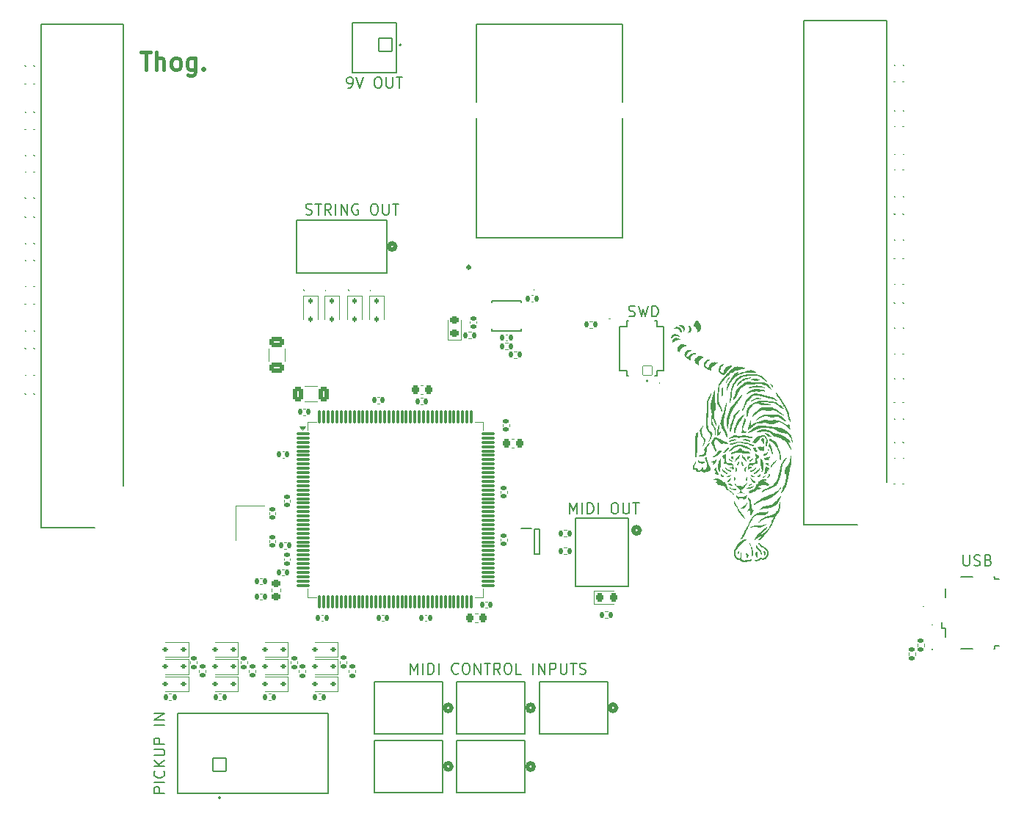
<source format=gto>
G04 #@! TF.GenerationSoftware,KiCad,Pcbnew,8.0.8*
G04 #@! TF.CreationDate,2025-03-22T16:06:40-05:00*
G04 #@! TF.ProjectId,ControllerPCB,436f6e74-726f-46c6-9c65-725043422e6b,rev?*
G04 #@! TF.SameCoordinates,Original*
G04 #@! TF.FileFunction,Legend,Top*
G04 #@! TF.FilePolarity,Positive*
%FSLAX46Y46*%
G04 Gerber Fmt 4.6, Leading zero omitted, Abs format (unit mm)*
G04 Created by KiCad (PCBNEW 8.0.8) date 2025-03-22 16:06:40*
%MOMM*%
%LPD*%
G01*
G04 APERTURE LIST*
G04 Aperture macros list*
%AMRoundRect*
0 Rectangle with rounded corners*
0 $1 Rounding radius*
0 $2 $3 $4 $5 $6 $7 $8 $9 X,Y pos of 4 corners*
0 Add a 4 corners polygon primitive as box body*
4,1,4,$2,$3,$4,$5,$6,$7,$8,$9,$2,$3,0*
0 Add four circle primitives for the rounded corners*
1,1,$1+$1,$2,$3*
1,1,$1+$1,$4,$5*
1,1,$1+$1,$6,$7*
1,1,$1+$1,$8,$9*
0 Add four rect primitives between the rounded corners*
20,1,$1+$1,$2,$3,$4,$5,0*
20,1,$1+$1,$4,$5,$6,$7,0*
20,1,$1+$1,$6,$7,$8,$9,0*
20,1,$1+$1,$8,$9,$2,$3,0*%
G04 Aperture macros list end*
%ADD10C,0.400000*%
%ADD11C,0.200000*%
%ADD12C,0.120000*%
%ADD13C,0.000000*%
%ADD14C,0.127000*%
%ADD15C,0.152400*%
%ADD16C,0.508000*%
%ADD17C,0.100000*%
%ADD18C,0.300000*%
%ADD19C,0.150000*%
%ADD20RoundRect,0.225000X-0.225000X-0.250000X0.225000X-0.250000X0.225000X0.250000X-0.225000X0.250000X0*%
%ADD21RoundRect,0.102000X0.765000X0.765000X-0.765000X0.765000X-0.765000X-0.765000X0.765000X-0.765000X0*%
%ADD22C,1.734000*%
%ADD23C,1.752600*%
%ADD24RoundRect,0.050000X0.530000X-0.530000X0.530000X0.530000X-0.530000X0.530000X-0.530000X-0.530000X0*%
%ADD25C,1.160000*%
%ADD26R,0.280000X0.200000*%
%ADD27RoundRect,0.112500X-0.112500X0.187500X-0.112500X-0.187500X0.112500X-0.187500X0.112500X0.187500X0*%
%ADD28RoundRect,0.140000X0.140000X0.170000X-0.140000X0.170000X-0.140000X-0.170000X0.140000X-0.170000X0*%
%ADD29O,6.744000X3.474000*%
%ADD30RoundRect,0.112500X0.187500X0.112500X-0.187500X0.112500X-0.187500X-0.112500X0.187500X-0.112500X0*%
%ADD31RoundRect,0.135000X-0.135000X-0.185000X0.135000X-0.185000X0.135000X0.185000X-0.135000X0.185000X0*%
%ADD32RoundRect,0.135000X-0.185000X0.135000X-0.185000X-0.135000X0.185000X-0.135000X0.185000X0.135000X0*%
%ADD33R,0.200000X0.280000*%
%ADD34RoundRect,0.140000X0.170000X-0.140000X0.170000X0.140000X-0.170000X0.140000X-0.170000X-0.140000X0*%
%ADD35C,3.200000*%
%ADD36RoundRect,0.135000X0.135000X0.185000X-0.135000X0.185000X-0.135000X-0.185000X0.135000X-0.185000X0*%
%ADD37RoundRect,0.218750X0.256250X-0.218750X0.256250X0.218750X-0.256250X0.218750X-0.256250X-0.218750X0*%
%ADD38R,1.650000X1.650000*%
%ADD39C,1.650000*%
%ADD40RoundRect,0.140000X-0.140000X-0.170000X0.140000X-0.170000X0.140000X0.170000X-0.140000X0.170000X0*%
%ADD41RoundRect,0.218750X-0.218750X-0.256250X0.218750X-0.256250X0.218750X0.256250X-0.218750X0.256250X0*%
%ADD42RoundRect,0.250000X-0.625000X0.312500X-0.625000X-0.312500X0.625000X-0.312500X0.625000X0.312500X0*%
%ADD43RoundRect,0.140000X-0.170000X0.140000X-0.170000X-0.140000X0.170000X-0.140000X0.170000X0.140000X0*%
%ADD44O,1.800000X1.150000*%
%ADD45O,2.000000X1.450000*%
%ADD46R,1.300000X0.450000*%
%ADD47O,0.800000X0.800000*%
%ADD48RoundRect,0.075000X-0.662500X-0.075000X0.662500X-0.075000X0.662500X0.075000X-0.662500X0.075000X0*%
%ADD49RoundRect,0.075000X-0.075000X-0.662500X0.075000X-0.662500X0.075000X0.662500X-0.075000X0.662500X0*%
%ADD50RoundRect,0.102000X0.765000X-0.765000X0.765000X0.765000X-0.765000X0.765000X-0.765000X-0.765000X0*%
%ADD51RoundRect,0.250000X-0.312500X-0.625000X0.312500X-0.625000X0.312500X0.625000X-0.312500X0.625000X0*%
%ADD52R,1.200000X1.400000*%
%ADD53R,1.200000X0.600000*%
%ADD54RoundRect,0.218750X-0.256250X0.218750X-0.256250X-0.218750X0.256250X-0.218750X0.256250X0.218750X0*%
%ADD55R,1.524000X0.431800*%
G04 APERTURE END LIST*
D10*
X106828633Y-61859438D02*
X107971490Y-61859438D01*
X107400061Y-63859438D02*
X107400061Y-61859438D01*
X108638157Y-63859438D02*
X108638157Y-61859438D01*
X109495300Y-63859438D02*
X109495300Y-62811819D01*
X109495300Y-62811819D02*
X109400062Y-62621342D01*
X109400062Y-62621342D02*
X109209586Y-62526104D01*
X109209586Y-62526104D02*
X108923871Y-62526104D01*
X108923871Y-62526104D02*
X108733395Y-62621342D01*
X108733395Y-62621342D02*
X108638157Y-62716580D01*
X110733395Y-63859438D02*
X110542919Y-63764200D01*
X110542919Y-63764200D02*
X110447681Y-63668961D01*
X110447681Y-63668961D02*
X110352443Y-63478485D01*
X110352443Y-63478485D02*
X110352443Y-62907057D01*
X110352443Y-62907057D02*
X110447681Y-62716580D01*
X110447681Y-62716580D02*
X110542919Y-62621342D01*
X110542919Y-62621342D02*
X110733395Y-62526104D01*
X110733395Y-62526104D02*
X111019110Y-62526104D01*
X111019110Y-62526104D02*
X111209586Y-62621342D01*
X111209586Y-62621342D02*
X111304824Y-62716580D01*
X111304824Y-62716580D02*
X111400062Y-62907057D01*
X111400062Y-62907057D02*
X111400062Y-63478485D01*
X111400062Y-63478485D02*
X111304824Y-63668961D01*
X111304824Y-63668961D02*
X111209586Y-63764200D01*
X111209586Y-63764200D02*
X111019110Y-63859438D01*
X111019110Y-63859438D02*
X110733395Y-63859438D01*
X113114348Y-62526104D02*
X113114348Y-64145152D01*
X113114348Y-64145152D02*
X113019110Y-64335628D01*
X113019110Y-64335628D02*
X112923872Y-64430866D01*
X112923872Y-64430866D02*
X112733395Y-64526104D01*
X112733395Y-64526104D02*
X112447681Y-64526104D01*
X112447681Y-64526104D02*
X112257205Y-64430866D01*
X113114348Y-63764200D02*
X112923872Y-63859438D01*
X112923872Y-63859438D02*
X112542919Y-63859438D01*
X112542919Y-63859438D02*
X112352443Y-63764200D01*
X112352443Y-63764200D02*
X112257205Y-63668961D01*
X112257205Y-63668961D02*
X112161967Y-63478485D01*
X112161967Y-63478485D02*
X112161967Y-62907057D01*
X112161967Y-62907057D02*
X112257205Y-62716580D01*
X112257205Y-62716580D02*
X112352443Y-62621342D01*
X112352443Y-62621342D02*
X112542919Y-62526104D01*
X112542919Y-62526104D02*
X112923872Y-62526104D01*
X112923872Y-62526104D02*
X113114348Y-62621342D01*
X114066729Y-63668961D02*
X114161967Y-63764200D01*
X114161967Y-63764200D02*
X114066729Y-63859438D01*
X114066729Y-63859438D02*
X113971491Y-63764200D01*
X113971491Y-63764200D02*
X114066729Y-63668961D01*
X114066729Y-63668961D02*
X114066729Y-63859438D01*
D11*
X201679197Y-119836623D02*
X201679197Y-120848528D01*
X201679197Y-120848528D02*
X201738720Y-120967576D01*
X201738720Y-120967576D02*
X201798244Y-121027100D01*
X201798244Y-121027100D02*
X201917292Y-121086623D01*
X201917292Y-121086623D02*
X202155387Y-121086623D01*
X202155387Y-121086623D02*
X202274435Y-121027100D01*
X202274435Y-121027100D02*
X202333958Y-120967576D01*
X202333958Y-120967576D02*
X202393482Y-120848528D01*
X202393482Y-120848528D02*
X202393482Y-119836623D01*
X202929197Y-121027100D02*
X203107768Y-121086623D01*
X203107768Y-121086623D02*
X203405387Y-121086623D01*
X203405387Y-121086623D02*
X203524435Y-121027100D01*
X203524435Y-121027100D02*
X203583959Y-120967576D01*
X203583959Y-120967576D02*
X203643482Y-120848528D01*
X203643482Y-120848528D02*
X203643482Y-120729480D01*
X203643482Y-120729480D02*
X203583959Y-120610433D01*
X203583959Y-120610433D02*
X203524435Y-120550909D01*
X203524435Y-120550909D02*
X203405387Y-120491385D01*
X203405387Y-120491385D02*
X203167292Y-120431861D01*
X203167292Y-120431861D02*
X203048244Y-120372338D01*
X203048244Y-120372338D02*
X202988721Y-120312814D01*
X202988721Y-120312814D02*
X202929197Y-120193766D01*
X202929197Y-120193766D02*
X202929197Y-120074719D01*
X202929197Y-120074719D02*
X202988721Y-119955671D01*
X202988721Y-119955671D02*
X203048244Y-119896147D01*
X203048244Y-119896147D02*
X203167292Y-119836623D01*
X203167292Y-119836623D02*
X203464911Y-119836623D01*
X203464911Y-119836623D02*
X203643482Y-119896147D01*
X204595863Y-120431861D02*
X204774435Y-120491385D01*
X204774435Y-120491385D02*
X204833958Y-120550909D01*
X204833958Y-120550909D02*
X204893482Y-120669957D01*
X204893482Y-120669957D02*
X204893482Y-120848528D01*
X204893482Y-120848528D02*
X204833958Y-120967576D01*
X204833958Y-120967576D02*
X204774435Y-121027100D01*
X204774435Y-121027100D02*
X204655387Y-121086623D01*
X204655387Y-121086623D02*
X204179197Y-121086623D01*
X204179197Y-121086623D02*
X204179197Y-119836623D01*
X204179197Y-119836623D02*
X204595863Y-119836623D01*
X204595863Y-119836623D02*
X204714911Y-119896147D01*
X204714911Y-119896147D02*
X204774435Y-119955671D01*
X204774435Y-119955671D02*
X204833958Y-120074719D01*
X204833958Y-120074719D02*
X204833958Y-120193766D01*
X204833958Y-120193766D02*
X204774435Y-120312814D01*
X204774435Y-120312814D02*
X204714911Y-120372338D01*
X204714911Y-120372338D02*
X204595863Y-120431861D01*
X204595863Y-120431861D02*
X204179197Y-120431861D01*
X137929197Y-133586623D02*
X137929197Y-132336623D01*
X137929197Y-132336623D02*
X138345863Y-133229480D01*
X138345863Y-133229480D02*
X138762530Y-132336623D01*
X138762530Y-132336623D02*
X138762530Y-133586623D01*
X139357768Y-133586623D02*
X139357768Y-132336623D01*
X139953006Y-133586623D02*
X139953006Y-132336623D01*
X139953006Y-132336623D02*
X140250625Y-132336623D01*
X140250625Y-132336623D02*
X140429196Y-132396147D01*
X140429196Y-132396147D02*
X140548244Y-132515195D01*
X140548244Y-132515195D02*
X140607767Y-132634242D01*
X140607767Y-132634242D02*
X140667291Y-132872338D01*
X140667291Y-132872338D02*
X140667291Y-133050909D01*
X140667291Y-133050909D02*
X140607767Y-133289004D01*
X140607767Y-133289004D02*
X140548244Y-133408052D01*
X140548244Y-133408052D02*
X140429196Y-133527100D01*
X140429196Y-133527100D02*
X140250625Y-133586623D01*
X140250625Y-133586623D02*
X139953006Y-133586623D01*
X141203006Y-133586623D02*
X141203006Y-132336623D01*
X143464910Y-133467576D02*
X143405386Y-133527100D01*
X143405386Y-133527100D02*
X143226815Y-133586623D01*
X143226815Y-133586623D02*
X143107767Y-133586623D01*
X143107767Y-133586623D02*
X142929196Y-133527100D01*
X142929196Y-133527100D02*
X142810148Y-133408052D01*
X142810148Y-133408052D02*
X142750625Y-133289004D01*
X142750625Y-133289004D02*
X142691101Y-133050909D01*
X142691101Y-133050909D02*
X142691101Y-132872338D01*
X142691101Y-132872338D02*
X142750625Y-132634242D01*
X142750625Y-132634242D02*
X142810148Y-132515195D01*
X142810148Y-132515195D02*
X142929196Y-132396147D01*
X142929196Y-132396147D02*
X143107767Y-132336623D01*
X143107767Y-132336623D02*
X143226815Y-132336623D01*
X143226815Y-132336623D02*
X143405386Y-132396147D01*
X143405386Y-132396147D02*
X143464910Y-132455671D01*
X144238720Y-132336623D02*
X144476815Y-132336623D01*
X144476815Y-132336623D02*
X144595863Y-132396147D01*
X144595863Y-132396147D02*
X144714910Y-132515195D01*
X144714910Y-132515195D02*
X144774434Y-132753290D01*
X144774434Y-132753290D02*
X144774434Y-133169957D01*
X144774434Y-133169957D02*
X144714910Y-133408052D01*
X144714910Y-133408052D02*
X144595863Y-133527100D01*
X144595863Y-133527100D02*
X144476815Y-133586623D01*
X144476815Y-133586623D02*
X144238720Y-133586623D01*
X144238720Y-133586623D02*
X144119672Y-133527100D01*
X144119672Y-133527100D02*
X144000625Y-133408052D01*
X144000625Y-133408052D02*
X143941101Y-133169957D01*
X143941101Y-133169957D02*
X143941101Y-132753290D01*
X143941101Y-132753290D02*
X144000625Y-132515195D01*
X144000625Y-132515195D02*
X144119672Y-132396147D01*
X144119672Y-132396147D02*
X144238720Y-132336623D01*
X145310149Y-133586623D02*
X145310149Y-132336623D01*
X145310149Y-132336623D02*
X146024434Y-133586623D01*
X146024434Y-133586623D02*
X146024434Y-132336623D01*
X146441101Y-132336623D02*
X147155387Y-132336623D01*
X146798244Y-133586623D02*
X146798244Y-132336623D01*
X148286339Y-133586623D02*
X147869673Y-132991385D01*
X147572054Y-133586623D02*
X147572054Y-132336623D01*
X147572054Y-132336623D02*
X148048244Y-132336623D01*
X148048244Y-132336623D02*
X148167292Y-132396147D01*
X148167292Y-132396147D02*
X148226815Y-132455671D01*
X148226815Y-132455671D02*
X148286339Y-132574719D01*
X148286339Y-132574719D02*
X148286339Y-132753290D01*
X148286339Y-132753290D02*
X148226815Y-132872338D01*
X148226815Y-132872338D02*
X148167292Y-132931861D01*
X148167292Y-132931861D02*
X148048244Y-132991385D01*
X148048244Y-132991385D02*
X147572054Y-132991385D01*
X149060149Y-132336623D02*
X149298244Y-132336623D01*
X149298244Y-132336623D02*
X149417292Y-132396147D01*
X149417292Y-132396147D02*
X149536339Y-132515195D01*
X149536339Y-132515195D02*
X149595863Y-132753290D01*
X149595863Y-132753290D02*
X149595863Y-133169957D01*
X149595863Y-133169957D02*
X149536339Y-133408052D01*
X149536339Y-133408052D02*
X149417292Y-133527100D01*
X149417292Y-133527100D02*
X149298244Y-133586623D01*
X149298244Y-133586623D02*
X149060149Y-133586623D01*
X149060149Y-133586623D02*
X148941101Y-133527100D01*
X148941101Y-133527100D02*
X148822054Y-133408052D01*
X148822054Y-133408052D02*
X148762530Y-133169957D01*
X148762530Y-133169957D02*
X148762530Y-132753290D01*
X148762530Y-132753290D02*
X148822054Y-132515195D01*
X148822054Y-132515195D02*
X148941101Y-132396147D01*
X148941101Y-132396147D02*
X149060149Y-132336623D01*
X150726816Y-133586623D02*
X150131578Y-133586623D01*
X150131578Y-133586623D02*
X150131578Y-132336623D01*
X152095864Y-133586623D02*
X152095864Y-132336623D01*
X152691102Y-133586623D02*
X152691102Y-132336623D01*
X152691102Y-132336623D02*
X153405387Y-133586623D01*
X153405387Y-133586623D02*
X153405387Y-132336623D01*
X154000626Y-133586623D02*
X154000626Y-132336623D01*
X154000626Y-132336623D02*
X154476816Y-132336623D01*
X154476816Y-132336623D02*
X154595864Y-132396147D01*
X154595864Y-132396147D02*
X154655387Y-132455671D01*
X154655387Y-132455671D02*
X154714911Y-132574719D01*
X154714911Y-132574719D02*
X154714911Y-132753290D01*
X154714911Y-132753290D02*
X154655387Y-132872338D01*
X154655387Y-132872338D02*
X154595864Y-132931861D01*
X154595864Y-132931861D02*
X154476816Y-132991385D01*
X154476816Y-132991385D02*
X154000626Y-132991385D01*
X155250626Y-132336623D02*
X155250626Y-133348528D01*
X155250626Y-133348528D02*
X155310149Y-133467576D01*
X155310149Y-133467576D02*
X155369673Y-133527100D01*
X155369673Y-133527100D02*
X155488721Y-133586623D01*
X155488721Y-133586623D02*
X155726816Y-133586623D01*
X155726816Y-133586623D02*
X155845864Y-133527100D01*
X155845864Y-133527100D02*
X155905387Y-133467576D01*
X155905387Y-133467576D02*
X155964911Y-133348528D01*
X155964911Y-133348528D02*
X155964911Y-132336623D01*
X156381578Y-132336623D02*
X157095864Y-132336623D01*
X156738721Y-133586623D02*
X156738721Y-132336623D01*
X157453007Y-133527100D02*
X157631578Y-133586623D01*
X157631578Y-133586623D02*
X157929197Y-133586623D01*
X157929197Y-133586623D02*
X158048245Y-133527100D01*
X158048245Y-133527100D02*
X158107769Y-133467576D01*
X158107769Y-133467576D02*
X158167292Y-133348528D01*
X158167292Y-133348528D02*
X158167292Y-133229480D01*
X158167292Y-133229480D02*
X158107769Y-133110433D01*
X158107769Y-133110433D02*
X158048245Y-133050909D01*
X158048245Y-133050909D02*
X157929197Y-132991385D01*
X157929197Y-132991385D02*
X157691102Y-132931861D01*
X157691102Y-132931861D02*
X157572054Y-132872338D01*
X157572054Y-132872338D02*
X157512531Y-132812814D01*
X157512531Y-132812814D02*
X157453007Y-132693766D01*
X157453007Y-132693766D02*
X157453007Y-132574719D01*
X157453007Y-132574719D02*
X157512531Y-132455671D01*
X157512531Y-132455671D02*
X157572054Y-132396147D01*
X157572054Y-132396147D02*
X157691102Y-132336623D01*
X157691102Y-132336623D02*
X157988721Y-132336623D01*
X157988721Y-132336623D02*
X158167292Y-132396147D01*
X125869673Y-80527100D02*
X126048244Y-80586623D01*
X126048244Y-80586623D02*
X126345863Y-80586623D01*
X126345863Y-80586623D02*
X126464911Y-80527100D01*
X126464911Y-80527100D02*
X126524435Y-80467576D01*
X126524435Y-80467576D02*
X126583958Y-80348528D01*
X126583958Y-80348528D02*
X126583958Y-80229480D01*
X126583958Y-80229480D02*
X126524435Y-80110433D01*
X126524435Y-80110433D02*
X126464911Y-80050909D01*
X126464911Y-80050909D02*
X126345863Y-79991385D01*
X126345863Y-79991385D02*
X126107768Y-79931861D01*
X126107768Y-79931861D02*
X125988720Y-79872338D01*
X125988720Y-79872338D02*
X125929197Y-79812814D01*
X125929197Y-79812814D02*
X125869673Y-79693766D01*
X125869673Y-79693766D02*
X125869673Y-79574719D01*
X125869673Y-79574719D02*
X125929197Y-79455671D01*
X125929197Y-79455671D02*
X125988720Y-79396147D01*
X125988720Y-79396147D02*
X126107768Y-79336623D01*
X126107768Y-79336623D02*
X126405387Y-79336623D01*
X126405387Y-79336623D02*
X126583958Y-79396147D01*
X126941101Y-79336623D02*
X127655387Y-79336623D01*
X127298244Y-80586623D02*
X127298244Y-79336623D01*
X128786339Y-80586623D02*
X128369673Y-79991385D01*
X128072054Y-80586623D02*
X128072054Y-79336623D01*
X128072054Y-79336623D02*
X128548244Y-79336623D01*
X128548244Y-79336623D02*
X128667292Y-79396147D01*
X128667292Y-79396147D02*
X128726815Y-79455671D01*
X128726815Y-79455671D02*
X128786339Y-79574719D01*
X128786339Y-79574719D02*
X128786339Y-79753290D01*
X128786339Y-79753290D02*
X128726815Y-79872338D01*
X128726815Y-79872338D02*
X128667292Y-79931861D01*
X128667292Y-79931861D02*
X128548244Y-79991385D01*
X128548244Y-79991385D02*
X128072054Y-79991385D01*
X129322054Y-80586623D02*
X129322054Y-79336623D01*
X129917292Y-80586623D02*
X129917292Y-79336623D01*
X129917292Y-79336623D02*
X130631577Y-80586623D01*
X130631577Y-80586623D02*
X130631577Y-79336623D01*
X131881577Y-79396147D02*
X131762530Y-79336623D01*
X131762530Y-79336623D02*
X131583958Y-79336623D01*
X131583958Y-79336623D02*
X131405387Y-79396147D01*
X131405387Y-79396147D02*
X131286339Y-79515195D01*
X131286339Y-79515195D02*
X131226816Y-79634242D01*
X131226816Y-79634242D02*
X131167292Y-79872338D01*
X131167292Y-79872338D02*
X131167292Y-80050909D01*
X131167292Y-80050909D02*
X131226816Y-80289004D01*
X131226816Y-80289004D02*
X131286339Y-80408052D01*
X131286339Y-80408052D02*
X131405387Y-80527100D01*
X131405387Y-80527100D02*
X131583958Y-80586623D01*
X131583958Y-80586623D02*
X131703006Y-80586623D01*
X131703006Y-80586623D02*
X131881577Y-80527100D01*
X131881577Y-80527100D02*
X131941101Y-80467576D01*
X131941101Y-80467576D02*
X131941101Y-80050909D01*
X131941101Y-80050909D02*
X131703006Y-80050909D01*
X133667292Y-79336623D02*
X133905387Y-79336623D01*
X133905387Y-79336623D02*
X134024435Y-79396147D01*
X134024435Y-79396147D02*
X134143482Y-79515195D01*
X134143482Y-79515195D02*
X134203006Y-79753290D01*
X134203006Y-79753290D02*
X134203006Y-80169957D01*
X134203006Y-80169957D02*
X134143482Y-80408052D01*
X134143482Y-80408052D02*
X134024435Y-80527100D01*
X134024435Y-80527100D02*
X133905387Y-80586623D01*
X133905387Y-80586623D02*
X133667292Y-80586623D01*
X133667292Y-80586623D02*
X133548244Y-80527100D01*
X133548244Y-80527100D02*
X133429197Y-80408052D01*
X133429197Y-80408052D02*
X133369673Y-80169957D01*
X133369673Y-80169957D02*
X133369673Y-79753290D01*
X133369673Y-79753290D02*
X133429197Y-79515195D01*
X133429197Y-79515195D02*
X133548244Y-79396147D01*
X133548244Y-79396147D02*
X133667292Y-79336623D01*
X134738721Y-79336623D02*
X134738721Y-80348528D01*
X134738721Y-80348528D02*
X134798244Y-80467576D01*
X134798244Y-80467576D02*
X134857768Y-80527100D01*
X134857768Y-80527100D02*
X134976816Y-80586623D01*
X134976816Y-80586623D02*
X135214911Y-80586623D01*
X135214911Y-80586623D02*
X135333959Y-80527100D01*
X135333959Y-80527100D02*
X135393482Y-80467576D01*
X135393482Y-80467576D02*
X135453006Y-80348528D01*
X135453006Y-80348528D02*
X135453006Y-79336623D01*
X135869673Y-79336623D02*
X136583959Y-79336623D01*
X136226816Y-80586623D02*
X136226816Y-79336623D01*
X130698720Y-65946623D02*
X130936816Y-65946623D01*
X130936816Y-65946623D02*
X131055863Y-65887100D01*
X131055863Y-65887100D02*
X131115387Y-65827576D01*
X131115387Y-65827576D02*
X131234435Y-65649004D01*
X131234435Y-65649004D02*
X131293958Y-65410909D01*
X131293958Y-65410909D02*
X131293958Y-64934719D01*
X131293958Y-64934719D02*
X131234435Y-64815671D01*
X131234435Y-64815671D02*
X131174911Y-64756147D01*
X131174911Y-64756147D02*
X131055863Y-64696623D01*
X131055863Y-64696623D02*
X130817768Y-64696623D01*
X130817768Y-64696623D02*
X130698720Y-64756147D01*
X130698720Y-64756147D02*
X130639197Y-64815671D01*
X130639197Y-64815671D02*
X130579673Y-64934719D01*
X130579673Y-64934719D02*
X130579673Y-65232338D01*
X130579673Y-65232338D02*
X130639197Y-65351385D01*
X130639197Y-65351385D02*
X130698720Y-65410909D01*
X130698720Y-65410909D02*
X130817768Y-65470433D01*
X130817768Y-65470433D02*
X131055863Y-65470433D01*
X131055863Y-65470433D02*
X131174911Y-65410909D01*
X131174911Y-65410909D02*
X131234435Y-65351385D01*
X131234435Y-65351385D02*
X131293958Y-65232338D01*
X131651101Y-64696623D02*
X132067768Y-65946623D01*
X132067768Y-65946623D02*
X132484434Y-64696623D01*
X134091578Y-64696623D02*
X134329673Y-64696623D01*
X134329673Y-64696623D02*
X134448721Y-64756147D01*
X134448721Y-64756147D02*
X134567768Y-64875195D01*
X134567768Y-64875195D02*
X134627292Y-65113290D01*
X134627292Y-65113290D02*
X134627292Y-65529957D01*
X134627292Y-65529957D02*
X134567768Y-65768052D01*
X134567768Y-65768052D02*
X134448721Y-65887100D01*
X134448721Y-65887100D02*
X134329673Y-65946623D01*
X134329673Y-65946623D02*
X134091578Y-65946623D01*
X134091578Y-65946623D02*
X133972530Y-65887100D01*
X133972530Y-65887100D02*
X133853483Y-65768052D01*
X133853483Y-65768052D02*
X133793959Y-65529957D01*
X133793959Y-65529957D02*
X133793959Y-65113290D01*
X133793959Y-65113290D02*
X133853483Y-64875195D01*
X133853483Y-64875195D02*
X133972530Y-64756147D01*
X133972530Y-64756147D02*
X134091578Y-64696623D01*
X135163007Y-64696623D02*
X135163007Y-65708528D01*
X135163007Y-65708528D02*
X135222530Y-65827576D01*
X135222530Y-65827576D02*
X135282054Y-65887100D01*
X135282054Y-65887100D02*
X135401102Y-65946623D01*
X135401102Y-65946623D02*
X135639197Y-65946623D01*
X135639197Y-65946623D02*
X135758245Y-65887100D01*
X135758245Y-65887100D02*
X135817768Y-65827576D01*
X135817768Y-65827576D02*
X135877292Y-65708528D01*
X135877292Y-65708528D02*
X135877292Y-64696623D01*
X136293959Y-64696623D02*
X137008245Y-64696623D01*
X136651102Y-65946623D02*
X136651102Y-64696623D01*
X109586623Y-147320802D02*
X108336623Y-147320802D01*
X108336623Y-147320802D02*
X108336623Y-146844612D01*
X108336623Y-146844612D02*
X108396147Y-146725564D01*
X108396147Y-146725564D02*
X108455671Y-146666041D01*
X108455671Y-146666041D02*
X108574719Y-146606517D01*
X108574719Y-146606517D02*
X108753290Y-146606517D01*
X108753290Y-146606517D02*
X108872338Y-146666041D01*
X108872338Y-146666041D02*
X108931861Y-146725564D01*
X108931861Y-146725564D02*
X108991385Y-146844612D01*
X108991385Y-146844612D02*
X108991385Y-147320802D01*
X109586623Y-146070802D02*
X108336623Y-146070802D01*
X109467576Y-144761279D02*
X109527100Y-144820803D01*
X109527100Y-144820803D02*
X109586623Y-144999374D01*
X109586623Y-144999374D02*
X109586623Y-145118422D01*
X109586623Y-145118422D02*
X109527100Y-145296993D01*
X109527100Y-145296993D02*
X109408052Y-145416041D01*
X109408052Y-145416041D02*
X109289004Y-145475564D01*
X109289004Y-145475564D02*
X109050909Y-145535088D01*
X109050909Y-145535088D02*
X108872338Y-145535088D01*
X108872338Y-145535088D02*
X108634242Y-145475564D01*
X108634242Y-145475564D02*
X108515195Y-145416041D01*
X108515195Y-145416041D02*
X108396147Y-145296993D01*
X108396147Y-145296993D02*
X108336623Y-145118422D01*
X108336623Y-145118422D02*
X108336623Y-144999374D01*
X108336623Y-144999374D02*
X108396147Y-144820803D01*
X108396147Y-144820803D02*
X108455671Y-144761279D01*
X109586623Y-144225564D02*
X108336623Y-144225564D01*
X109586623Y-143511279D02*
X108872338Y-144046993D01*
X108336623Y-143511279D02*
X109050909Y-144225564D01*
X108336623Y-142975564D02*
X109348528Y-142975564D01*
X109348528Y-142975564D02*
X109467576Y-142916041D01*
X109467576Y-142916041D02*
X109527100Y-142856517D01*
X109527100Y-142856517D02*
X109586623Y-142737469D01*
X109586623Y-142737469D02*
X109586623Y-142499374D01*
X109586623Y-142499374D02*
X109527100Y-142380326D01*
X109527100Y-142380326D02*
X109467576Y-142320803D01*
X109467576Y-142320803D02*
X109348528Y-142261279D01*
X109348528Y-142261279D02*
X108336623Y-142261279D01*
X109586623Y-141666040D02*
X108336623Y-141666040D01*
X108336623Y-141666040D02*
X108336623Y-141189850D01*
X108336623Y-141189850D02*
X108396147Y-141070802D01*
X108396147Y-141070802D02*
X108455671Y-141011279D01*
X108455671Y-141011279D02*
X108574719Y-140951755D01*
X108574719Y-140951755D02*
X108753290Y-140951755D01*
X108753290Y-140951755D02*
X108872338Y-141011279D01*
X108872338Y-141011279D02*
X108931861Y-141070802D01*
X108931861Y-141070802D02*
X108991385Y-141189850D01*
X108991385Y-141189850D02*
X108991385Y-141666040D01*
X109586623Y-139463659D02*
X108336623Y-139463659D01*
X109586623Y-138868421D02*
X108336623Y-138868421D01*
X108336623Y-138868421D02*
X109586623Y-138154136D01*
X109586623Y-138154136D02*
X108336623Y-138154136D01*
X156319197Y-115086623D02*
X156319197Y-113836623D01*
X156319197Y-113836623D02*
X156735863Y-114729480D01*
X156735863Y-114729480D02*
X157152530Y-113836623D01*
X157152530Y-113836623D02*
X157152530Y-115086623D01*
X157747768Y-115086623D02*
X157747768Y-113836623D01*
X158343006Y-115086623D02*
X158343006Y-113836623D01*
X158343006Y-113836623D02*
X158640625Y-113836623D01*
X158640625Y-113836623D02*
X158819196Y-113896147D01*
X158819196Y-113896147D02*
X158938244Y-114015195D01*
X158938244Y-114015195D02*
X158997767Y-114134242D01*
X158997767Y-114134242D02*
X159057291Y-114372338D01*
X159057291Y-114372338D02*
X159057291Y-114550909D01*
X159057291Y-114550909D02*
X158997767Y-114789004D01*
X158997767Y-114789004D02*
X158938244Y-114908052D01*
X158938244Y-114908052D02*
X158819196Y-115027100D01*
X158819196Y-115027100D02*
X158640625Y-115086623D01*
X158640625Y-115086623D02*
X158343006Y-115086623D01*
X159593006Y-115086623D02*
X159593006Y-113836623D01*
X161378720Y-113836623D02*
X161616815Y-113836623D01*
X161616815Y-113836623D02*
X161735863Y-113896147D01*
X161735863Y-113896147D02*
X161854910Y-114015195D01*
X161854910Y-114015195D02*
X161914434Y-114253290D01*
X161914434Y-114253290D02*
X161914434Y-114669957D01*
X161914434Y-114669957D02*
X161854910Y-114908052D01*
X161854910Y-114908052D02*
X161735863Y-115027100D01*
X161735863Y-115027100D02*
X161616815Y-115086623D01*
X161616815Y-115086623D02*
X161378720Y-115086623D01*
X161378720Y-115086623D02*
X161259672Y-115027100D01*
X161259672Y-115027100D02*
X161140625Y-114908052D01*
X161140625Y-114908052D02*
X161081101Y-114669957D01*
X161081101Y-114669957D02*
X161081101Y-114253290D01*
X161081101Y-114253290D02*
X161140625Y-114015195D01*
X161140625Y-114015195D02*
X161259672Y-113896147D01*
X161259672Y-113896147D02*
X161378720Y-113836623D01*
X162450149Y-113836623D02*
X162450149Y-114848528D01*
X162450149Y-114848528D02*
X162509672Y-114967576D01*
X162509672Y-114967576D02*
X162569196Y-115027100D01*
X162569196Y-115027100D02*
X162688244Y-115086623D01*
X162688244Y-115086623D02*
X162926339Y-115086623D01*
X162926339Y-115086623D02*
X163045387Y-115027100D01*
X163045387Y-115027100D02*
X163104910Y-114967576D01*
X163104910Y-114967576D02*
X163164434Y-114848528D01*
X163164434Y-114848528D02*
X163164434Y-113836623D01*
X163581101Y-113836623D02*
X164295387Y-113836623D01*
X163938244Y-115086623D02*
X163938244Y-113836623D01*
X163119673Y-92277100D02*
X163298244Y-92336623D01*
X163298244Y-92336623D02*
X163595863Y-92336623D01*
X163595863Y-92336623D02*
X163714911Y-92277100D01*
X163714911Y-92277100D02*
X163774435Y-92217576D01*
X163774435Y-92217576D02*
X163833958Y-92098528D01*
X163833958Y-92098528D02*
X163833958Y-91979480D01*
X163833958Y-91979480D02*
X163774435Y-91860433D01*
X163774435Y-91860433D02*
X163714911Y-91800909D01*
X163714911Y-91800909D02*
X163595863Y-91741385D01*
X163595863Y-91741385D02*
X163357768Y-91681861D01*
X163357768Y-91681861D02*
X163238720Y-91622338D01*
X163238720Y-91622338D02*
X163179197Y-91562814D01*
X163179197Y-91562814D02*
X163119673Y-91443766D01*
X163119673Y-91443766D02*
X163119673Y-91324719D01*
X163119673Y-91324719D02*
X163179197Y-91205671D01*
X163179197Y-91205671D02*
X163238720Y-91146147D01*
X163238720Y-91146147D02*
X163357768Y-91086623D01*
X163357768Y-91086623D02*
X163655387Y-91086623D01*
X163655387Y-91086623D02*
X163833958Y-91146147D01*
X164250625Y-91086623D02*
X164548244Y-92336623D01*
X164548244Y-92336623D02*
X164786339Y-91443766D01*
X164786339Y-91443766D02*
X165024434Y-92336623D01*
X165024434Y-92336623D02*
X165322054Y-91086623D01*
X165798244Y-92336623D02*
X165798244Y-91086623D01*
X165798244Y-91086623D02*
X166095863Y-91086623D01*
X166095863Y-91086623D02*
X166274434Y-91146147D01*
X166274434Y-91146147D02*
X166393482Y-91265195D01*
X166393482Y-91265195D02*
X166453005Y-91384242D01*
X166453005Y-91384242D02*
X166512529Y-91622338D01*
X166512529Y-91622338D02*
X166512529Y-91800909D01*
X166512529Y-91800909D02*
X166453005Y-92039004D01*
X166453005Y-92039004D02*
X166393482Y-92158052D01*
X166393482Y-92158052D02*
X166274434Y-92277100D01*
X166274434Y-92277100D02*
X166095863Y-92336623D01*
X166095863Y-92336623D02*
X165798244Y-92336623D01*
D12*
X149609420Y-106415000D02*
X149890580Y-106415000D01*
X149609420Y-107435000D02*
X149890580Y-107435000D01*
X145384420Y-126615000D02*
X145665580Y-126615000D01*
X145384420Y-127635000D02*
X145665580Y-127635000D01*
D13*
G36*
X165568614Y-92478332D02*
G01*
X165563171Y-92495841D01*
X165557976Y-92502363D01*
X165530896Y-92525946D01*
X165518161Y-92530502D01*
X165503546Y-92515275D01*
X165501699Y-92502363D01*
X165517549Y-92479504D01*
X165541514Y-92474225D01*
X165568614Y-92478332D01*
G37*
G36*
X179231717Y-107600989D02*
G01*
X179258621Y-107659651D01*
X179259832Y-107663165D01*
X179282378Y-107734653D01*
X179287683Y-107776845D01*
X179272209Y-107795372D01*
X179232419Y-107795863D01*
X179181869Y-107787278D01*
X179152635Y-107774401D01*
X179141421Y-107745930D01*
X179147104Y-107694787D01*
X179159406Y-107645753D01*
X179180901Y-107593831D01*
X179205408Y-107578980D01*
X179231717Y-107600989D01*
G37*
G36*
X175355756Y-110894030D02*
G01*
X175393408Y-110938030D01*
X175418658Y-110998539D01*
X175425332Y-111049494D01*
X175415379Y-111106808D01*
X175389550Y-111164753D01*
X175353894Y-111215993D01*
X175314455Y-111253197D01*
X175277283Y-111269029D01*
X175251767Y-111259990D01*
X175247156Y-111235112D01*
X175247730Y-111179045D01*
X175253174Y-111097715D01*
X175263173Y-110997047D01*
X175267882Y-110956758D01*
X175278216Y-110904180D01*
X175295382Y-110880681D01*
X175312565Y-110877031D01*
X175355756Y-110894030D01*
G37*
G36*
X176775809Y-110876056D02*
G01*
X176791317Y-110925861D01*
X176800733Y-111002367D01*
X176803013Y-111064623D01*
X176798768Y-111164108D01*
X176784528Y-111231587D01*
X176761066Y-111265794D01*
X176729158Y-111265463D01*
X176696899Y-111238146D01*
X176646522Y-111160340D01*
X176626725Y-111071876D01*
X176625923Y-111045654D01*
X176633915Y-110981649D01*
X176663871Y-110931154D01*
X176680758Y-110913106D01*
X176719658Y-110878645D01*
X176749780Y-110859597D01*
X176755437Y-110858272D01*
X176775809Y-110876056D01*
G37*
G36*
X174754519Y-108698600D02*
G01*
X174786521Y-108723292D01*
X174862182Y-108807550D01*
X174931112Y-108878122D01*
X174987062Y-108928794D01*
X175011226Y-108946697D01*
X175044329Y-108980025D01*
X175044643Y-109007154D01*
X175017252Y-109030959D01*
X174966769Y-109037215D01*
X174903120Y-109026191D01*
X174842693Y-109001671D01*
X174775272Y-108957000D01*
X174716347Y-108901715D01*
X174670660Y-108842733D01*
X174642951Y-108786973D01*
X174637964Y-108741351D01*
X174649616Y-108719974D01*
X174701735Y-108692235D01*
X174754519Y-108698600D01*
G37*
G36*
X174883649Y-110627992D02*
G01*
X174889971Y-110648882D01*
X174870402Y-110679539D01*
X174841620Y-110708286D01*
X174755163Y-110777075D01*
X174665096Y-110829159D01*
X174578653Y-110861813D01*
X174503065Y-110872311D01*
X174445563Y-110857929D01*
X174445163Y-110857686D01*
X174412748Y-110827557D01*
X174413384Y-110795992D01*
X174448020Y-110762195D01*
X174517607Y-110725368D01*
X174623096Y-110684713D01*
X174670095Y-110668970D01*
X174762832Y-110640306D01*
X174825962Y-110624675D01*
X174864674Y-110621078D01*
X174883649Y-110627992D01*
G37*
G36*
X175815286Y-119395918D02*
G01*
X175847448Y-119421421D01*
X175854888Y-119466698D01*
X175837328Y-119534200D01*
X175794486Y-119626382D01*
X175787525Y-119639417D01*
X175739850Y-119720522D01*
X175702869Y-119766877D01*
X175675587Y-119779383D01*
X175657009Y-119758942D01*
X175656641Y-119758001D01*
X175651079Y-119717253D01*
X175652430Y-119653278D01*
X175659345Y-119579446D01*
X175670472Y-119509127D01*
X175684460Y-119455691D01*
X175688076Y-119446900D01*
X175724724Y-119399441D01*
X175775461Y-119386603D01*
X175815286Y-119395918D01*
G37*
G36*
X177254296Y-111634010D02*
G01*
X177264689Y-111646418D01*
X177281264Y-111686519D01*
X177271604Y-111720787D01*
X177232455Y-111752942D01*
X177160562Y-111786703D01*
X177132422Y-111797588D01*
X177042980Y-111829481D01*
X176982659Y-111846299D01*
X176946453Y-111848560D01*
X176929359Y-111836781D01*
X176926071Y-111818956D01*
X176941811Y-111791836D01*
X176983500Y-111755046D01*
X177042844Y-111714243D01*
X177111550Y-111675087D01*
X177181321Y-111643235D01*
X177186656Y-111641189D01*
X177230287Y-111628310D01*
X177254296Y-111634010D01*
G37*
G36*
X178913990Y-110708412D02*
G01*
X178896408Y-110749112D01*
X178844016Y-110803136D01*
X178839655Y-110806900D01*
X178777518Y-110850791D01*
X178708924Y-110884751D01*
X178641421Y-110907022D01*
X178582556Y-110915844D01*
X178539878Y-110909458D01*
X178520934Y-110886104D01*
X178520606Y-110881265D01*
X178534148Y-110857738D01*
X178576505Y-110825970D01*
X178650275Y-110784189D01*
X178699922Y-110758905D01*
X178774950Y-110723373D01*
X178838068Y-110696720D01*
X178881577Y-110682003D01*
X178896894Y-110680741D01*
X178913990Y-110708412D01*
G37*
G36*
X179518184Y-100117894D02*
G01*
X179574554Y-100148256D01*
X179631067Y-100184174D01*
X179670955Y-100221440D01*
X179704579Y-100271980D01*
X179735695Y-100333690D01*
X179775210Y-100423961D01*
X179793802Y-100484403D01*
X179791733Y-100516149D01*
X179779336Y-100521935D01*
X179757285Y-100510682D01*
X179716093Y-100481255D01*
X179667336Y-100442208D01*
X179603731Y-100381619D01*
X179537861Y-100307610D01*
X179496642Y-100253783D01*
X179446438Y-100175292D01*
X179423289Y-100122730D01*
X179427397Y-100095824D01*
X179458961Y-100094303D01*
X179518184Y-100117894D01*
G37*
G36*
X178284879Y-110537360D02*
G01*
X178297527Y-110579894D01*
X178302325Y-110607640D01*
X178312213Y-110688382D01*
X178313426Y-110740153D01*
X178303538Y-110770976D01*
X178280127Y-110788876D01*
X178243907Y-110801008D01*
X178134391Y-110818418D01*
X178028319Y-110811962D01*
X177960883Y-110792098D01*
X177917810Y-110767189D01*
X177909387Y-110743232D01*
X177936431Y-110718053D01*
X177999488Y-110689579D01*
X178066500Y-110657154D01*
X178138192Y-110612192D01*
X178169536Y-110588557D01*
X178217909Y-110551456D01*
X178256024Y-110526775D01*
X178271428Y-110520606D01*
X178284879Y-110537360D01*
G37*
G36*
X173843335Y-110549374D02*
G01*
X173885067Y-110585768D01*
X173940719Y-110630470D01*
X174011437Y-110672936D01*
X174049210Y-110690527D01*
X174103338Y-110714760D01*
X174139822Y-110735428D01*
X174149705Y-110745598D01*
X174132523Y-110771887D01*
X174086954Y-110793236D01*
X174021958Y-110808263D01*
X173946496Y-110815585D01*
X173869529Y-110813819D01*
X173800019Y-110801583D01*
X173795495Y-110800247D01*
X173732054Y-110780880D01*
X173743745Y-110683572D01*
X173750540Y-110621161D01*
X173754838Y-110570491D01*
X173755598Y-110553434D01*
X173767314Y-110525800D01*
X173798390Y-110524904D01*
X173843335Y-110549374D01*
G37*
G36*
X175050697Y-108469789D02*
G01*
X175068525Y-108473675D01*
X175124885Y-108492118D01*
X175167179Y-108516144D01*
X175176251Y-108525275D01*
X175191183Y-108565245D01*
X175198656Y-108624561D01*
X175198585Y-108688781D01*
X175190884Y-108743464D01*
X175177711Y-108772245D01*
X175153659Y-108789703D01*
X175127263Y-108789693D01*
X175091527Y-108769278D01*
X175039454Y-108725519D01*
X175016478Y-108704517D01*
X174955513Y-108641556D01*
X174925225Y-108590655D01*
X174923631Y-108545410D01*
X174948746Y-108499413D01*
X174951801Y-108495570D01*
X174976256Y-108471142D01*
X175004512Y-108463432D01*
X175050697Y-108469789D01*
G37*
G36*
X177249677Y-110630453D02*
G01*
X177319858Y-110648844D01*
X177398777Y-110674174D01*
X177478013Y-110703469D01*
X177549145Y-110733754D01*
X177603753Y-110762054D01*
X177633415Y-110785395D01*
X177636272Y-110791375D01*
X177627082Y-110831943D01*
X177589872Y-110862886D01*
X177534072Y-110876846D01*
X177526464Y-110877031D01*
X177481929Y-110868665D01*
X177421652Y-110847267D01*
X177384666Y-110830343D01*
X177315576Y-110790189D01*
X177253097Y-110744384D01*
X177203324Y-110698698D01*
X177172355Y-110658902D01*
X177166283Y-110630766D01*
X177169211Y-110626387D01*
X177196655Y-110621976D01*
X177249677Y-110630453D01*
G37*
G36*
X177365685Y-108700493D02*
G01*
X177404339Y-108730076D01*
X177413904Y-108774195D01*
X177397202Y-108827660D01*
X177357057Y-108885278D01*
X177296293Y-108941859D01*
X177217732Y-108992211D01*
X177202954Y-108999708D01*
X177100825Y-109044767D01*
X177023516Y-109068270D01*
X176972883Y-109069787D01*
X176954110Y-109057224D01*
X176957644Y-109029757D01*
X176994216Y-108988439D01*
X177064358Y-108932725D01*
X177102530Y-108905879D01*
X177153462Y-108860949D01*
X177200876Y-108803591D01*
X177209884Y-108789780D01*
X177255370Y-108726602D01*
X177297941Y-108695918D01*
X177344217Y-108693934D01*
X177365685Y-108700493D01*
G37*
G36*
X175867951Y-109007265D02*
G01*
X175873656Y-109031513D01*
X175869555Y-109082515D01*
X175868246Y-109092632D01*
X175854624Y-109161724D01*
X175831268Y-109249394D01*
X175802478Y-109341851D01*
X175772551Y-109425303D01*
X175745786Y-109485957D01*
X175745495Y-109486502D01*
X175710777Y-109516685D01*
X175660544Y-109526744D01*
X175612155Y-109514637D01*
X175597917Y-109503855D01*
X175580302Y-109475840D01*
X175578881Y-109438137D01*
X175595077Y-109384540D01*
X175630312Y-109308846D01*
X175652211Y-109266945D01*
X175718806Y-109148798D01*
X175773939Y-109065553D01*
X175818103Y-109016549D01*
X175850787Y-109001108D01*
X175867951Y-109007265D01*
G37*
G36*
X176163948Y-109081556D02*
G01*
X176195197Y-109128754D01*
X176232693Y-109194810D01*
X176272508Y-109271769D01*
X176310716Y-109351675D01*
X176343390Y-109426575D01*
X176366601Y-109488514D01*
X176376423Y-109529536D01*
X176376452Y-109534301D01*
X176367035Y-109578379D01*
X176341183Y-109593598D01*
X176297637Y-109587907D01*
X176242736Y-109559577D01*
X176189401Y-109507529D01*
X176149120Y-109444226D01*
X176138169Y-109414877D01*
X176127578Y-109359386D01*
X176121217Y-109290709D01*
X176118966Y-109217890D01*
X176120704Y-109149973D01*
X176126312Y-109096000D01*
X176135669Y-109065015D01*
X176142873Y-109061171D01*
X176163948Y-109081556D01*
G37*
G36*
X173927666Y-100475158D02*
G01*
X173946189Y-100528449D01*
X173965464Y-100614695D01*
X173986031Y-100735420D01*
X174007184Y-100882903D01*
X174022446Y-101057512D01*
X174016773Y-101207998D01*
X173989509Y-101341808D01*
X173959338Y-101424669D01*
X173926326Y-101487842D01*
X173892987Y-101529185D01*
X173864069Y-101544471D01*
X173844317Y-101529473D01*
X173843602Y-101527715D01*
X173836859Y-101499650D01*
X173826121Y-101443258D01*
X173812985Y-101367312D01*
X173801807Y-101298258D01*
X173781196Y-101080818D01*
X173787067Y-100867744D01*
X173818709Y-100667251D01*
X173871240Y-100497779D01*
X173890730Y-100461347D01*
X173909359Y-100453298D01*
X173927666Y-100475158D01*
G37*
G36*
X177004564Y-108441157D02*
G01*
X177042890Y-108477495D01*
X177079263Y-108520541D01*
X177092325Y-108552104D01*
X177085356Y-108587169D01*
X177073134Y-108615661D01*
X177042389Y-108653755D01*
X176998097Y-108663442D01*
X176961866Y-108667619D01*
X176947308Y-108687770D01*
X176944830Y-108727092D01*
X176932465Y-108779668D01*
X176902159Y-108809942D01*
X176864100Y-108815081D01*
X176828474Y-108792253D01*
X176812479Y-108763890D01*
X176799782Y-108716816D01*
X176787946Y-108650689D01*
X176782688Y-108609126D01*
X176781311Y-108530894D01*
X176800337Y-108479918D01*
X176845135Y-108449078D01*
X176916265Y-108431977D01*
X176968482Y-108428029D01*
X177004564Y-108441157D01*
G37*
G36*
X174943747Y-110913201D02*
G01*
X174943428Y-110937337D01*
X174924644Y-110984697D01*
X174891428Y-111048480D01*
X174847812Y-111121884D01*
X174797831Y-111198109D01*
X174745516Y-111270353D01*
X174696674Y-111329839D01*
X174641250Y-111386169D01*
X174597668Y-111413426D01*
X174557722Y-111414253D01*
X174513204Y-111391288D01*
X174510820Y-111389638D01*
X174479438Y-111359450D01*
X174468612Y-111335284D01*
X174482218Y-111313711D01*
X174519063Y-111274544D01*
X174573187Y-111223748D01*
X174625620Y-111178157D01*
X174695541Y-111116704D01*
X174758921Y-111056391D01*
X174807276Y-111005533D01*
X174827282Y-110980539D01*
X174875217Y-110922798D01*
X174915207Y-110901671D01*
X174943747Y-110913201D01*
G37*
G36*
X177924057Y-119513207D02*
G01*
X177948704Y-119533333D01*
X177964176Y-119572453D01*
X177972576Y-119635407D01*
X177976007Y-119727034D01*
X177976588Y-119827549D01*
X177974451Y-119963931D01*
X177967805Y-120065263D01*
X177956298Y-120133783D01*
X177939578Y-120171727D01*
X177920892Y-120181610D01*
X177899856Y-120167577D01*
X177866929Y-120131676D01*
X177844950Y-120103149D01*
X177805617Y-120034322D01*
X177766641Y-119941843D01*
X177732391Y-119839119D01*
X177707234Y-119739552D01*
X177695539Y-119656547D01*
X177695199Y-119643611D01*
X177702452Y-119581911D01*
X177728626Y-119542841D01*
X177780345Y-119520264D01*
X177838821Y-119510583D01*
X177888130Y-119507237D01*
X177924057Y-119513207D01*
G37*
G36*
X179386583Y-110470026D02*
G01*
X179409321Y-110489559D01*
X179413048Y-110526588D01*
X179397416Y-110584772D01*
X179362079Y-110667772D01*
X179317325Y-110758547D01*
X179269645Y-110850257D01*
X179233150Y-110912799D01*
X179202461Y-110950667D01*
X179172196Y-110968355D01*
X179136975Y-110970360D01*
X179091417Y-110961176D01*
X179078693Y-110957896D01*
X179049759Y-110938241D01*
X179053937Y-110905179D01*
X179090616Y-110861739D01*
X179099762Y-110853773D01*
X179143308Y-110811942D01*
X179173374Y-110766582D01*
X179196562Y-110705400D01*
X179213217Y-110642541D01*
X179240150Y-110553617D01*
X179271549Y-110497530D01*
X179310869Y-110469611D01*
X179345180Y-110464328D01*
X179386583Y-110470026D01*
G37*
G36*
X174728701Y-111615858D02*
G01*
X174803204Y-111627390D01*
X174879413Y-111647662D01*
X174946395Y-111674675D01*
X174972771Y-111689924D01*
X175045564Y-111742513D01*
X175108644Y-111794938D01*
X175155495Y-111841171D01*
X175179603Y-111875182D01*
X175181462Y-111883037D01*
X175164885Y-111898142D01*
X175122732Y-111906436D01*
X175066375Y-111907645D01*
X175007183Y-111901494D01*
X174958314Y-111888436D01*
X174918294Y-111867391D01*
X174863193Y-111832394D01*
X174824335Y-111805098D01*
X174761648Y-111762901D01*
X174698487Y-111726309D01*
X174667609Y-111711454D01*
X174617787Y-111685983D01*
X174602229Y-111662619D01*
X174618440Y-111635966D01*
X174628543Y-111627003D01*
X174666836Y-111615063D01*
X174728701Y-111615858D01*
G37*
G36*
X175441843Y-109673211D02*
G01*
X175474766Y-109709067D01*
X175512827Y-109761801D01*
X175550557Y-109822900D01*
X175582487Y-109883853D01*
X175603149Y-109936149D01*
X175607387Y-109955132D01*
X175608305Y-110003190D01*
X175593673Y-110049561D01*
X175558839Y-110108175D01*
X175553747Y-110115715D01*
X175516931Y-110164109D01*
X175476676Y-110208608D01*
X175440047Y-110242531D01*
X175414113Y-110259197D01*
X175405810Y-110255575D01*
X175405325Y-110235387D01*
X175404490Y-110184286D01*
X175403401Y-110108872D01*
X175402156Y-110015748D01*
X175401439Y-109959286D01*
X175400941Y-109836542D01*
X175403072Y-109748516D01*
X175407998Y-109692490D01*
X175415886Y-109665743D01*
X175419526Y-109662743D01*
X175441843Y-109673211D01*
G37*
G36*
X176768117Y-119666353D02*
G01*
X176839282Y-119700339D01*
X176893781Y-119754579D01*
X176922988Y-119822097D01*
X176925659Y-119851164D01*
X176917489Y-119904205D01*
X176897411Y-119968855D01*
X176887197Y-119993484D01*
X176850118Y-120065546D01*
X176810534Y-120126969D01*
X176772914Y-120172688D01*
X176741729Y-120197638D01*
X176721449Y-120196755D01*
X176717016Y-120186300D01*
X176715223Y-120161718D01*
X176713079Y-120110519D01*
X176711040Y-120043596D01*
X176710971Y-120040916D01*
X176703964Y-119956425D01*
X176689191Y-119874495D01*
X176674485Y-119825185D01*
X176647619Y-119749703D01*
X176638863Y-119701277D01*
X176648746Y-119673815D01*
X176677800Y-119661229D01*
X176688907Y-119659601D01*
X176768117Y-119666353D01*
G37*
G36*
X178780482Y-119427799D02*
G01*
X178840154Y-119467346D01*
X178885021Y-119522243D01*
X178907095Y-119583543D01*
X178904561Y-119626001D01*
X178885921Y-119682203D01*
X178862477Y-119738142D01*
X178839405Y-119782886D01*
X178821877Y-119805503D01*
X178819168Y-119806425D01*
X178802450Y-119821858D01*
X178792615Y-119843944D01*
X178769212Y-119875736D01*
X178736453Y-119879484D01*
X178721397Y-119869649D01*
X178716458Y-119845359D01*
X178718151Y-119798483D01*
X178720522Y-119778024D01*
X178720853Y-119700727D01*
X178700738Y-119607671D01*
X178690309Y-119574551D01*
X178667353Y-119497453D01*
X178661042Y-119448645D01*
X178672217Y-119422393D01*
X178701714Y-119412960D01*
X178713995Y-119412552D01*
X178780482Y-119427799D01*
G37*
G36*
X174295218Y-109766119D02*
G01*
X174349992Y-109812723D01*
X174381474Y-109844351D01*
X174460021Y-109914970D01*
X174551340Y-109973500D01*
X174663328Y-110024085D01*
X174803882Y-110070866D01*
X174825037Y-110076991D01*
X174905829Y-110101865D01*
X174955481Y-110122269D01*
X174979661Y-110141001D01*
X174984490Y-110155737D01*
X174967649Y-110183830D01*
X174924534Y-110210026D01*
X174866257Y-110229284D01*
X174806278Y-110236567D01*
X174766839Y-110228868D01*
X174706234Y-110208368D01*
X174636732Y-110179286D01*
X174628065Y-110175274D01*
X174496985Y-110100998D01*
X174388084Y-110013035D01*
X174307751Y-109916933D01*
X174285015Y-109877390D01*
X174253977Y-109805691D01*
X174246083Y-109762988D01*
X174260206Y-109749669D01*
X174295218Y-109766119D01*
G37*
G36*
X176664790Y-109635826D02*
G01*
X176669035Y-109678238D01*
X176659887Y-109723338D01*
X176653700Y-109763941D01*
X176649225Y-109832336D01*
X176646896Y-109918818D01*
X176647076Y-110009482D01*
X176647910Y-110098041D01*
X176647462Y-110171761D01*
X176645860Y-110223225D01*
X176643229Y-110245016D01*
X176643053Y-110245210D01*
X176620491Y-110246810D01*
X176607164Y-110244505D01*
X176581850Y-110226742D01*
X176544232Y-110187117D01*
X176508678Y-110142409D01*
X176462513Y-110070787D01*
X176440042Y-110007363D01*
X176441780Y-109943664D01*
X176468243Y-109871215D01*
X176519946Y-109781543D01*
X176531748Y-109763264D01*
X176574703Y-109700233D01*
X176611444Y-109651370D01*
X176636465Y-109623772D01*
X176642740Y-109620163D01*
X176664790Y-109635826D01*
G37*
G36*
X174785726Y-99296636D02*
G01*
X174785726Y-99332078D01*
X174763936Y-99385673D01*
X174722427Y-99452939D01*
X174663268Y-99529395D01*
X174631798Y-99565214D01*
X174580672Y-99627348D01*
X174520789Y-99709275D01*
X174461473Y-99797913D01*
X174432188Y-99845256D01*
X174372208Y-99941240D01*
X174326762Y-100003957D01*
X174296106Y-100033114D01*
X174280495Y-100028414D01*
X174278943Y-100021689D01*
X174279307Y-99973492D01*
X174293519Y-99912944D01*
X174323640Y-99833465D01*
X174369054Y-99734047D01*
X174417795Y-99638615D01*
X174464653Y-99564226D01*
X174520011Y-99496469D01*
X174594250Y-99420928D01*
X174595386Y-99419830D01*
X174656253Y-99363301D01*
X174709195Y-99318260D01*
X174747389Y-99290279D01*
X174761864Y-99283826D01*
X174785726Y-99296636D01*
G37*
G36*
X179167889Y-107991317D02*
G01*
X179169900Y-107996200D01*
X179166379Y-108034501D01*
X179137519Y-108087872D01*
X179088951Y-108150204D01*
X179026309Y-108215391D01*
X178955222Y-108277323D01*
X178881323Y-108329894D01*
X178841093Y-108352822D01*
X178777846Y-108377279D01*
X178711463Y-108390816D01*
X178654391Y-108391955D01*
X178619074Y-108379222D01*
X178619022Y-108379170D01*
X178599313Y-108336966D01*
X178598384Y-108281096D01*
X178616225Y-108230368D01*
X178619092Y-108226234D01*
X178649098Y-108204790D01*
X178702947Y-108181546D01*
X178754981Y-108165418D01*
X178816675Y-108147516D01*
X178874374Y-108125486D01*
X178937509Y-108094871D01*
X179015508Y-108051218D01*
X179087973Y-108008125D01*
X179132439Y-107983291D01*
X179155787Y-107978167D01*
X179167889Y-107991317D01*
G37*
G36*
X169188938Y-93307046D02*
G01*
X169267661Y-93320729D01*
X169289944Y-93327375D01*
X169394767Y-93375369D01*
X169470273Y-93437594D01*
X169519601Y-93518988D01*
X169545890Y-93624490D01*
X169552460Y-93740473D01*
X169547729Y-93835686D01*
X169535431Y-93920642D01*
X169517601Y-93991686D01*
X169496270Y-94045163D01*
X169473471Y-94077419D01*
X169451238Y-94084801D01*
X169431603Y-94063654D01*
X169416599Y-94010324D01*
X169413619Y-93990042D01*
X169376994Y-93820077D01*
X169313714Y-93674212D01*
X169224956Y-93554019D01*
X169111900Y-93461073D01*
X168975723Y-93396945D01*
X168967467Y-93394247D01*
X168917320Y-93370635D01*
X168898760Y-93344888D01*
X168913464Y-93321936D01*
X168939328Y-93311454D01*
X169008237Y-93301657D01*
X169096952Y-93300438D01*
X169188938Y-93307046D01*
G37*
G36*
X171177809Y-108920724D02*
G01*
X171216545Y-108947392D01*
X171244044Y-108970346D01*
X171357859Y-109048579D01*
X171481293Y-109094290D01*
X171620900Y-109109520D01*
X171684203Y-109107437D01*
X171835614Y-109097204D01*
X171859614Y-109163575D01*
X171872509Y-109209781D01*
X171867158Y-109240262D01*
X171838095Y-109260369D01*
X171779853Y-109275452D01*
X171737760Y-109282833D01*
X171657570Y-109294637D01*
X171598107Y-109298337D01*
X171543369Y-109293473D01*
X171477349Y-109279585D01*
X171457755Y-109274786D01*
X171370468Y-109246834D01*
X171282367Y-109207925D01*
X171200951Y-109162649D01*
X171133720Y-109115598D01*
X171088176Y-109071365D01*
X171072014Y-109038626D01*
X171072337Y-108976852D01*
X171093754Y-108938840D01*
X171118907Y-108923196D01*
X171148963Y-108914053D01*
X171177809Y-108920724D01*
G37*
G36*
X174818260Y-112052552D02*
G01*
X174820863Y-112054296D01*
X174933704Y-112125193D01*
X175041145Y-112171979D01*
X175155804Y-112198491D01*
X175290294Y-112208565D01*
X175329407Y-112208966D01*
X175417576Y-112215400D01*
X175494097Y-112232801D01*
X175551377Y-112258382D01*
X175581822Y-112289353D01*
X175584786Y-112302733D01*
X175578756Y-112315204D01*
X175556810Y-112323763D01*
X175513164Y-112329245D01*
X175442033Y-112332487D01*
X175369055Y-112333924D01*
X175276929Y-112333962D01*
X175193472Y-112331715D01*
X175128888Y-112327590D01*
X175097046Y-112323061D01*
X175038410Y-112301209D01*
X174968042Y-112264399D01*
X174895395Y-112218940D01*
X174829923Y-112171142D01*
X174781081Y-112127313D01*
X174759719Y-112097934D01*
X174759067Y-112062644D01*
X174782676Y-112044593D01*
X174818260Y-112052552D01*
G37*
G36*
X177804541Y-109760529D02*
G01*
X177807755Y-109776708D01*
X177797072Y-109807012D01*
X177769219Y-109857168D01*
X177730490Y-109917750D01*
X177687177Y-109979334D01*
X177645574Y-110032494D01*
X177615375Y-110064823D01*
X177573756Y-110094260D01*
X177510561Y-110129709D01*
X177436011Y-110166473D01*
X177360331Y-110199854D01*
X177293743Y-110225154D01*
X177246471Y-110237677D01*
X177237946Y-110238251D01*
X177194958Y-110230521D01*
X177139127Y-110212630D01*
X177126814Y-110207739D01*
X177079201Y-110183098D01*
X177062040Y-110159747D01*
X177076825Y-110136010D01*
X177125047Y-110110209D01*
X177208198Y-110080666D01*
X177251697Y-110067389D01*
X177425722Y-110004002D01*
X177568823Y-109925235D01*
X177685278Y-109828691D01*
X177694190Y-109819479D01*
X177745157Y-109773074D01*
X177783215Y-109752945D01*
X177804541Y-109760529D01*
G37*
G36*
X178928619Y-109215642D02*
G01*
X178986537Y-109225085D01*
X179062260Y-109235731D01*
X179117585Y-109242661D01*
X179187682Y-109254814D01*
X179236667Y-109271151D01*
X179253302Y-109283612D01*
X179269782Y-109321926D01*
X179257814Y-109338317D01*
X179252216Y-109338774D01*
X179236170Y-109353019D01*
X179237115Y-109387171D01*
X179253791Y-109428354D01*
X179262192Y-109440845D01*
X179284375Y-109483946D01*
X179287914Y-109522208D01*
X179272577Y-109543719D01*
X179264230Y-109545126D01*
X179235626Y-109536954D01*
X179184893Y-109515506D01*
X179122885Y-109485380D01*
X179121409Y-109484620D01*
X179052110Y-109442207D01*
X178983866Y-109389197D01*
X178924034Y-109332699D01*
X178879973Y-109279817D01*
X178859042Y-109237659D01*
X178858272Y-109230503D01*
X178866103Y-109213202D01*
X178895405Y-109210599D01*
X178928619Y-109215642D01*
G37*
G36*
X168670910Y-94385267D02*
G01*
X168732655Y-94403916D01*
X168824117Y-94438556D01*
X168885211Y-94472242D01*
X168922530Y-94510467D01*
X168942666Y-94558722D01*
X168947518Y-94582878D01*
X168959257Y-94656155D01*
X168885980Y-94642209D01*
X168818376Y-94629357D01*
X168743614Y-94615165D01*
X168728287Y-94612258D01*
X168559667Y-94595856D01*
X168405541Y-94613781D01*
X168264404Y-94666424D01*
X168134753Y-94754177D01*
X168114878Y-94771588D01*
X168057422Y-94822090D01*
X168020218Y-94849725D01*
X167996825Y-94857986D01*
X167980802Y-94850369D01*
X167977136Y-94846326D01*
X167964798Y-94805798D01*
X167969714Y-94743688D01*
X167989211Y-94670201D01*
X168020620Y-94595545D01*
X168059224Y-94532618D01*
X168144438Y-94449564D01*
X168252924Y-94392402D01*
X168379972Y-94362031D01*
X168520871Y-94359353D01*
X168670910Y-94385267D01*
G37*
G36*
X175336445Y-106477179D02*
G01*
X175384867Y-106490537D01*
X175393743Y-106494100D01*
X175443659Y-106522524D01*
X175475581Y-106555113D01*
X175482483Y-106583753D01*
X175477828Y-106591202D01*
X175456654Y-106598124D01*
X175407823Y-106609078D01*
X175340704Y-106622018D01*
X175319340Y-106625817D01*
X175234609Y-106643952D01*
X175131185Y-106670978D01*
X175025448Y-106702452D01*
X174973055Y-106719767D01*
X174869315Y-106754362D01*
X174794417Y-106775708D01*
X174742410Y-106784601D01*
X174707347Y-106781837D01*
X174683277Y-106768211D01*
X174675161Y-106759619D01*
X174660444Y-106730649D01*
X174667590Y-106702185D01*
X174699344Y-106672480D01*
X174758454Y-106639791D01*
X174847662Y-106602372D01*
X174969716Y-106558479D01*
X175016571Y-106542643D01*
X175130065Y-106506563D01*
X175216343Y-106484252D01*
X175282703Y-106474771D01*
X175336445Y-106477179D01*
G37*
G36*
X168793356Y-93547175D02*
G01*
X168809665Y-93551301D01*
X168944038Y-93597458D01*
X169047802Y-93660184D01*
X169124793Y-93743818D01*
X169178852Y-93852697D01*
X169213815Y-93991160D01*
X169217222Y-94011972D01*
X169227714Y-94107794D01*
X169225199Y-94170971D01*
X169210767Y-94200667D01*
X169185505Y-94196046D01*
X169150500Y-94156272D01*
X169112851Y-94092201D01*
X169030643Y-93966298D01*
X168930596Y-93865814D01*
X168824881Y-93799549D01*
X168781256Y-93781847D01*
X168735559Y-93770155D01*
X168678699Y-93763331D01*
X168601586Y-93760230D01*
X168507866Y-93759678D01*
X168401242Y-93758829D01*
X168329430Y-93754201D01*
X168289746Y-93743403D01*
X168279510Y-93724041D01*
X168296039Y-93693723D01*
X168336652Y-93650056D01*
X168359805Y-93627582D01*
X168445971Y-93564142D01*
X168543881Y-93530115D01*
X168658141Y-93524719D01*
X168793356Y-93547175D01*
G37*
G36*
X170088172Y-93399122D02*
G01*
X170128259Y-93418237D01*
X170225361Y-93480025D01*
X170290685Y-93553394D01*
X170328085Y-93644846D01*
X170341415Y-93760877D01*
X170341581Y-93777991D01*
X170330895Y-93896239D01*
X170296239Y-93991406D01*
X170233716Y-94069365D01*
X170139430Y-94135991D01*
X170085649Y-94163818D01*
X170010611Y-94197971D01*
X169962988Y-94214769D01*
X169937538Y-94215323D01*
X169929020Y-94200746D01*
X169928877Y-94197089D01*
X169939522Y-94172096D01*
X169967455Y-94127298D01*
X170006675Y-94072303D01*
X170007465Y-94071256D01*
X170081210Y-93958336D01*
X170123759Y-93857036D01*
X170134406Y-93789980D01*
X170127902Y-93753706D01*
X170109775Y-93693192D01*
X170083258Y-93618647D01*
X170067169Y-93577589D01*
X170032530Y-93486433D01*
X170016244Y-93425791D01*
X170019377Y-93392882D01*
X170042997Y-93384920D01*
X170088172Y-93399122D01*
G37*
G36*
X176794731Y-113789251D02*
G01*
X176794756Y-113791155D01*
X176786389Y-113837024D01*
X176763728Y-113906630D01*
X176730434Y-113990764D01*
X176690168Y-114080221D01*
X176646591Y-114165792D01*
X176643680Y-114171092D01*
X176579076Y-114281944D01*
X176520925Y-114363009D01*
X176461704Y-114419318D01*
X176393890Y-114455903D01*
X176309960Y-114477794D01*
X176202390Y-114490022D01*
X176162827Y-114492651D01*
X176081270Y-114497107D01*
X176030084Y-114497845D01*
X176002207Y-114493658D01*
X175990574Y-114483340D01*
X175988122Y-114465682D01*
X175988109Y-114462795D01*
X176000127Y-114430705D01*
X176039643Y-114396807D01*
X176083461Y-114370933D01*
X176261632Y-114261335D01*
X176425406Y-114134748D01*
X176567148Y-113997768D01*
X176679223Y-113856992D01*
X176680523Y-113855059D01*
X176722019Y-113802107D01*
X176758310Y-113771572D01*
X176784260Y-113766329D01*
X176794731Y-113789251D01*
G37*
G36*
X175950591Y-108295403D02*
G01*
X175944021Y-108325455D01*
X175926755Y-108379954D01*
X175902460Y-108448687D01*
X175874805Y-108521442D01*
X175847457Y-108588006D01*
X175837315Y-108610849D01*
X175813144Y-108643531D01*
X175766445Y-108691273D01*
X175704779Y-108746719D01*
X175658393Y-108784882D01*
X175577185Y-108854020D01*
X175510412Y-108920164D01*
X175465736Y-108975570D01*
X175459285Y-108986171D01*
X175418956Y-109047403D01*
X175386423Y-109072357D01*
X175361901Y-109060876D01*
X175360555Y-109058809D01*
X175357291Y-109024073D01*
X175370148Y-108962541D01*
X175397359Y-108880396D01*
X175437155Y-108783822D01*
X175442650Y-108771650D01*
X175474924Y-108710403D01*
X175518122Y-108647726D01*
X175577675Y-108576743D01*
X175659016Y-108490578D01*
X175687445Y-108461780D01*
X175783371Y-108369194D01*
X175857311Y-108306549D01*
X175909602Y-108273631D01*
X175940582Y-108270226D01*
X175950591Y-108295403D01*
G37*
G36*
X176203734Y-108301761D02*
G01*
X176246370Y-108338355D01*
X176301926Y-108392159D01*
X176364941Y-108457294D01*
X176429953Y-108527881D01*
X176491502Y-108598040D01*
X176544126Y-108661893D01*
X176582363Y-108713560D01*
X176596717Y-108737425D01*
X176641993Y-108837141D01*
X176673421Y-108925707D01*
X176689985Y-108998118D01*
X176690669Y-109049371D01*
X176674458Y-109074460D01*
X176665435Y-109076145D01*
X176646808Y-109061620D01*
X176615010Y-109023487D01*
X176576825Y-108969907D01*
X176575740Y-108968279D01*
X176508493Y-108884558D01*
X176421046Y-108800606D01*
X176375274Y-108763890D01*
X176311070Y-108712629D01*
X176255260Y-108662510D01*
X176217717Y-108622549D01*
X176212133Y-108614887D01*
X176181401Y-108554373D01*
X176159421Y-108484762D01*
X176147058Y-108414709D01*
X176145178Y-108352872D01*
X176154647Y-108307905D01*
X176176329Y-108288465D01*
X176179479Y-108288257D01*
X176203734Y-108301761D01*
G37*
G36*
X176608464Y-106465647D02*
G01*
X176654062Y-106487371D01*
X176709738Y-106510961D01*
X176758759Y-106523989D01*
X176769661Y-106524889D01*
X176903268Y-106542124D01*
X177021915Y-106593733D01*
X177101862Y-106655860D01*
X177157030Y-106713849D01*
X177182312Y-106754714D01*
X177182966Y-106775403D01*
X177171180Y-106795193D01*
X177151367Y-106802178D01*
X177117168Y-106795108D01*
X177062225Y-106772733D01*
X176986160Y-106736715D01*
X176931121Y-106710673D01*
X176885024Y-106692144D01*
X176839214Y-106679488D01*
X176785035Y-106671064D01*
X176713831Y-106665232D01*
X176616948Y-106660351D01*
X176573457Y-106658482D01*
X176297637Y-106646824D01*
X176291764Y-106595891D01*
X176293800Y-106557395D01*
X176318903Y-106538697D01*
X176338662Y-106533513D01*
X176390713Y-106516865D01*
X176450308Y-106490763D01*
X176459644Y-106485961D01*
X176516602Y-106459378D01*
X176560752Y-106452567D01*
X176608464Y-106465647D01*
G37*
G36*
X177180435Y-110926532D02*
G01*
X177216839Y-110972279D01*
X177243950Y-111003569D01*
X177293928Y-111052433D01*
X177360208Y-111113175D01*
X177436224Y-111180102D01*
X177515412Y-111247516D01*
X177591208Y-111309724D01*
X177657047Y-111361031D01*
X177700910Y-111392231D01*
X177736159Y-111422724D01*
X177751458Y-111450616D01*
X177751477Y-111451345D01*
X177748735Y-111474972D01*
X177746787Y-111477336D01*
X177728207Y-111483432D01*
X177685115Y-111499167D01*
X177643424Y-111514849D01*
X177544750Y-111552353D01*
X177512109Y-111512426D01*
X177484295Y-111479236D01*
X177440488Y-111427853D01*
X177389321Y-111368393D01*
X177380043Y-111357668D01*
X177323626Y-111287997D01*
X177266636Y-111209882D01*
X177212918Y-111129624D01*
X177166317Y-111053524D01*
X177130677Y-110987883D01*
X177109844Y-110939002D01*
X177107663Y-110913182D01*
X177108329Y-110912381D01*
X177140855Y-110902167D01*
X177180435Y-110926532D01*
G37*
G36*
X177503536Y-111901626D02*
G01*
X177509113Y-111922434D01*
X177485511Y-111953149D01*
X177456019Y-111974769D01*
X177412754Y-112004152D01*
X177354555Y-112046026D01*
X177309672Y-112079509D01*
X177229673Y-112135911D01*
X177155546Y-112176225D01*
X177077409Y-112203564D01*
X176985380Y-112221039D01*
X176869579Y-112231764D01*
X176816846Y-112234739D01*
X176720373Y-112239176D01*
X176655446Y-112240706D01*
X176616165Y-112238775D01*
X176596632Y-112232827D01*
X176590948Y-112222307D01*
X176591735Y-112213541D01*
X176608932Y-112191812D01*
X176655086Y-112167259D01*
X176733620Y-112138201D01*
X176766617Y-112127528D01*
X176925085Y-112077338D01*
X177051900Y-112036684D01*
X177151291Y-112004125D01*
X177227483Y-111978222D01*
X177284702Y-111957536D01*
X177327174Y-111940626D01*
X177359126Y-111926053D01*
X177361476Y-111924884D01*
X177424743Y-111900226D01*
X177473755Y-111893348D01*
X177503536Y-111901626D01*
G37*
G36*
X177732037Y-107431535D02*
G01*
X177747241Y-107437139D01*
X177780039Y-107475586D01*
X177803674Y-107534771D01*
X177813347Y-107598171D01*
X177807020Y-107642997D01*
X177792276Y-107690601D01*
X177798158Y-107719601D01*
X177830522Y-107741586D01*
X177864033Y-107755808D01*
X177918475Y-107786759D01*
X177938324Y-107825131D01*
X177924681Y-107875754D01*
X177900274Y-107914866D01*
X177861978Y-107955035D01*
X177818502Y-107966236D01*
X177758373Y-107951051D01*
X177751477Y-107948369D01*
X177708636Y-107923722D01*
X177657978Y-107884470D01*
X177641895Y-107869832D01*
X177599445Y-107819623D01*
X177553878Y-107750668D01*
X177510842Y-107673574D01*
X177475987Y-107598952D01*
X177454962Y-107537410D01*
X177451329Y-107511921D01*
X177454501Y-107487623D01*
X177469274Y-107471270D01*
X177503538Y-107458751D01*
X177565182Y-107445953D01*
X177584608Y-107442440D01*
X177675410Y-107430057D01*
X177732037Y-107431535D01*
G37*
G36*
X178655031Y-106382102D02*
G01*
X178663086Y-106403392D01*
X178687086Y-106450879D01*
X178713146Y-106477469D01*
X178729291Y-106491148D01*
X178739543Y-106509812D01*
X178744647Y-106540546D01*
X178745352Y-106590435D01*
X178742404Y-106666564D01*
X178739312Y-106725592D01*
X178733547Y-106818114D01*
X178727010Y-106901316D01*
X178720551Y-106965448D01*
X178715562Y-106998560D01*
X178695578Y-107039887D01*
X178667711Y-107046875D01*
X178640275Y-107019024D01*
X178633251Y-107003485D01*
X178608803Y-106954084D01*
X178568187Y-106886342D01*
X178518750Y-106811156D01*
X178467837Y-106739422D01*
X178422795Y-106682036D01*
X178399875Y-106657335D01*
X178367193Y-106618136D01*
X178351923Y-106583081D01*
X178351773Y-106580427D01*
X178367272Y-106534282D01*
X178408846Y-106479845D01*
X178469109Y-106425797D01*
X178503810Y-106401714D01*
X178574619Y-106365111D01*
X178624508Y-106358568D01*
X178655031Y-106382102D01*
G37*
G36*
X178884961Y-105786095D02*
G01*
X178961824Y-105797891D01*
X179047683Y-105818383D01*
X179133900Y-105845891D01*
X179205318Y-105875572D01*
X179278072Y-105914001D01*
X179357582Y-105961922D01*
X179437302Y-106014627D01*
X179510688Y-106067409D01*
X179571196Y-106115562D01*
X179612281Y-106154380D01*
X179627400Y-106179132D01*
X179619593Y-106192780D01*
X179591972Y-106200876D01*
X179538236Y-106204463D01*
X179472637Y-106204793D01*
X179393931Y-106202006D01*
X179324656Y-106195691D01*
X179277437Y-106187089D01*
X179271172Y-106184977D01*
X179239120Y-106164603D01*
X179188272Y-106123764D01*
X179126123Y-106068762D01*
X179071803Y-106017333D01*
X179007505Y-105957555D01*
X178949710Y-105909232D01*
X178905270Y-105877768D01*
X178882909Y-105868316D01*
X178840701Y-105859232D01*
X178805599Y-105837640D01*
X178788086Y-105812031D01*
X178792779Y-105795316D01*
X178825733Y-105784677D01*
X178884961Y-105786095D01*
G37*
G36*
X168693696Y-94810001D02*
G01*
X168802542Y-94836116D01*
X168902989Y-94874546D01*
X168982390Y-94921122D01*
X168999915Y-94935781D01*
X169032668Y-94967873D01*
X169039748Y-94985482D01*
X169023241Y-94999361D01*
X169013309Y-95004776D01*
X168963464Y-95021187D01*
X168925701Y-95025480D01*
X168855565Y-95031823D01*
X168764657Y-95048552D01*
X168667082Y-95072216D01*
X168576941Y-95099365D01*
X168508339Y-95126549D01*
X168504284Y-95128581D01*
X168441801Y-95164496D01*
X168368670Y-95212051D01*
X168316885Y-95249017D01*
X168262027Y-95287839D01*
X168216906Y-95315401D01*
X168191715Y-95325628D01*
X168171321Y-95309554D01*
X168150319Y-95269787D01*
X168146286Y-95258564D01*
X168130512Y-95155488D01*
X168151768Y-95056071D01*
X168209618Y-94962009D01*
X168227878Y-94941497D01*
X168316469Y-94867180D01*
X168417876Y-94821582D01*
X168539627Y-94801761D01*
X168589098Y-94800369D01*
X168693696Y-94810001D01*
G37*
G36*
X177097196Y-118485316D02*
G01*
X177122799Y-118515510D01*
X177156650Y-118577227D01*
X177196903Y-118665854D01*
X177241715Y-118776779D01*
X177289241Y-118905389D01*
X177337636Y-119047072D01*
X177385055Y-119197214D01*
X177394628Y-119229088D01*
X177420969Y-119320943D01*
X177437851Y-119392870D01*
X177446994Y-119458415D01*
X177450118Y-119531119D01*
X177448943Y-119624526D01*
X177448222Y-119651171D01*
X177441888Y-119776433D01*
X177430107Y-119868594D01*
X177411509Y-119931849D01*
X177384723Y-119970394D01*
X177348382Y-119988422D01*
X177337536Y-119990228D01*
X177289677Y-119995817D01*
X177289938Y-119699459D01*
X177287862Y-119566839D01*
X177280475Y-119444905D01*
X177266417Y-119325951D01*
X177244326Y-119202269D01*
X177212840Y-119066150D01*
X177170598Y-118909888D01*
X177120247Y-118739010D01*
X177088205Y-118625663D01*
X177070887Y-118545513D01*
X177068177Y-118497299D01*
X177079961Y-118479759D01*
X177097196Y-118485316D01*
G37*
G36*
X178195659Y-109868409D02*
G01*
X178201699Y-109919931D01*
X178189249Y-110023514D01*
X178149269Y-110109705D01*
X178077812Y-110185313D01*
X178025763Y-110223465D01*
X177951259Y-110278097D01*
X177874711Y-110342403D01*
X177823658Y-110391359D01*
X177774593Y-110440714D01*
X177737974Y-110468106D01*
X177701510Y-110479779D01*
X177652911Y-110481977D01*
X177645446Y-110481898D01*
X177581743Y-110477696D01*
X177527574Y-110468493D01*
X177512297Y-110463743D01*
X177475626Y-110438734D01*
X177473687Y-110411571D01*
X177504559Y-110388117D01*
X177540436Y-110377802D01*
X177596867Y-110356865D01*
X177662586Y-110311532D01*
X177723338Y-110257511D01*
X177789200Y-110198436D01*
X177857876Y-110142561D01*
X177915528Y-110101089D01*
X177920310Y-110098068D01*
X177997149Y-110044436D01*
X178054842Y-109986729D01*
X178108828Y-109909428D01*
X178110281Y-109907081D01*
X178147708Y-109858904D01*
X178176922Y-109846120D01*
X178195659Y-109868409D01*
G37*
G36*
X180118258Y-108921685D02*
G01*
X180125157Y-108940943D01*
X180116140Y-108972358D01*
X180089209Y-109018961D01*
X180042364Y-109083785D01*
X179973606Y-109169860D01*
X179884782Y-109275704D01*
X179814948Y-109361132D01*
X179745463Y-109452036D01*
X179684951Y-109536811D01*
X179646220Y-109596713D01*
X179609170Y-109658436D01*
X179580342Y-109705531D01*
X179564317Y-109730548D01*
X179562548Y-109732718D01*
X179549114Y-109721594D01*
X179537356Y-109710207D01*
X179519914Y-109669541D01*
X179517610Y-109605918D01*
X179528214Y-109529637D01*
X179549495Y-109450997D01*
X179579225Y-109380297D01*
X179615173Y-109327836D01*
X179621460Y-109321727D01*
X179657874Y-109289226D01*
X179714039Y-109239509D01*
X179781472Y-109180069D01*
X179834272Y-109133677D01*
X179904293Y-109072091D01*
X179969097Y-109014820D01*
X180020326Y-108969267D01*
X180044917Y-108947146D01*
X180084107Y-108917503D01*
X180109803Y-108915399D01*
X180118258Y-108921685D01*
G37*
G36*
X173557367Y-107807508D02*
G01*
X173629996Y-107814510D01*
X173700596Y-107818650D01*
X173722932Y-107819113D01*
X173768157Y-107823849D01*
X173792124Y-107835387D01*
X173793279Y-107838937D01*
X173780762Y-107875179D01*
X173746112Y-107932210D01*
X173693682Y-108004245D01*
X173627825Y-108085499D01*
X173552893Y-108170188D01*
X173509743Y-108215770D01*
X173396478Y-108323390D01*
X173288155Y-108404495D01*
X173173000Y-108466156D01*
X173039238Y-108515445D01*
X172983795Y-108531652D01*
X172908866Y-108552223D01*
X172862164Y-108563925D01*
X172835777Y-108567965D01*
X172821790Y-108565549D01*
X172812290Y-108557883D01*
X172812206Y-108557799D01*
X172808534Y-108530006D01*
X172831756Y-108487818D01*
X172876981Y-108436773D01*
X172939318Y-108382408D01*
X173012316Y-108331234D01*
X173135308Y-108241580D01*
X173248617Y-108135024D01*
X173344035Y-108020456D01*
X173413351Y-107906764D01*
X173422283Y-107887397D01*
X173462148Y-107796065D01*
X173557367Y-107807508D01*
G37*
G36*
X177682232Y-99476863D02*
G01*
X177689594Y-99477447D01*
X177780096Y-99489005D01*
X177879670Y-99508794D01*
X177981669Y-99534631D01*
X178079444Y-99564333D01*
X178166348Y-99595719D01*
X178235733Y-99626605D01*
X178280951Y-99654809D01*
X178295495Y-99676374D01*
X178291104Y-99687951D01*
X178274974Y-99697050D01*
X178242672Y-99704175D01*
X178189764Y-99709831D01*
X178111816Y-99714520D01*
X178004394Y-99718746D01*
X177892171Y-99722192D01*
X177728543Y-99724858D01*
X177593580Y-99722308D01*
X177478747Y-99714220D01*
X177395052Y-99703455D01*
X177316104Y-99689532D01*
X177250813Y-99675073D01*
X177208383Y-99662262D01*
X177198080Y-99656665D01*
X177194141Y-99632725D01*
X177223784Y-99606800D01*
X177283323Y-99581221D01*
X177344992Y-99563759D01*
X177411916Y-99542844D01*
X177471608Y-99516149D01*
X177492622Y-99503126D01*
X177523486Y-99484150D01*
X177558143Y-99474390D01*
X177607442Y-99472433D01*
X177682232Y-99476863D01*
G37*
G36*
X173708671Y-108742598D02*
G01*
X173724882Y-108759923D01*
X173735182Y-108797684D01*
X173740574Y-108859958D01*
X173742064Y-108950821D01*
X173740656Y-109074348D01*
X173740169Y-109100551D01*
X173734372Y-109257176D01*
X173723623Y-109405315D01*
X173708690Y-109539702D01*
X173690342Y-109655066D01*
X173669347Y-109746142D01*
X173646473Y-109807659D01*
X173634337Y-109825949D01*
X173613226Y-109874196D01*
X173607445Y-109952672D01*
X173617013Y-110057352D01*
X173633026Y-110144883D01*
X173647381Y-110230013D01*
X173646844Y-110281457D01*
X173631528Y-110298950D01*
X173601548Y-110282227D01*
X173582594Y-110262666D01*
X173539671Y-110199324D01*
X173496392Y-110110306D01*
X173457677Y-110007083D01*
X173429398Y-109905406D01*
X173410025Y-109781897D01*
X173403038Y-109644958D01*
X173407320Y-109500299D01*
X173421757Y-109353626D01*
X173445234Y-109210648D01*
X173476636Y-109077073D01*
X173514848Y-108958609D01*
X173558756Y-108860963D01*
X173607245Y-108789845D01*
X173654494Y-108752955D01*
X173685543Y-108741634D01*
X173708671Y-108742598D01*
G37*
G36*
X174674407Y-107470050D02*
G01*
X174674963Y-107486244D01*
X174657288Y-107538768D01*
X174604534Y-107602980D01*
X174517110Y-107678386D01*
X174512667Y-107681806D01*
X174466931Y-107731071D01*
X174424804Y-107800842D01*
X174412453Y-107828363D01*
X174385142Y-107888292D01*
X174359544Y-107921743D01*
X174327165Y-107938342D01*
X174312120Y-107942066D01*
X174267189Y-107957068D01*
X174202590Y-107985333D01*
X174131061Y-108021213D01*
X174119256Y-108027593D01*
X174046660Y-108066815D01*
X174000721Y-108089486D01*
X173975366Y-108097395D01*
X173964524Y-108092334D01*
X173962122Y-108076094D01*
X173962112Y-108073927D01*
X173974388Y-108050999D01*
X174008105Y-108006398D01*
X174058596Y-107945397D01*
X174121193Y-107873268D01*
X174191231Y-107795283D01*
X174264042Y-107716715D01*
X174334960Y-107642837D01*
X174399318Y-107578919D01*
X174405551Y-107572956D01*
X174459705Y-107526422D01*
X174510528Y-107491175D01*
X174543648Y-107475984D01*
X174599085Y-107462388D01*
X174632755Y-107452798D01*
X174664134Y-107448682D01*
X174674407Y-107470050D01*
G37*
G36*
X169341410Y-95500969D02*
G01*
X169457953Y-95532796D01*
X169540865Y-95567886D01*
X169604021Y-95596272D01*
X169654606Y-95616915D01*
X169682490Y-95625706D01*
X169683565Y-95625776D01*
X169709299Y-95641927D01*
X169727328Y-95679979D01*
X169731024Y-95724330D01*
X169729265Y-95733346D01*
X169715621Y-95757201D01*
X169684041Y-95772581D01*
X169625460Y-95783521D01*
X169612983Y-95785128D01*
X169494752Y-95810233D01*
X169373590Y-95853638D01*
X169265882Y-95908938D01*
X169225088Y-95936818D01*
X169149709Y-96006313D01*
X169089093Y-96091131D01*
X169039867Y-96197715D01*
X168998658Y-96332509D01*
X168982816Y-96399594D01*
X168970331Y-96436852D01*
X168957730Y-96451061D01*
X168937419Y-96439658D01*
X168897934Y-96410017D01*
X168852474Y-96372480D01*
X168772097Y-96288553D01*
X168724971Y-96200052D01*
X168709746Y-96101334D01*
X168725070Y-95986758D01*
X168744278Y-95920207D01*
X168808687Y-95782725D01*
X168903260Y-95667103D01*
X169017473Y-95580726D01*
X169129805Y-95524722D01*
X169234905Y-95498207D01*
X169341410Y-95500969D01*
G37*
G36*
X173920816Y-109859914D02*
G01*
X173934293Y-109883799D01*
X173961105Y-109932862D01*
X174009348Y-109992252D01*
X174069215Y-110051518D01*
X174130900Y-110100207D01*
X174146828Y-110110322D01*
X174195200Y-110144298D01*
X174256536Y-110194444D01*
X174317682Y-110249995D01*
X174318538Y-110250821D01*
X174379907Y-110303988D01*
X174442932Y-110348736D01*
X174494296Y-110375645D01*
X174495695Y-110376139D01*
X174543601Y-110396974D01*
X174573403Y-110417955D01*
X174576946Y-110423526D01*
X174567215Y-110445802D01*
X174528920Y-110465277D01*
X174471012Y-110478747D01*
X174410639Y-110483087D01*
X174369576Y-110479724D01*
X174332326Y-110466121D01*
X174289519Y-110437010D01*
X174231781Y-110387124D01*
X174218741Y-110375222D01*
X174150765Y-110315413D01*
X174080019Y-110257221D01*
X174020473Y-110212085D01*
X174014137Y-110207673D01*
X173937156Y-110146641D01*
X173890118Y-110085716D01*
X173866891Y-110014700D01*
X173861524Y-109953844D01*
X173862526Y-109893527D01*
X173871216Y-109861662D01*
X173889979Y-109849555D01*
X173890162Y-109849517D01*
X173920816Y-109859914D01*
G37*
G36*
X171356218Y-96869059D02*
G01*
X171477966Y-96898863D01*
X171589069Y-96943599D01*
X171657027Y-96976952D01*
X171710234Y-97007557D01*
X171740474Y-97030495D01*
X171744330Y-97036554D01*
X171730330Y-97055446D01*
X171686224Y-97085630D01*
X171616630Y-97124187D01*
X171564472Y-97150169D01*
X171424800Y-97225821D01*
X171319199Y-97303456D01*
X171244273Y-97387002D01*
X171196623Y-97480385D01*
X171172853Y-97587532D01*
X171171151Y-97604874D01*
X171171822Y-97677697D01*
X171182149Y-97762110D01*
X171192329Y-97809821D01*
X171209205Y-97885708D01*
X171211365Y-97931087D01*
X171198723Y-97949999D01*
X171189329Y-97951047D01*
X171166739Y-97942602D01*
X171122118Y-97921745D01*
X171082570Y-97901904D01*
X170944228Y-97816035D01*
X170840434Y-97717708D01*
X170769675Y-97604817D01*
X170730435Y-97475251D01*
X170721939Y-97399783D01*
X170722206Y-97303752D01*
X170738600Y-97227303D01*
X170775966Y-97160539D01*
X170839150Y-97093563D01*
X170894978Y-97046335D01*
X171020355Y-96955481D01*
X171134378Y-96896337D01*
X171244010Y-96867873D01*
X171356218Y-96869059D01*
G37*
G36*
X173246088Y-108767446D02*
G01*
X173257622Y-108791545D01*
X173257429Y-108827874D01*
X173245667Y-108887750D01*
X173225455Y-108960200D01*
X173199912Y-109034249D01*
X173172157Y-109098921D01*
X173167827Y-109107461D01*
X173142731Y-109143655D01*
X173099550Y-109194598D01*
X173044717Y-109253856D01*
X172984669Y-109314996D01*
X172925840Y-109371587D01*
X172874664Y-109417194D01*
X172837577Y-109445387D01*
X172823851Y-109451329D01*
X172803144Y-109435970D01*
X172799625Y-109418501D01*
X172809431Y-109383320D01*
X172833476Y-109332940D01*
X172846427Y-109310635D01*
X172874064Y-109261542D01*
X172890633Y-109223964D01*
X172892740Y-109214279D01*
X172876022Y-109199499D01*
X172833371Y-109185787D01*
X172803730Y-109180382D01*
X172726585Y-109168058D01*
X172679791Y-109155852D01*
X172656305Y-109140828D01*
X172649083Y-109120047D01*
X172648966Y-109115825D01*
X172663014Y-109090183D01*
X172707947Y-109065821D01*
X172747957Y-109051792D01*
X172853773Y-109008773D01*
X172968629Y-108946355D01*
X173077088Y-108873575D01*
X173139463Y-108822636D01*
X173192077Y-108778398D01*
X173225627Y-108760525D01*
X173246088Y-108767446D01*
G37*
G36*
X177938546Y-101725584D02*
G01*
X178014345Y-101733625D01*
X178101333Y-101745321D01*
X178191013Y-101759287D01*
X178274884Y-101774139D01*
X178344446Y-101788491D01*
X178391201Y-101800960D01*
X178405828Y-101807847D01*
X178402981Y-101823745D01*
X178370349Y-101841183D01*
X178315530Y-101858514D01*
X178246123Y-101874087D01*
X178169726Y-101886254D01*
X178093936Y-101893366D01*
X178026351Y-101893772D01*
X178014106Y-101892869D01*
X177875373Y-101884064D01*
X177767222Y-101886392D01*
X177684286Y-101900253D01*
X177629542Y-101921433D01*
X177579281Y-101947944D01*
X177507937Y-101985682D01*
X177427560Y-102028271D01*
X177390262Y-102048057D01*
X177298865Y-102094832D01*
X177235187Y-102122735D01*
X177195186Y-102132871D01*
X177174825Y-102126345D01*
X177169941Y-102108323D01*
X177185219Y-102085040D01*
X177226973Y-102047458D01*
X177289081Y-101999852D01*
X177365420Y-101946499D01*
X177449869Y-101891674D01*
X177536306Y-101839653D01*
X177618609Y-101794713D01*
X177619808Y-101794101D01*
X177697864Y-101756608D01*
X177758702Y-101734859D01*
X177817006Y-101724853D01*
X177882438Y-101722583D01*
X177938546Y-101725584D01*
G37*
G36*
X178135101Y-100334037D02*
G01*
X178407930Y-100390039D01*
X178645629Y-100458364D01*
X178703508Y-100478826D01*
X178760481Y-100506972D01*
X178782709Y-100537304D01*
X178783235Y-100543243D01*
X178782996Y-100562048D01*
X178777797Y-100572591D01*
X178760912Y-100574618D01*
X178725615Y-100567873D01*
X178665182Y-100552099D01*
X178608148Y-100536588D01*
X178493507Y-100514065D01*
X178347857Y-100499307D01*
X178176888Y-100492272D01*
X177986288Y-100492918D01*
X177781745Y-100501201D01*
X177568948Y-100517079D01*
X177353586Y-100540510D01*
X177308973Y-100546331D01*
X177173490Y-100564543D01*
X177070704Y-100578140D01*
X176996111Y-100587376D01*
X176945208Y-100592505D01*
X176913490Y-100593784D01*
X176896454Y-100591465D01*
X176889596Y-100585805D01*
X176888412Y-100577058D01*
X176888552Y-100570111D01*
X176906725Y-100531180D01*
X176958894Y-100493749D01*
X177041541Y-100459109D01*
X177151143Y-100428553D01*
X177284182Y-100403372D01*
X177376292Y-100391095D01*
X177482564Y-100376880D01*
X177602538Y-100357661D01*
X177713422Y-100337143D01*
X177732718Y-100333164D01*
X177910931Y-100295569D01*
X178135101Y-100334037D01*
G37*
G36*
X170988077Y-92806740D02*
G01*
X171076709Y-92851667D01*
X171200763Y-92953006D01*
X171298678Y-93080089D01*
X171369600Y-93230944D01*
X171412679Y-93403598D01*
X171427061Y-93596078D01*
X171425583Y-93658939D01*
X171415836Y-93763903D01*
X171393833Y-93846793D01*
X171354290Y-93916241D01*
X171291918Y-93980880D01*
X171201434Y-94049341D01*
X171175928Y-94066644D01*
X171101167Y-94115759D01*
X171051101Y-94145702D01*
X171019874Y-94159074D01*
X171001627Y-94158475D01*
X170991658Y-94148462D01*
X170990091Y-94123429D01*
X170995563Y-94074679D01*
X171001949Y-94038271D01*
X171009906Y-93931559D01*
X170989030Y-93829709D01*
X170937555Y-93729621D01*
X170853716Y-93628192D01*
X170735747Y-93522322D01*
X170686150Y-93483707D01*
X170635055Y-93441749D01*
X170598815Y-93405537D01*
X170585451Y-93383396D01*
X170591631Y-93355715D01*
X170608137Y-93302548D01*
X170631918Y-93233461D01*
X170643066Y-93202748D01*
X170673588Y-93119603D01*
X170703117Y-93038639D01*
X170726313Y-92974514D01*
X170730520Y-92962765D01*
X170776013Y-92870757D01*
X170834169Y-92814063D01*
X170904890Y-92792713D01*
X170988077Y-92806740D01*
G37*
G36*
X179364775Y-106994507D02*
G01*
X179404492Y-107047363D01*
X179448599Y-107119593D01*
X179494224Y-107205924D01*
X179538496Y-107301084D01*
X179578542Y-107399800D01*
X179611490Y-107496800D01*
X179625486Y-107547267D01*
X179637514Y-107599924D01*
X179653466Y-107676493D01*
X179671955Y-107769550D01*
X179691596Y-107871672D01*
X179711005Y-107975433D01*
X179728795Y-108073410D01*
X179743581Y-108158178D01*
X179753979Y-108222313D01*
X179758603Y-108258391D01*
X179758715Y-108261268D01*
X179746646Y-108272263D01*
X179719153Y-108264271D01*
X179689306Y-108242713D01*
X179676781Y-108227290D01*
X179662612Y-108199484D01*
X179640447Y-108147916D01*
X179609491Y-108070533D01*
X179568949Y-107965281D01*
X179518027Y-107830107D01*
X179455930Y-107662959D01*
X179408641Y-107534680D01*
X179379037Y-107464558D01*
X179346535Y-107403303D01*
X179319560Y-107365847D01*
X179274465Y-107314693D01*
X179250937Y-107268345D01*
X179246355Y-107214719D01*
X179258102Y-107141732D01*
X179264739Y-107112911D01*
X179282006Y-107046614D01*
X179298143Y-106994776D01*
X179309739Y-106968314D01*
X179309996Y-106968009D01*
X179332319Y-106966298D01*
X179364775Y-106994507D01*
G37*
G36*
X173159892Y-109757937D02*
G01*
X173185685Y-109767960D01*
X173203003Y-109788007D01*
X173215979Y-109826692D01*
X173228749Y-109892631D01*
X173231030Y-109906170D01*
X173263998Y-110040559D01*
X173315473Y-110174513D01*
X173379111Y-110292636D01*
X173406522Y-110331968D01*
X173438399Y-110391558D01*
X173453885Y-110458126D01*
X173453691Y-110522525D01*
X173438527Y-110575612D01*
X173409102Y-110608241D01*
X173384606Y-110614194D01*
X173349944Y-110602983D01*
X173304061Y-110575415D01*
X173292280Y-110566570D01*
X173236658Y-110533362D01*
X173166542Y-110504917D01*
X173137516Y-110496681D01*
X173084096Y-110479812D01*
X173049792Y-110460952D01*
X173042910Y-110450441D01*
X173051267Y-110419937D01*
X173072133Y-110372739D01*
X173080428Y-110356672D01*
X173104795Y-110297520D01*
X173117395Y-110240171D01*
X173117877Y-110230115D01*
X173105962Y-110168198D01*
X173075803Y-110106760D01*
X173035565Y-110059566D01*
X173006686Y-110042656D01*
X172975580Y-110021691D01*
X172967873Y-110002860D01*
X172978874Y-109953834D01*
X173007337Y-109890238D01*
X173046450Y-109826108D01*
X173066207Y-109800217D01*
X173103625Y-109763749D01*
X173138667Y-109754417D01*
X173159892Y-109757937D01*
G37*
G36*
X177193699Y-99361719D02*
G01*
X177201141Y-99365051D01*
X177206062Y-99379192D01*
X177192444Y-99396287D01*
X177157191Y-99417818D01*
X177097208Y-99445266D01*
X177009398Y-99480112D01*
X176890665Y-99523838D01*
X176806984Y-99553649D01*
X176620452Y-99621510D01*
X176465400Y-99682830D01*
X176336944Y-99740307D01*
X176230198Y-99796637D01*
X176140278Y-99854516D01*
X176062301Y-99916642D01*
X175991381Y-99985709D01*
X175958433Y-100022097D01*
X175863559Y-100127523D01*
X175776510Y-100218385D01*
X175700108Y-100292200D01*
X175637178Y-100346487D01*
X175590545Y-100378765D01*
X175563034Y-100386551D01*
X175556647Y-100375091D01*
X175565102Y-100336616D01*
X175587687Y-100274429D01*
X175620232Y-100197573D01*
X175658570Y-100115090D01*
X175698530Y-100036023D01*
X175735943Y-99969413D01*
X175761476Y-99930856D01*
X175862306Y-99822265D01*
X175995212Y-99721739D01*
X176161426Y-99628598D01*
X176362180Y-99542165D01*
X176598703Y-99461759D01*
X176628881Y-99452681D01*
X176713118Y-99430292D01*
X176808533Y-99409141D01*
X176907710Y-99390365D01*
X177003231Y-99375099D01*
X177087681Y-99364479D01*
X177153642Y-99359640D01*
X177193699Y-99361719D01*
G37*
G36*
X177802916Y-118677557D02*
G01*
X177833487Y-118716575D01*
X177846131Y-118738830D01*
X177950859Y-118904893D01*
X178086993Y-119052822D01*
X178141291Y-119099873D01*
X178232005Y-119175477D01*
X178297890Y-119234952D01*
X178343798Y-119285122D01*
X178374579Y-119332811D01*
X178395083Y-119384843D01*
X178410161Y-119448041D01*
X178417660Y-119488675D01*
X178430871Y-119573322D01*
X178440700Y-119654540D01*
X178445380Y-119717238D01*
X178445543Y-119726699D01*
X178442847Y-119777555D01*
X178431594Y-119800871D01*
X178407384Y-119806425D01*
X178376925Y-119794067D01*
X178347859Y-119753254D01*
X178331340Y-119718106D01*
X178303755Y-119646706D01*
X178275912Y-119563818D01*
X178263780Y-119522954D01*
X178239639Y-119452862D01*
X178206141Y-119392092D01*
X178157129Y-119332745D01*
X178086445Y-119266922D01*
X178023939Y-119215300D01*
X177965043Y-119166134D01*
X177914687Y-119120674D01*
X177882986Y-119088089D01*
X177881337Y-119086029D01*
X177850484Y-119033060D01*
X177817895Y-118956190D01*
X177788275Y-118868479D01*
X177766328Y-118782989D01*
X177760469Y-118750481D01*
X177754350Y-118696303D01*
X177758389Y-118669819D01*
X177774254Y-118662182D01*
X177777105Y-118662112D01*
X177802916Y-118677557D01*
G37*
G36*
X178392883Y-108748874D02*
G01*
X178439501Y-108782137D01*
X178485335Y-108836239D01*
X178524582Y-108906915D01*
X178527728Y-108914266D01*
X178555170Y-108991068D01*
X178583050Y-109087609D01*
X178608880Y-109192877D01*
X178630173Y-109295862D01*
X178644440Y-109385551D01*
X178649195Y-109450932D01*
X178649177Y-109451884D01*
X178648686Y-109531019D01*
X178649861Y-109621788D01*
X178651308Y-109672341D01*
X178642413Y-109818035D01*
X178607842Y-109974017D01*
X178550880Y-110126725D01*
X178531675Y-110166441D01*
X178487343Y-110241949D01*
X178448672Y-110284921D01*
X178417233Y-110294007D01*
X178400259Y-110279306D01*
X178398639Y-110252572D01*
X178405995Y-110201976D01*
X178417269Y-110152391D01*
X178437353Y-110051952D01*
X178444763Y-109959299D01*
X178439507Y-109883081D01*
X178421596Y-109831945D01*
X178416918Y-109825949D01*
X178393304Y-109781442D01*
X178371206Y-109704772D01*
X178351403Y-109601285D01*
X178334679Y-109476329D01*
X178321815Y-109335252D01*
X178313591Y-109183400D01*
X178311449Y-109104284D01*
X178310405Y-108997510D01*
X178311095Y-108903103D01*
X178313342Y-108827764D01*
X178316970Y-108778189D01*
X178320501Y-108761928D01*
X178351282Y-108740716D01*
X178392883Y-108748874D01*
G37*
G36*
X179435068Y-108510154D02*
G01*
X179439808Y-108530551D01*
X179424305Y-108564805D01*
X179382931Y-108609022D01*
X179323388Y-108656413D01*
X179253377Y-108700193D01*
X179238146Y-108708251D01*
X179198132Y-108732622D01*
X179177814Y-108752628D01*
X179177179Y-108755227D01*
X179191512Y-108773963D01*
X179227932Y-108803745D01*
X179252216Y-108820668D01*
X179296486Y-108855369D01*
X179323434Y-108886911D01*
X179327253Y-108898198D01*
X179322880Y-108912158D01*
X179306070Y-108920373D01*
X179271287Y-108923032D01*
X179212996Y-108920326D01*
X179125661Y-108912447D01*
X179072655Y-108906974D01*
X178996395Y-108895540D01*
X178927048Y-108879374D01*
X178882255Y-108863115D01*
X178840324Y-108834260D01*
X178792831Y-108791263D01*
X178747598Y-108742784D01*
X178712450Y-108697485D01*
X178695209Y-108664027D01*
X178695081Y-108655894D01*
X178715671Y-108645290D01*
X178762678Y-108636978D01*
X178812642Y-108633380D01*
X178886803Y-108626357D01*
X178956607Y-108612348D01*
X178989586Y-108601430D01*
X179035123Y-108585310D01*
X179103398Y-108565112D01*
X179183924Y-108543481D01*
X179266217Y-108523060D01*
X179339791Y-108506495D01*
X179394162Y-108496429D01*
X179413150Y-108494609D01*
X179435068Y-108510154D01*
G37*
G36*
X175327216Y-113684219D02*
G01*
X175371780Y-113728997D01*
X175415669Y-113810402D01*
X175427098Y-113837779D01*
X175457434Y-113907751D01*
X175497890Y-113993161D01*
X175540245Y-114076716D01*
X175544565Y-114084860D01*
X175585340Y-114162543D01*
X175635265Y-114259453D01*
X175686936Y-114361151D01*
X175718845Y-114424773D01*
X175767138Y-114516086D01*
X175819644Y-114606294D01*
X175869118Y-114683360D01*
X175899570Y-114724921D01*
X175944307Y-114781400D01*
X176003302Y-114857354D01*
X176068373Y-114942189D01*
X176122590Y-115013687D01*
X176187749Y-115098308D01*
X176255597Y-115183338D01*
X176317371Y-115257952D01*
X176357970Y-115304455D01*
X176430252Y-115396881D01*
X176474578Y-115487549D01*
X176481548Y-115509341D01*
X176499786Y-115583376D01*
X176502082Y-115628087D01*
X176487371Y-115643242D01*
X176454586Y-115628605D01*
X176402664Y-115583943D01*
X176330538Y-115509023D01*
X176293601Y-115468068D01*
X176024061Y-115141398D01*
X175776024Y-114792926D01*
X175554555Y-114430408D01*
X175364718Y-114061598D01*
X175340144Y-114008117D01*
X175289600Y-113890682D01*
X175257894Y-113802186D01*
X175244464Y-113739452D01*
X175248749Y-113699305D01*
X175270188Y-113678567D01*
X175281344Y-113675363D01*
X175327216Y-113684219D01*
G37*
G36*
X178729881Y-107288355D02*
G01*
X178741388Y-107332215D01*
X178741820Y-107408494D01*
X178732328Y-107519167D01*
X178731413Y-107527434D01*
X178713099Y-107663619D01*
X178691959Y-107764233D01*
X178666845Y-107831186D01*
X178636608Y-107866387D01*
X178600100Y-107871746D01*
X178556173Y-107849173D01*
X178543839Y-107839340D01*
X178500737Y-107814594D01*
X178438500Y-107791677D01*
X178403145Y-107782591D01*
X178301513Y-107759836D01*
X178231878Y-107741209D01*
X178189196Y-107724880D01*
X178168422Y-107709020D01*
X178164180Y-107695958D01*
X178149985Y-107649075D01*
X178115353Y-107599177D01*
X178072220Y-107562219D01*
X178059572Y-107556102D01*
X178027216Y-107530558D01*
X178007821Y-107478923D01*
X178004532Y-107461696D01*
X177999997Y-107404614D01*
X178014330Y-107370895D01*
X178053612Y-107354796D01*
X178122227Y-107350583D01*
X178180943Y-107345476D01*
X178228091Y-107333128D01*
X178236572Y-107328835D01*
X178264558Y-107319403D01*
X178305235Y-107322848D01*
X178368064Y-107340326D01*
X178390034Y-107347594D01*
X178464545Y-107371938D01*
X178514001Y-107383346D01*
X178548825Y-107381082D01*
X178579440Y-107364409D01*
X178616269Y-107332591D01*
X178617425Y-107331536D01*
X178669049Y-107289991D01*
X178706152Y-107274939D01*
X178729881Y-107288355D01*
G37*
G36*
X176417340Y-103663017D02*
G01*
X176415542Y-103678176D01*
X176403333Y-103703514D01*
X176372579Y-103755876D01*
X176325825Y-103831258D01*
X176265615Y-103925652D01*
X176194493Y-104035053D01*
X176115005Y-104155456D01*
X176061033Y-104236263D01*
X175932535Y-104429514D01*
X175824214Y-104597094D01*
X175733997Y-104743542D01*
X175659810Y-104873393D01*
X175599579Y-104991186D01*
X175551229Y-105101457D01*
X175512686Y-105208743D01*
X175481877Y-105317582D01*
X175456728Y-105432511D01*
X175435163Y-105558066D01*
X175424832Y-105627976D01*
X175412650Y-105697862D01*
X175398638Y-105754574D01*
X175385726Y-105786370D01*
X175385125Y-105787139D01*
X175345975Y-105808878D01*
X175296732Y-105807650D01*
X175256563Y-105783975D01*
X175256300Y-105783659D01*
X175244628Y-105754331D01*
X175239328Y-105699234D01*
X175240074Y-105613600D01*
X175241846Y-105572618D01*
X175250445Y-105478096D01*
X175267969Y-105376855D01*
X175295890Y-105263706D01*
X175335681Y-105133461D01*
X175388813Y-104980930D01*
X175456760Y-104800924D01*
X175471648Y-104762722D01*
X175575394Y-104520834D01*
X175684885Y-104312670D01*
X175802762Y-104134565D01*
X175931663Y-103982853D01*
X176074230Y-103853871D01*
X176182251Y-103776009D01*
X176243164Y-103734828D01*
X176298311Y-103695586D01*
X176325776Y-103674673D01*
X176374907Y-103642858D01*
X176406539Y-103639016D01*
X176417340Y-103663017D01*
G37*
G36*
X178950044Y-109628574D02*
G01*
X179006574Y-109653012D01*
X179029432Y-109664967D01*
X179094770Y-109697264D01*
X179160494Y-109724697D01*
X179180035Y-109731474D01*
X179222539Y-109749690D01*
X179252284Y-109778537D01*
X179278901Y-109828822D01*
X179289654Y-109854456D01*
X179314189Y-109926299D01*
X179316658Y-109970402D01*
X179296060Y-109990070D01*
X179251397Y-109988609D01*
X179249227Y-109988184D01*
X179201640Y-109989683D01*
X179180340Y-110015729D01*
X179187016Y-110062539D01*
X179202098Y-110093823D01*
X179229065Y-110148890D01*
X179229089Y-110180457D01*
X179199053Y-110194008D01*
X179144350Y-110195356D01*
X179055244Y-110192319D01*
X179050297Y-110276736D01*
X179043926Y-110357432D01*
X179034107Y-110407616D01*
X179017503Y-110434292D01*
X178990775Y-110444467D01*
X178969846Y-110445569D01*
X178920573Y-110454105D01*
X178857100Y-110475904D01*
X178820753Y-110492467D01*
X178754389Y-110524059D01*
X178714241Y-110536860D01*
X178694522Y-110531655D01*
X178689439Y-110510294D01*
X178697533Y-110472969D01*
X178714890Y-110430568D01*
X178730570Y-110388427D01*
X178751362Y-110317073D01*
X178775538Y-110224183D01*
X178801368Y-110117433D01*
X178827125Y-110004501D01*
X178851080Y-109893063D01*
X178871505Y-109790796D01*
X178886671Y-109705377D01*
X178894850Y-109644482D01*
X178895790Y-109627085D01*
X178910608Y-109619221D01*
X178950044Y-109628574D01*
G37*
G36*
X178016125Y-100675420D02*
G01*
X178076744Y-100684467D01*
X178130827Y-100701352D01*
X178151199Y-100709867D01*
X178202441Y-100729741D01*
X178254678Y-100742392D01*
X178317288Y-100748855D01*
X178399653Y-100750165D01*
X178495828Y-100747879D01*
X178609415Y-100755321D01*
X178700821Y-100788440D01*
X178778118Y-100850720D01*
X178804047Y-100880953D01*
X178838321Y-100934517D01*
X178850474Y-100976738D01*
X178840367Y-101001450D01*
X178807862Y-101002488D01*
X178806776Y-101002162D01*
X178736863Y-100986066D01*
X178646372Y-100972389D01*
X178549768Y-100962611D01*
X178461518Y-100958213D01*
X178398480Y-100960380D01*
X178328303Y-100974048D01*
X178245266Y-100997824D01*
X178186235Y-101019181D01*
X178069010Y-101066814D01*
X178008730Y-101021477D01*
X177917505Y-100974894D01*
X177809865Y-100960578D01*
X177684595Y-100978460D01*
X177616609Y-100998885D01*
X177469405Y-101037341D01*
X177352089Y-101047194D01*
X177213504Y-101060976D01*
X177075524Y-101103672D01*
X176933196Y-101177300D01*
X176792057Y-101275718D01*
X176733495Y-101313767D01*
X176690127Y-101327338D01*
X176666470Y-101315562D01*
X176663442Y-101300443D01*
X176676076Y-101276499D01*
X176710334Y-101233103D01*
X176760747Y-101176755D01*
X176812410Y-101123336D01*
X176987310Y-100970662D01*
X177173967Y-100852052D01*
X177376297Y-100765645D01*
X177598214Y-100709578D01*
X177719055Y-100692193D01*
X177844880Y-100679594D01*
X177941370Y-100673899D01*
X178016125Y-100675420D01*
G37*
G36*
X173519188Y-104797312D02*
G01*
X173551423Y-104844910D01*
X173572829Y-104919360D01*
X173582860Y-105011434D01*
X173580969Y-105111901D01*
X173566613Y-105211533D01*
X173547684Y-105279178D01*
X173508504Y-105392274D01*
X173481968Y-105476960D01*
X173466987Y-105539743D01*
X173462473Y-105587128D01*
X173467336Y-105625619D01*
X173480487Y-105661723D01*
X173482809Y-105666709D01*
X173509123Y-105710618D01*
X173534454Y-105735144D01*
X173541001Y-105737002D01*
X173564939Y-105722805D01*
X173600201Y-105686263D01*
X173626461Y-105652585D01*
X173673518Y-105595504D01*
X173708462Y-105571230D01*
X173729988Y-105580150D01*
X173736818Y-105619756D01*
X173721007Y-105702463D01*
X173678279Y-105792107D01*
X173614883Y-105878088D01*
X173546400Y-105942740D01*
X173489726Y-105987031D01*
X173440991Y-106025441D01*
X173413190Y-106047681D01*
X173374572Y-106069561D01*
X173351744Y-106074668D01*
X173338781Y-106069012D01*
X173330676Y-106047899D01*
X173326606Y-106005114D01*
X173325751Y-105934440D01*
X173326338Y-105882386D01*
X173326247Y-105784089D01*
X173323469Y-105683897D01*
X173318543Y-105597895D01*
X173315776Y-105568168D01*
X173311450Y-105514453D01*
X173312072Y-105462880D01*
X173318826Y-105404966D01*
X173332898Y-105332230D01*
X173355469Y-105236191D01*
X173370523Y-105175950D01*
X173405511Y-105040493D01*
X173433944Y-104938237D01*
X173457185Y-104865710D01*
X173476598Y-104819440D01*
X173493546Y-104795955D01*
X173509392Y-104791783D01*
X173519188Y-104797312D01*
G37*
G36*
X175514239Y-112967699D02*
G01*
X175559284Y-112990003D01*
X175619886Y-113021899D01*
X175638754Y-113032117D01*
X175785605Y-113100033D01*
X175928932Y-113138916D01*
X176083536Y-113152471D01*
X176119424Y-113152439D01*
X176268078Y-113143099D01*
X176396078Y-113116905D01*
X176518078Y-113069682D01*
X176635303Y-113005483D01*
X176705245Y-112970320D01*
X176752251Y-112961768D01*
X176774163Y-112978254D01*
X176768824Y-113018206D01*
X176735256Y-113078345D01*
X176651529Y-113197233D01*
X176577942Y-113296291D01*
X176516789Y-113372687D01*
X176470362Y-113423587D01*
X176440956Y-113446158D01*
X176436733Y-113447046D01*
X176406483Y-113434668D01*
X176362305Y-113402855D01*
X176330656Y-113374571D01*
X176290341Y-113337723D01*
X176255042Y-113315073D01*
X176212672Y-113302057D01*
X176151146Y-113294114D01*
X176107973Y-113290505D01*
X176031354Y-113284303D01*
X175964592Y-113278542D01*
X175920447Y-113274329D01*
X175916349Y-113273874D01*
X175888639Y-113276136D01*
X175868283Y-113296140D01*
X175848388Y-113342030D01*
X175841313Y-113362560D01*
X175814310Y-113425030D01*
X175786138Y-113458678D01*
X175777068Y-113462421D01*
X175749545Y-113459708D01*
X175744239Y-113451350D01*
X175734554Y-113429922D01*
X175708085Y-113383680D01*
X175668713Y-113319125D01*
X175620317Y-113242759D01*
X175612925Y-113231315D01*
X175545624Y-113122775D01*
X175501741Y-113041335D01*
X175481485Y-112987473D01*
X175485068Y-112961666D01*
X175493370Y-112959306D01*
X175514239Y-112967699D01*
G37*
G36*
X176539317Y-104036719D02*
G01*
X176552195Y-104060711D01*
X176562648Y-104107238D01*
X176571973Y-104181653D01*
X176579451Y-104264402D01*
X176584681Y-104342594D01*
X176583124Y-104398848D01*
X176572178Y-104448511D01*
X176549240Y-104506929D01*
X176531742Y-104545790D01*
X176494829Y-104631616D01*
X176450861Y-104741691D01*
X176404138Y-104864507D01*
X176358958Y-104988554D01*
X176319621Y-105102324D01*
X176294180Y-105181723D01*
X176279190Y-105252346D01*
X176275852Y-105317358D01*
X176277880Y-105334961D01*
X176304059Y-105396443D01*
X176355023Y-105462599D01*
X176420888Y-105523762D01*
X176491769Y-105570267D01*
X176537003Y-105588373D01*
X176591397Y-105603204D01*
X176632026Y-105614389D01*
X176639993Y-105616620D01*
X176659730Y-105628973D01*
X176655940Y-105652529D01*
X176626803Y-105693312D01*
X176611349Y-105711539D01*
X176588040Y-105736989D01*
X176565260Y-105754182D01*
X176535041Y-105765198D01*
X176489414Y-105772117D01*
X176420409Y-105777022D01*
X176346359Y-105780734D01*
X176132452Y-105790974D01*
X176144183Y-105534187D01*
X176153494Y-105369676D01*
X176166410Y-105223019D01*
X176184533Y-105086414D01*
X176209465Y-104952059D01*
X176242809Y-104812151D01*
X176286165Y-104658887D01*
X176341136Y-104484464D01*
X176389469Y-104339439D01*
X176427290Y-104227943D01*
X176455178Y-104147065D01*
X176475251Y-104091889D01*
X176489624Y-104057501D01*
X176500413Y-104038987D01*
X176509733Y-104031431D01*
X176519700Y-104029921D01*
X176522721Y-104029911D01*
X176539317Y-104036719D01*
G37*
G36*
X178966051Y-116310682D02*
G01*
X178970827Y-116321382D01*
X178953588Y-116343402D01*
X178904873Y-116373320D01*
X178829181Y-116408395D01*
X178825443Y-116409955D01*
X178737841Y-116449482D01*
X178645885Y-116495883D01*
X178568963Y-116539357D01*
X178566601Y-116540817D01*
X178492933Y-116582669D01*
X178415821Y-116620456D01*
X178361598Y-116642441D01*
X178262545Y-116664251D01*
X178143612Y-116672308D01*
X178019865Y-116666513D01*
X177906370Y-116646765D01*
X177901551Y-116645495D01*
X177784215Y-116625270D01*
X177643162Y-116619139D01*
X177489374Y-116626929D01*
X177333836Y-116648470D01*
X177301256Y-116654874D01*
X177224677Y-116670703D01*
X177163425Y-116683208D01*
X177125706Y-116690724D01*
X177117764Y-116692146D01*
X177107571Y-116677739D01*
X177101377Y-116663445D01*
X177095671Y-116634189D01*
X177098037Y-116626729D01*
X177121881Y-116613955D01*
X177173511Y-116592214D01*
X177245101Y-116564348D01*
X177328825Y-116533200D01*
X177416859Y-116501613D01*
X177501376Y-116472429D01*
X177574551Y-116448491D01*
X177628559Y-116432642D01*
X177639998Y-116429858D01*
X177719096Y-116418356D01*
X177801840Y-116415438D01*
X177836969Y-116417768D01*
X177897329Y-116423922D01*
X177981124Y-116431068D01*
X178074331Y-116438049D01*
X178118252Y-116440998D01*
X178199252Y-116445529D01*
X178261947Y-116446016D01*
X178317609Y-116440894D01*
X178377511Y-116428598D01*
X178452926Y-116407563D01*
X178530955Y-116383718D01*
X178664279Y-116345283D01*
X178777802Y-116318287D01*
X178868172Y-116303205D01*
X178932038Y-116300512D01*
X178966051Y-116310682D01*
G37*
G36*
X179371471Y-106406761D02*
G01*
X179422503Y-106419082D01*
X179496444Y-106448002D01*
X179584990Y-106489300D01*
X179679837Y-106538754D01*
X179772682Y-106592143D01*
X179855222Y-106645245D01*
X179890125Y-106670440D01*
X180038372Y-106802797D01*
X180155368Y-106952495D01*
X180243811Y-107123661D01*
X180301105Y-107298998D01*
X180324677Y-107373122D01*
X180361117Y-107466404D01*
X180404876Y-107565315D01*
X180438247Y-107633293D01*
X180505868Y-107774502D01*
X180556750Y-107907478D01*
X180593750Y-108043084D01*
X180619724Y-108192181D01*
X180637528Y-108365630D01*
X180640139Y-108401044D01*
X180648379Y-108567852D01*
X180647776Y-108704639D01*
X180638506Y-108809952D01*
X180620746Y-108882338D01*
X180594672Y-108920345D01*
X180576467Y-108926071D01*
X180565264Y-108915269D01*
X180556327Y-108880182D01*
X180549064Y-108816784D01*
X180542881Y-108721053D01*
X180541216Y-108686891D01*
X180519116Y-108434313D01*
X180476819Y-108209423D01*
X180413182Y-108007589D01*
X180329543Y-107828656D01*
X180295062Y-107758540D01*
X180256385Y-107668120D01*
X180220059Y-107573040D01*
X180207880Y-107537888D01*
X180130810Y-107351977D01*
X180030639Y-107181070D01*
X179913232Y-107034932D01*
X179894154Y-107015410D01*
X179811247Y-106942099D01*
X179710884Y-106867155D01*
X179605076Y-106798588D01*
X179505830Y-106744402D01*
X179454144Y-106722019D01*
X179399269Y-106698772D01*
X179359072Y-106676763D01*
X179348235Y-106667826D01*
X179338424Y-106639185D01*
X179329730Y-106585275D01*
X179324520Y-106524889D01*
X179317873Y-106402954D01*
X179371471Y-106406761D01*
G37*
G36*
X180651863Y-113078134D02*
G01*
X180648451Y-113115748D01*
X180621579Y-113181835D01*
X180613432Y-113198591D01*
X180575344Y-113279259D01*
X180536320Y-113367838D01*
X180516995Y-113414673D01*
X180483404Y-113487501D01*
X180443458Y-113557860D01*
X180419209Y-113592886D01*
X180382026Y-113650305D01*
X180344266Y-113724191D01*
X180322971Y-113775332D01*
X180259050Y-113896511D01*
X180159221Y-114012035D01*
X180024829Y-114120694D01*
X179857223Y-114221274D01*
X179790490Y-114254570D01*
X179649147Y-114312620D01*
X179481673Y-114364134D01*
X179284588Y-114410013D01*
X179054408Y-114451160D01*
X178998966Y-114459669D01*
X178795401Y-114492956D01*
X178620408Y-114527564D01*
X178476659Y-114562884D01*
X178366830Y-114598307D01*
X178337440Y-114610376D01*
X178268820Y-114637662D01*
X178226910Y-114645349D01*
X178206362Y-114633328D01*
X178201699Y-114607643D01*
X178217530Y-114566834D01*
X178261050Y-114514031D01*
X178326294Y-114453834D01*
X178407300Y-114390841D01*
X178498106Y-114329649D01*
X178592747Y-114274857D01*
X178685260Y-114231063D01*
X178695327Y-114227006D01*
X178778921Y-114198888D01*
X178871447Y-114178613D01*
X178984650Y-114163867D01*
X179042373Y-114158669D01*
X179234213Y-114136555D01*
X179402958Y-114101480D01*
X179553833Y-114050281D01*
X179692063Y-113979793D01*
X179822872Y-113886851D01*
X179951485Y-113768293D01*
X180083128Y-113620953D01*
X180220326Y-113445299D01*
X180299294Y-113341694D01*
X180363974Y-113263492D01*
X180420184Y-113204418D01*
X180473745Y-113158200D01*
X180512639Y-113130232D01*
X180584826Y-113085966D01*
X180630944Y-113068404D01*
X180651863Y-113078134D01*
G37*
G36*
X175951212Y-103105321D02*
G01*
X175964458Y-103123890D01*
X175955932Y-103147072D01*
X175926789Y-103189490D01*
X175882544Y-103243459D01*
X175862752Y-103265581D01*
X175783076Y-103353176D01*
X175722534Y-103421861D01*
X175674483Y-103479988D01*
X175632283Y-103535910D01*
X175589290Y-103597978D01*
X175544780Y-103665464D01*
X175464880Y-103795541D01*
X175397608Y-103923448D01*
X175338367Y-104059544D01*
X175282558Y-104214191D01*
X175237256Y-104358343D01*
X175209255Y-104451414D01*
X175172860Y-104571690D01*
X175130703Y-104710514D01*
X175085415Y-104859229D01*
X175039627Y-105009179D01*
X175010614Y-105103959D01*
X174971487Y-105231966D01*
X174936239Y-105347921D01*
X174906295Y-105447078D01*
X174883083Y-105524696D01*
X174868028Y-105576029D01*
X174862557Y-105596335D01*
X174862555Y-105596389D01*
X174850175Y-105607633D01*
X174823501Y-105601550D01*
X174798237Y-105583349D01*
X174791620Y-105572858D01*
X174783690Y-105531388D01*
X174779641Y-105461468D01*
X174779141Y-105371931D01*
X174781861Y-105271610D01*
X174787470Y-105169337D01*
X174795638Y-105073943D01*
X174806035Y-104994262D01*
X174814867Y-104950998D01*
X174831809Y-104895332D01*
X174860024Y-104812769D01*
X174896674Y-104711172D01*
X174938922Y-104598408D01*
X174983930Y-104482342D01*
X174984058Y-104482017D01*
X175033987Y-104353057D01*
X175085701Y-104215120D01*
X175134968Y-104079789D01*
X175177559Y-103958650D01*
X175203239Y-103882026D01*
X175284638Y-103630965D01*
X175453471Y-103459249D01*
X175574648Y-103340808D01*
X175683083Y-103244476D01*
X175776867Y-103171509D01*
X175854089Y-103123159D01*
X175912841Y-103100678D01*
X175951212Y-103105321D01*
G37*
G36*
X171063670Y-105686856D02*
G01*
X171072743Y-105706959D01*
X171082677Y-105756568D01*
X171092144Y-105827732D01*
X171098512Y-105895165D01*
X171104918Y-105984125D01*
X171106781Y-106050969D01*
X171102723Y-106108181D01*
X171091367Y-106168244D01*
X171071333Y-106243644D01*
X171053127Y-106306379D01*
X170991799Y-106515510D01*
X170995950Y-107190842D01*
X170996871Y-107375149D01*
X170997024Y-107527053D01*
X170996225Y-107651661D01*
X170994286Y-107754085D01*
X170991022Y-107839435D01*
X170986248Y-107912819D01*
X170979777Y-107979348D01*
X170971424Y-108044131D01*
X170962860Y-108100665D01*
X170947022Y-108203600D01*
X170932199Y-108305642D01*
X170920154Y-108394333D01*
X170913146Y-108452400D01*
X170902196Y-108523893D01*
X170885900Y-108561053D01*
X170860464Y-108567033D01*
X170822091Y-108544987D01*
X170811612Y-108536750D01*
X170795640Y-108520811D01*
X170783732Y-108498609D01*
X170774739Y-108463898D01*
X170767511Y-108410432D01*
X170760898Y-108331964D01*
X170753767Y-108222533D01*
X170745031Y-108045873D01*
X170739421Y-107857801D01*
X170736869Y-107665430D01*
X170737310Y-107475868D01*
X170740680Y-107296228D01*
X170746911Y-107133619D01*
X170755938Y-106995153D01*
X170765987Y-106900074D01*
X170775205Y-106815123D01*
X170784153Y-106702028D01*
X170792271Y-106570161D01*
X170799001Y-106428895D01*
X170803783Y-106287604D01*
X170804619Y-106252880D01*
X170808409Y-106116587D01*
X170813281Y-105998875D01*
X170818956Y-105904173D01*
X170825154Y-105836913D01*
X170831594Y-105801524D01*
X170833370Y-105797969D01*
X170866025Y-105779520D01*
X170898094Y-105774520D01*
X170942261Y-105762064D01*
X170989559Y-105731664D01*
X170994142Y-105727575D01*
X171032024Y-105698312D01*
X171060403Y-105686449D01*
X171063670Y-105686856D01*
G37*
G36*
X176157787Y-101359785D02*
G01*
X176163003Y-101390179D01*
X176147389Y-101447209D01*
X176112755Y-101527591D01*
X176060909Y-101628042D01*
X175993660Y-101745279D01*
X175912816Y-101876017D01*
X175820187Y-102016974D01*
X175717582Y-102164867D01*
X175703114Y-102185115D01*
X175642829Y-102268930D01*
X175588639Y-102343779D01*
X175545055Y-102403471D01*
X175516583Y-102441817D01*
X175509571Y-102450869D01*
X175309554Y-102721897D01*
X175129455Y-103015987D01*
X174972945Y-103325572D01*
X174843696Y-103643087D01*
X174745380Y-103960965D01*
X174715260Y-104087802D01*
X174683156Y-104258821D01*
X174654513Y-104454822D01*
X174630878Y-104663315D01*
X174613800Y-104871814D01*
X174609938Y-104937155D01*
X174602635Y-105059548D01*
X174595069Y-105148963D01*
X174586432Y-105209938D01*
X174575917Y-105247010D01*
X174562716Y-105264716D01*
X174551041Y-105268021D01*
X174528948Y-105251887D01*
X174513908Y-105216433D01*
X174502777Y-105168612D01*
X174487092Y-105102698D01*
X174477203Y-105061669D01*
X174449369Y-104916591D01*
X174429110Y-104748303D01*
X174417556Y-104570554D01*
X174415838Y-104397096D01*
X174417794Y-104339439D01*
X174438487Y-104103119D01*
X174478955Y-103872182D01*
X174540770Y-103642866D01*
X174625501Y-103411413D01*
X174734721Y-103174062D01*
X174870000Y-102927054D01*
X175032908Y-102666628D01*
X175225018Y-102389025D01*
X175243274Y-102363786D01*
X175313704Y-102268949D01*
X175374111Y-102194159D01*
X175434798Y-102127923D01*
X175506064Y-102058750D01*
X175564782Y-102005109D01*
X175596008Y-101975598D01*
X175632078Y-101938471D01*
X175675686Y-101890595D01*
X175729523Y-101828836D01*
X175796281Y-101750062D01*
X175878654Y-101651139D01*
X175979333Y-101528932D01*
X176089627Y-101394239D01*
X176123719Y-101358898D01*
X176147280Y-101352744D01*
X176157787Y-101359785D01*
G37*
G36*
X176033149Y-107522200D02*
G01*
X176064503Y-107536669D01*
X176087919Y-107570418D01*
X176092904Y-107580096D01*
X176148865Y-107664371D01*
X176223817Y-107741739D01*
X176303737Y-107797829D01*
X176307016Y-107799517D01*
X176360277Y-107818731D01*
X176434050Y-107835884D01*
X176503988Y-107846235D01*
X176594104Y-107855434D01*
X176697166Y-107865870D01*
X176778325Y-107874028D01*
X176897494Y-107893896D01*
X176982218Y-107926106D01*
X176988421Y-107929787D01*
X177042715Y-107972867D01*
X177087723Y-108025640D01*
X177118957Y-108079914D01*
X177131931Y-108127492D01*
X177122157Y-108160181D01*
X177116866Y-108164343D01*
X177090975Y-108165138D01*
X177043488Y-108156042D01*
X177018380Y-108149173D01*
X176915160Y-108126022D01*
X176798043Y-108111822D01*
X176681555Y-108107479D01*
X176580226Y-108113902D01*
X176547000Y-108119732D01*
X176482465Y-108130817D01*
X176425247Y-108130520D01*
X176357441Y-108118069D01*
X176326108Y-108110235D01*
X176118684Y-108064553D01*
X175917430Y-108036073D01*
X175729627Y-108025345D01*
X175562557Y-108032921D01*
X175477844Y-108045956D01*
X175414887Y-108061861D01*
X175331274Y-108087059D01*
X175241276Y-108117144D01*
X175204471Y-108130373D01*
X175111459Y-108163370D01*
X175045300Y-108183068D01*
X174998370Y-108190968D01*
X174963048Y-108188572D01*
X174942282Y-108182037D01*
X174923763Y-108157949D01*
X174918833Y-108129792D01*
X174930791Y-108091528D01*
X174968152Y-108051874D01*
X175033150Y-108009609D01*
X175128017Y-107963512D01*
X175254989Y-107912362D01*
X175416296Y-107854938D01*
X175430309Y-107850186D01*
X175562224Y-107801798D01*
X175663689Y-107754919D01*
X175741356Y-107705492D01*
X175801878Y-107649459D01*
X175840431Y-107600063D01*
X175876332Y-107552056D01*
X175907066Y-107528060D01*
X175946697Y-107519870D01*
X175979149Y-107519129D01*
X176033149Y-107522200D01*
G37*
G36*
X180652806Y-112077560D02*
G01*
X180648920Y-112101071D01*
X180607098Y-112198303D01*
X180537746Y-112310819D01*
X180445140Y-112434001D01*
X180333553Y-112563229D01*
X180207260Y-112693884D01*
X180070535Y-112821347D01*
X179927652Y-112940999D01*
X179782887Y-113048220D01*
X179754870Y-113067241D01*
X179572703Y-113181165D01*
X179387867Y-113279940D01*
X179191846Y-113367331D01*
X178976121Y-113447103D01*
X178732173Y-113523021D01*
X178708198Y-113529892D01*
X178602783Y-113560278D01*
X178504181Y-113589375D01*
X178420711Y-113614677D01*
X178360693Y-113633682D01*
X178341402Y-113640285D01*
X178199713Y-113701071D01*
X178045145Y-113783497D01*
X177889271Y-113880750D01*
X177743663Y-113986015D01*
X177713959Y-114009732D01*
X177652578Y-114058701D01*
X177613500Y-114086478D01*
X177590710Y-114096484D01*
X177578195Y-114092140D01*
X177575518Y-114088505D01*
X177568463Y-114061315D01*
X177562477Y-114012111D01*
X177561052Y-113992324D01*
X177561717Y-113937957D01*
X177577068Y-113900462D01*
X177614972Y-113862083D01*
X177621062Y-113856869D01*
X177709088Y-113787963D01*
X177824784Y-113706348D01*
X177962112Y-113615789D01*
X178115033Y-113520047D01*
X178277507Y-113422885D01*
X178443495Y-113328066D01*
X178606958Y-113239353D01*
X178639919Y-113222100D01*
X178726943Y-113177482D01*
X178808877Y-113137090D01*
X178891633Y-113098358D01*
X178981126Y-113058721D01*
X179083268Y-113015613D01*
X179203972Y-112966469D01*
X179349152Y-112908722D01*
X179486706Y-112854679D01*
X179693159Y-112767592D01*
X179871275Y-112678262D01*
X180030150Y-112581903D01*
X180106677Y-112528527D01*
X180208732Y-112448451D01*
X180315990Y-112354691D01*
X180417637Y-112257321D01*
X180502860Y-112166411D01*
X180529287Y-112134911D01*
X180573477Y-112088887D01*
X180612876Y-112062833D01*
X180641360Y-112058480D01*
X180652806Y-112077560D01*
G37*
G36*
X171684830Y-104936397D02*
G01*
X171689097Y-104939712D01*
X171687701Y-104960970D01*
X171673477Y-105005324D01*
X171656037Y-105048019D01*
X171604737Y-105166939D01*
X171568225Y-105259831D01*
X171544496Y-105334222D01*
X171531543Y-105397634D01*
X171527362Y-105457593D01*
X171529921Y-105521270D01*
X171537686Y-105596121D01*
X171550562Y-105693266D01*
X171566521Y-105798168D01*
X171578120Y-105866635D01*
X171604295Y-105992947D01*
X171634045Y-106089321D01*
X171670966Y-106163340D01*
X171718654Y-106222583D01*
X171766773Y-106264281D01*
X171846510Y-106326573D01*
X171908030Y-106380877D01*
X171951511Y-106432006D01*
X171977132Y-106484776D01*
X171985071Y-106544000D01*
X171975506Y-106614491D01*
X171948617Y-106701064D01*
X171904581Y-106808532D01*
X171843577Y-106941711D01*
X171795635Y-107042821D01*
X171742867Y-107151542D01*
X171702681Y-107228829D01*
X171672893Y-107277741D01*
X171651316Y-107301334D01*
X171635767Y-107302665D01*
X171624059Y-107284791D01*
X171623571Y-107283542D01*
X171623180Y-107243447D01*
X171639879Y-107175475D01*
X171672177Y-107084343D01*
X171718584Y-106974769D01*
X171726984Y-106956352D01*
X171761697Y-106854140D01*
X171781085Y-106739371D01*
X171783856Y-106626441D01*
X171768719Y-106529747D01*
X171766023Y-106521074D01*
X171734212Y-106458601D01*
X171688372Y-106402830D01*
X171681477Y-106396741D01*
X171627179Y-106344132D01*
X171577963Y-106279129D01*
X171531073Y-106196468D01*
X171483753Y-106090884D01*
X171433246Y-105957115D01*
X171398955Y-105857210D01*
X171353897Y-105720047D01*
X171321844Y-105611562D01*
X171303458Y-105524999D01*
X171299404Y-105453607D01*
X171310344Y-105390630D01*
X171336943Y-105329317D01*
X171379863Y-105262912D01*
X171439769Y-105184662D01*
X171468573Y-105148611D01*
X171543076Y-105057399D01*
X171598776Y-104993582D01*
X171638850Y-104954149D01*
X171666475Y-104936091D01*
X171684830Y-104936397D01*
G37*
G36*
X170111683Y-96174307D02*
G01*
X170205740Y-96186213D01*
X170279261Y-96205129D01*
X170326438Y-96229048D01*
X170341581Y-96253769D01*
X170325550Y-96271679D01*
X170283816Y-96296644D01*
X170233715Y-96319691D01*
X170133277Y-96365589D01*
X170042692Y-96415666D01*
X169972130Y-96463990D01*
X169945213Y-96488010D01*
X169891699Y-96556195D01*
X169844298Y-96639378D01*
X169806243Y-96728587D01*
X169780764Y-96814850D01*
X169771093Y-96889194D01*
X169780462Y-96942647D01*
X169781051Y-96943796D01*
X169822635Y-96998912D01*
X169869321Y-97017082D01*
X169920312Y-96998411D01*
X169974813Y-96943004D01*
X169994228Y-96915473D01*
X170040911Y-96845961D01*
X170076564Y-96798172D01*
X170110085Y-96762039D01*
X170150369Y-96727495D01*
X170182127Y-96702856D01*
X170280671Y-96641637D01*
X170397209Y-96591250D01*
X170521756Y-96554181D01*
X170644329Y-96532917D01*
X170754946Y-96529943D01*
X170827411Y-96542190D01*
X170886126Y-96566256D01*
X170907418Y-96591969D01*
X170891344Y-96619209D01*
X170837958Y-96647854D01*
X170768353Y-96671722D01*
X170600176Y-96735291D01*
X170464221Y-96817095D01*
X170359112Y-96918675D01*
X170283469Y-97041572D01*
X170235916Y-97187326D01*
X170220484Y-97284601D01*
X170209918Y-97353780D01*
X170196612Y-97396403D01*
X170185324Y-97407272D01*
X170160494Y-97396374D01*
X170115242Y-97368196D01*
X170058744Y-97328511D01*
X170050812Y-97322629D01*
X169909321Y-97215803D01*
X169795854Y-97126671D01*
X169707424Y-97051816D01*
X169641040Y-96987819D01*
X169593715Y-96931262D01*
X169562458Y-96878726D01*
X169544281Y-96826794D01*
X169536195Y-96772048D01*
X169534934Y-96732696D01*
X169552100Y-96588693D01*
X169602865Y-96460657D01*
X169686131Y-96350289D01*
X169800796Y-96259285D01*
X169864111Y-96224233D01*
X169933107Y-96192371D01*
X169986402Y-96175719D01*
X170040867Y-96170875D01*
X170111683Y-96174307D01*
G37*
G36*
X180165790Y-101100459D02*
G01*
X180183128Y-101119575D01*
X180218492Y-101166444D01*
X180269412Y-101237394D01*
X180333418Y-101328753D01*
X180408041Y-101436847D01*
X180490810Y-101558006D01*
X180579256Y-101688556D01*
X180670910Y-101824825D01*
X180763301Y-101963140D01*
X180853959Y-102099830D01*
X180940416Y-102231222D01*
X181020201Y-102353643D01*
X181090845Y-102463421D01*
X181149877Y-102556885D01*
X181194829Y-102630360D01*
X181196012Y-102632349D01*
X181284584Y-102789625D01*
X181363779Y-102949119D01*
X181435288Y-103115848D01*
X181500802Y-103294830D01*
X181562015Y-103491081D01*
X181620617Y-103709618D01*
X181678301Y-103955458D01*
X181736757Y-104233618D01*
X181737919Y-104239409D01*
X181758488Y-104341962D01*
X181772290Y-104413281D01*
X181779630Y-104458981D01*
X181780811Y-104484675D01*
X181776135Y-104495977D01*
X181765907Y-104498500D01*
X181751883Y-104497894D01*
X181728859Y-104482990D01*
X181696610Y-104438075D01*
X181653825Y-104361124D01*
X181621333Y-104296232D01*
X181557090Y-104151031D01*
X181506038Y-104002919D01*
X181466022Y-103851699D01*
X181416999Y-103652607D01*
X181370158Y-103482281D01*
X181322623Y-103332311D01*
X181271518Y-103194287D01*
X181213966Y-103059799D01*
X181148433Y-102923117D01*
X181120487Y-102868650D01*
X181090027Y-102812428D01*
X181055034Y-102751255D01*
X181013491Y-102681935D01*
X180963379Y-102601271D01*
X180902679Y-102506068D01*
X180829374Y-102393128D01*
X180741444Y-102259257D01*
X180636873Y-102101257D01*
X180513640Y-101915933D01*
X180490341Y-101880957D01*
X180388592Y-101727874D01*
X180305899Y-101602382D01*
X180240234Y-101501040D01*
X180189568Y-101420405D01*
X180151870Y-101357036D01*
X180125113Y-101307491D01*
X180107266Y-101268329D01*
X180096301Y-101236108D01*
X180090189Y-101207387D01*
X180089216Y-101200611D01*
X180086011Y-101130643D01*
X180100038Y-101093216D01*
X180132269Y-101087057D01*
X180165790Y-101100459D01*
G37*
G36*
X174004321Y-97836638D02*
G01*
X174045068Y-97847445D01*
X174051873Y-97873854D01*
X174024726Y-97915998D01*
X173997672Y-97943721D01*
X173955630Y-97987642D01*
X173903226Y-98048042D01*
X173856026Y-98106496D01*
X173762672Y-98244894D01*
X173702635Y-98375083D01*
X173676005Y-98495504D01*
X173682873Y-98604597D01*
X173723328Y-98700802D01*
X173797460Y-98782561D01*
X173816263Y-98796990D01*
X173896176Y-98846648D01*
X173961073Y-98867139D01*
X174017177Y-98860226D01*
X174026255Y-98856467D01*
X174048841Y-98841594D01*
X174063403Y-98816179D01*
X174072984Y-98771290D01*
X174080625Y-98697994D01*
X174080763Y-98696368D01*
X174102842Y-98547703D01*
X174143960Y-98424168D01*
X174208105Y-98316528D01*
X174280471Y-98233857D01*
X174389386Y-98138721D01*
X174501338Y-98071910D01*
X174626934Y-98028517D01*
X174776783Y-98003636D01*
X174778731Y-98003434D01*
X174880161Y-97994767D01*
X174949426Y-97993642D01*
X174991211Y-98000552D01*
X175010202Y-98015993D01*
X175012629Y-98028151D01*
X175000120Y-98048643D01*
X174965847Y-98090004D01*
X174914690Y-98146688D01*
X174851528Y-98213147D01*
X174834669Y-98230401D01*
X174758647Y-98308989D01*
X174669735Y-98402872D01*
X174573058Y-98506444D01*
X174473743Y-98614099D01*
X174376917Y-98720233D01*
X174287705Y-98819239D01*
X174211235Y-98905513D01*
X174152631Y-98973449D01*
X174129216Y-99001782D01*
X174089030Y-99045016D01*
X174053277Y-99072202D01*
X174038699Y-99077029D01*
X174006104Y-99069950D01*
X173952280Y-99052081D01*
X173903811Y-99033309D01*
X173748554Y-98955584D01*
X173626252Y-98862987D01*
X173534615Y-98753506D01*
X173488726Y-98668560D01*
X173460000Y-98559163D01*
X173461636Y-98433843D01*
X173493156Y-98298040D01*
X173529372Y-98206877D01*
X173596543Y-98073981D01*
X173661911Y-97974399D01*
X173730148Y-97904488D01*
X173805927Y-97860606D01*
X173893920Y-97839111D01*
X173998799Y-97836362D01*
X174004321Y-97836638D01*
G37*
G36*
X175398433Y-106049043D02*
G01*
X175476147Y-106061701D01*
X175488801Y-106064240D01*
X175705953Y-106097454D01*
X175913262Y-106106323D01*
X176102466Y-106090591D01*
X176138183Y-106084320D01*
X176261376Y-106065920D01*
X176388443Y-106056328D01*
X176509344Y-106055600D01*
X176614035Y-106063792D01*
X176692474Y-106080961D01*
X176693213Y-106081221D01*
X176738486Y-106094568D01*
X176811944Y-106113190D01*
X176904976Y-106135031D01*
X177008972Y-106158033D01*
X177059018Y-106168625D01*
X177182959Y-106194982D01*
X177274679Y-106216096D01*
X177338843Y-106233568D01*
X177380119Y-106249000D01*
X177403173Y-106263993D01*
X177412673Y-106280149D01*
X177413811Y-106290399D01*
X177403583Y-106317062D01*
X177369888Y-106337246D01*
X177308210Y-106352558D01*
X177214033Y-106364607D01*
X177202110Y-106365745D01*
X177124057Y-106371615D01*
X177068098Y-106370245D01*
X177019154Y-106359463D01*
X176962145Y-106337097D01*
X176942447Y-106328358D01*
X176862578Y-106298280D01*
X176773404Y-106277508D01*
X176662059Y-106263196D01*
X176638269Y-106261051D01*
X176548914Y-106252848D01*
X176465866Y-106244254D01*
X176401298Y-106236572D01*
X176377918Y-106233183D01*
X176293885Y-106234611D01*
X176209085Y-106258358D01*
X176019142Y-106309553D01*
X175811324Y-106329514D01*
X175589016Y-106317925D01*
X175582913Y-106317181D01*
X175445352Y-106301724D01*
X175335056Y-106294041D01*
X175242450Y-106294816D01*
X175157956Y-106304733D01*
X175071998Y-106324473D01*
X174975000Y-106354721D01*
X174953435Y-106362091D01*
X174828750Y-106401933D01*
X174735200Y-106424373D01*
X174670835Y-106429699D01*
X174633705Y-106418201D01*
X174626952Y-106410534D01*
X174622830Y-106394859D01*
X174632339Y-106376445D01*
X174659671Y-106351891D01*
X174709013Y-106317795D01*
X174784557Y-106270755D01*
X174840643Y-106237028D01*
X174984289Y-106157230D01*
X175115953Y-106095896D01*
X175229547Y-106055685D01*
X175284731Y-106043093D01*
X175330115Y-106042373D01*
X175398433Y-106049043D01*
G37*
G36*
X172423855Y-106992139D02*
G01*
X172412176Y-107033288D01*
X172381285Y-107092504D01*
X172337405Y-107160269D01*
X172286758Y-107227067D01*
X172235563Y-107283380D01*
X172229977Y-107288703D01*
X172135068Y-107377478D01*
X172112086Y-107612447D01*
X172101626Y-107722534D01*
X172091156Y-107838086D01*
X172082040Y-107943775D01*
X172076684Y-108010344D01*
X172069841Y-108089876D01*
X172060934Y-108144094D01*
X172045393Y-108185121D01*
X172018647Y-108225077D01*
X171976741Y-108275364D01*
X171924648Y-108331988D01*
X171873658Y-108380643D01*
X171836423Y-108409666D01*
X171780719Y-108433124D01*
X171697753Y-108455099D01*
X171597778Y-108473746D01*
X171491049Y-108487217D01*
X171387820Y-108493668D01*
X171368246Y-108493954D01*
X171300042Y-108493216D01*
X171259460Y-108488016D01*
X171236627Y-108475195D01*
X171221669Y-108451592D01*
X171219187Y-108446254D01*
X171206688Y-108399040D01*
X171220823Y-108363696D01*
X171264968Y-108337084D01*
X171342497Y-108316069D01*
X171363584Y-108312028D01*
X171525496Y-108268581D01*
X171664679Y-108199678D01*
X171789217Y-108101274D01*
X171794145Y-108096535D01*
X171848100Y-108042118D01*
X171879572Y-108002302D01*
X171894431Y-107967115D01*
X171898544Y-107926585D01*
X171898597Y-107919045D01*
X171901647Y-107852580D01*
X171909112Y-107790554D01*
X171910321Y-107784103D01*
X171914579Y-107742550D01*
X171902364Y-107726706D01*
X171891562Y-107725480D01*
X171865103Y-107733166D01*
X171861078Y-107740702D01*
X171847220Y-107769359D01*
X171815025Y-107803739D01*
X171778565Y-107830663D01*
X171757172Y-107838035D01*
X171734831Y-107823899D01*
X171732945Y-107784525D01*
X171749163Y-107724467D01*
X171781135Y-107648280D01*
X171826509Y-107560516D01*
X171882934Y-107465730D01*
X171948059Y-107368475D01*
X172019533Y-107273304D01*
X172093731Y-107186164D01*
X172153609Y-107125471D01*
X172217822Y-107067776D01*
X172265944Y-107030327D01*
X172324409Y-106996434D01*
X172375627Y-106977771D01*
X172411462Y-106976305D01*
X172423855Y-106992139D01*
G37*
G36*
X176052341Y-107121554D02*
G01*
X176207064Y-107149809D01*
X176381074Y-107195457D01*
X176522747Y-107239894D01*
X176649314Y-107283420D01*
X176748518Y-107321958D01*
X176829410Y-107359563D01*
X176901042Y-107400286D01*
X176944830Y-107428917D01*
X177034149Y-107491045D01*
X177098319Y-107539659D01*
X177143978Y-107581175D01*
X177177766Y-107622007D01*
X177206322Y-107668570D01*
X177220167Y-107694932D01*
X177248346Y-107760555D01*
X177251990Y-107797837D01*
X177231459Y-107806506D01*
X177187111Y-107786292D01*
X177141502Y-107754363D01*
X177062040Y-107697174D01*
X176994581Y-107658836D01*
X176924192Y-107632083D01*
X176851034Y-107613056D01*
X176788585Y-107595828D01*
X176738728Y-107576931D01*
X176719719Y-107566012D01*
X176679665Y-107543282D01*
X176612084Y-107520148D01*
X176513018Y-107495373D01*
X176452625Y-107482433D01*
X176338032Y-107442898D01*
X176269990Y-107397605D01*
X176228100Y-107365577D01*
X176188353Y-107345348D01*
X176138725Y-107332976D01*
X176067192Y-107324518D01*
X176039965Y-107322180D01*
X175883686Y-107319030D01*
X175721507Y-107332983D01*
X175563420Y-107362079D01*
X175419414Y-107404357D01*
X175299480Y-107457857D01*
X175275253Y-107472234D01*
X175230799Y-107506577D01*
X175172319Y-107560273D01*
X175109847Y-107623886D01*
X175085228Y-107650848D01*
X175013385Y-107728282D01*
X174955143Y-107781198D01*
X174901685Y-107815164D01*
X174844195Y-107835745D01*
X174773855Y-107848508D01*
X174771693Y-107848797D01*
X174713075Y-107854408D01*
X174683469Y-107850496D01*
X174675346Y-107836042D01*
X174675349Y-107835762D01*
X174689026Y-107807451D01*
X174726259Y-107759572D01*
X174782110Y-107696962D01*
X174851639Y-107624458D01*
X174929907Y-107546900D01*
X175011976Y-107469124D01*
X175092906Y-107395967D01*
X175167758Y-107332269D01*
X175231593Y-107282865D01*
X175258403Y-107264677D01*
X175356442Y-107214717D01*
X175478569Y-107170426D01*
X175611394Y-107135787D01*
X175741525Y-107114782D01*
X175771174Y-107112190D01*
X175909510Y-107109433D01*
X176052341Y-107121554D01*
G37*
G36*
X176046094Y-106763226D02*
G01*
X176073277Y-106767974D01*
X176099020Y-106775719D01*
X176128446Y-106786318D01*
X176138068Y-106789787D01*
X176202936Y-106807445D01*
X176292335Y-106824421D01*
X176393311Y-106838470D01*
X176453810Y-106844539D01*
X176623812Y-106862766D01*
X176770326Y-106888117D01*
X176907151Y-106923572D01*
X177048089Y-106972111D01*
X177052458Y-106973775D01*
X177128291Y-107001592D01*
X177197578Y-107025042D01*
X177247510Y-107039831D01*
X177254357Y-107041440D01*
X177306002Y-107057115D01*
X177370497Y-107083043D01*
X177438993Y-107114780D01*
X177502639Y-107147883D01*
X177552585Y-107177907D01*
X177579982Y-107200409D01*
X177582644Y-107206275D01*
X177565482Y-107224513D01*
X177519023Y-107246781D01*
X177450802Y-107269985D01*
X177385672Y-107287132D01*
X177359854Y-107281437D01*
X177313041Y-107262156D01*
X177273117Y-107242566D01*
X177153867Y-107187953D01*
X177007293Y-107133035D01*
X176843408Y-107081167D01*
X176672229Y-107035699D01*
X176616544Y-107022826D01*
X176515101Y-106999431D01*
X176413795Y-106974611D01*
X176325585Y-106951618D01*
X176272029Y-106936380D01*
X176191670Y-106916597D01*
X176094472Y-106899360D01*
X176001097Y-106888317D01*
X175998684Y-106888128D01*
X175882249Y-106884113D01*
X175768654Y-106891600D01*
X175650840Y-106912170D01*
X175521748Y-106947403D01*
X175374317Y-106998881D01*
X175209601Y-107064788D01*
X175132872Y-107091875D01*
X175048192Y-107113839D01*
X174963098Y-107129766D01*
X174885121Y-107138739D01*
X174821797Y-107139845D01*
X174780658Y-107132168D01*
X174768759Y-107118315D01*
X174778474Y-107062950D01*
X174802782Y-107017584D01*
X174834429Y-106994666D01*
X174841278Y-106993870D01*
X174883441Y-106988390D01*
X174951411Y-106973732D01*
X175035398Y-106952571D01*
X175125612Y-106927579D01*
X175212264Y-106901432D01*
X175285562Y-106876803D01*
X175322331Y-106862481D01*
X175388387Y-106840445D01*
X175473982Y-106820264D01*
X175561209Y-106806121D01*
X175565820Y-106805588D01*
X175709243Y-106789386D01*
X175820483Y-106777029D01*
X175904665Y-106768376D01*
X175966911Y-106763286D01*
X176012346Y-106761616D01*
X176046094Y-106763226D01*
G37*
G36*
X176951334Y-113180703D02*
G01*
X176986980Y-113219506D01*
X177032336Y-113275914D01*
X177063371Y-113317618D01*
X177115582Y-113392087D01*
X177150545Y-113450890D01*
X177174245Y-113507822D01*
X177192666Y-113576677D01*
X177207814Y-113650606D01*
X177225155Y-113750767D01*
X177242641Y-113869722D01*
X177257644Y-113988847D01*
X177263899Y-114047840D01*
X177276084Y-114152194D01*
X177292156Y-114259981D01*
X177309655Y-114355741D01*
X177320517Y-114403767D01*
X177338643Y-114478304D01*
X177353169Y-114544153D01*
X177361238Y-114588277D01*
X177361622Y-114591359D01*
X177370071Y-114621652D01*
X177393646Y-114636872D01*
X177443261Y-114643776D01*
X177446640Y-114644025D01*
X177499504Y-114653817D01*
X177523836Y-114675674D01*
X177519622Y-114712894D01*
X177486850Y-114768772D01*
X177445965Y-114821914D01*
X177388152Y-114898725D01*
X177348386Y-114969357D01*
X177318384Y-115050452D01*
X177301188Y-115112751D01*
X177278185Y-115173444D01*
X177244649Y-115206168D01*
X177233432Y-115211237D01*
X177195022Y-115225246D01*
X177174639Y-115224545D01*
X177154581Y-115205869D01*
X177144710Y-115194867D01*
X177130969Y-115172861D01*
X177121823Y-115138324D01*
X177116451Y-115084413D01*
X177114036Y-115004284D01*
X177113663Y-114935364D01*
X177112872Y-114847250D01*
X177110718Y-114773550D01*
X177107529Y-114721951D01*
X177103634Y-114700139D01*
X177103610Y-114700114D01*
X177082344Y-114701279D01*
X177037067Y-114714379D01*
X176986365Y-114733156D01*
X176885263Y-114771065D01*
X176814929Y-114789995D01*
X176774550Y-114788571D01*
X176763311Y-114765417D01*
X176780398Y-114719158D01*
X176824997Y-114648420D01*
X176886555Y-114564567D01*
X176949196Y-114479649D01*
X176991858Y-114413981D01*
X177019405Y-114358697D01*
X177036701Y-114304930D01*
X177041953Y-114281290D01*
X177052871Y-114169723D01*
X177047684Y-114034270D01*
X177027618Y-113884321D01*
X176993899Y-113729266D01*
X176951617Y-113589438D01*
X176912071Y-113475157D01*
X176884076Y-113390486D01*
X176866507Y-113329722D01*
X176858241Y-113287163D01*
X176858154Y-113257106D01*
X176865121Y-113233848D01*
X176877358Y-113212692D01*
X176906394Y-113179179D01*
X176931193Y-113166145D01*
X176951334Y-113180703D01*
G37*
G36*
X181351927Y-108610300D02*
G01*
X181353180Y-108630613D01*
X181337556Y-108689579D01*
X181292024Y-108765683D01*
X181222767Y-108851034D01*
X181160099Y-108928827D01*
X181090110Y-109028278D01*
X181021020Y-109136895D01*
X180961044Y-109242184D01*
X180945127Y-109273117D01*
X180879979Y-109419003D01*
X180826723Y-109573561D01*
X180783793Y-109743346D01*
X180749627Y-109934912D01*
X180722661Y-110154813D01*
X180714676Y-110239217D01*
X180676929Y-110538766D01*
X180619032Y-110817684D01*
X180541950Y-111073442D01*
X180446646Y-111303512D01*
X180334085Y-111505363D01*
X180205231Y-111676466D01*
X180140793Y-111744114D01*
X180057033Y-111823802D01*
X179988579Y-111883779D01*
X179924957Y-111931597D01*
X179855698Y-111974807D01*
X179770327Y-112020961D01*
X179724135Y-112044565D01*
X179594648Y-112109002D01*
X179487880Y-112159084D01*
X179393848Y-112198844D01*
X179302566Y-112232314D01*
X179204051Y-112263526D01*
X179126847Y-112285796D01*
X178953032Y-112341331D01*
X178811553Y-112402090D01*
X178697312Y-112470775D01*
X178605211Y-112550087D01*
X178583310Y-112573866D01*
X178523840Y-112637102D01*
X178482545Y-112669465D01*
X178457428Y-112671715D01*
X178446492Y-112644613D01*
X178445639Y-112626329D01*
X178459732Y-112563820D01*
X178498186Y-112488756D01*
X178555481Y-112411268D01*
X178574106Y-112390562D01*
X178645793Y-112330699D01*
X178745730Y-112270632D01*
X178865010Y-112215345D01*
X178933309Y-112189585D01*
X179186621Y-112087551D01*
X179422066Y-111964946D01*
X179633348Y-111825427D01*
X179799027Y-111687108D01*
X179931568Y-111552841D01*
X180044628Y-111416372D01*
X180141057Y-111272071D01*
X180223706Y-111114308D01*
X180295428Y-110937453D01*
X180359073Y-110735877D01*
X180417493Y-110503950D01*
X180432567Y-110436189D01*
X180470256Y-110268214D01*
X180510515Y-110098508D01*
X180551716Y-109933251D01*
X180592231Y-109778626D01*
X180630429Y-109640813D01*
X180664683Y-109525993D01*
X180693362Y-109440348D01*
X180698881Y-109425726D01*
X180813068Y-109179288D01*
X180953514Y-108959240D01*
X181119896Y-108766052D01*
X181215223Y-108677511D01*
X181278394Y-108625134D01*
X181319247Y-108597489D01*
X181342264Y-108593053D01*
X181351927Y-108610300D01*
G37*
G36*
X172363394Y-97272901D02*
G01*
X172388187Y-97279359D01*
X172441842Y-97303090D01*
X172458591Y-97331361D01*
X172438383Y-97364582D01*
X172381167Y-97403164D01*
X172372267Y-97407935D01*
X172307394Y-97449911D01*
X172232311Y-97510530D01*
X172154945Y-97581970D01*
X172083219Y-97656406D01*
X172025059Y-97726014D01*
X171988391Y-97782972D01*
X171985181Y-97790068D01*
X171958158Y-97894846D01*
X171967701Y-97992991D01*
X172014059Y-98085385D01*
X172091997Y-98168271D01*
X172166129Y-98218496D01*
X172228903Y-98232982D01*
X172279762Y-98211919D01*
X172318152Y-98155499D01*
X172339887Y-98083235D01*
X172384664Y-97956499D01*
X172462581Y-97843658D01*
X172571008Y-97747277D01*
X172707319Y-97669921D01*
X172799881Y-97634203D01*
X172885713Y-97610361D01*
X172967989Y-97598580D01*
X173058367Y-97598370D01*
X173168502Y-97609243D01*
X173220356Y-97616534D01*
X173294177Y-97629060D01*
X173337638Y-97641281D01*
X173357774Y-97655920D01*
X173361817Y-97671282D01*
X173346813Y-97702192D01*
X173309820Y-97735207D01*
X173300849Y-97740850D01*
X173255845Y-97767362D01*
X173190789Y-97805735D01*
X173117931Y-97848743D01*
X173099504Y-97859626D01*
X173024096Y-97909752D01*
X172936401Y-97976562D01*
X172849902Y-98049472D01*
X172805870Y-98090118D01*
X172719842Y-98178539D01*
X172661536Y-98254353D01*
X172627271Y-98325490D01*
X172613371Y-98399876D01*
X172616156Y-98485441D01*
X172617382Y-98496377D01*
X172621483Y-98541908D01*
X172618043Y-98571512D01*
X172602454Y-98585171D01*
X172570109Y-98582868D01*
X172516401Y-98564586D01*
X172436720Y-98530307D01*
X172360014Y-98495405D01*
X172272372Y-98454454D01*
X172190639Y-98414879D01*
X172124703Y-98381548D01*
X172088005Y-98361490D01*
X171981012Y-98282938D01*
X171888457Y-98186276D01*
X171815474Y-98079124D01*
X171767199Y-97969098D01*
X171748767Y-97863816D01*
X171748721Y-97858124D01*
X171765355Y-97751261D01*
X171815517Y-97639762D01*
X171900226Y-97521754D01*
X171977889Y-97437029D01*
X172043544Y-97372465D01*
X172092933Y-97329882D01*
X172134876Y-97303367D01*
X172178198Y-97287005D01*
X172214664Y-97278302D01*
X172296213Y-97267042D01*
X172363394Y-97272901D01*
G37*
G36*
X173216337Y-106268313D02*
G01*
X173299871Y-106288280D01*
X173393465Y-106324874D01*
X173504676Y-106380806D01*
X173574375Y-106419808D01*
X173669842Y-106473906D01*
X173775940Y-106532920D01*
X173874548Y-106586802D01*
X173905835Y-106603601D01*
X173980872Y-106643637D01*
X174048228Y-106679604D01*
X174097676Y-106706041D01*
X174112186Y-106713816D01*
X174148179Y-106731392D01*
X174209463Y-106759565D01*
X174286839Y-106794159D01*
X174355458Y-106824222D01*
X174454303Y-106869527D01*
X174522108Y-106906706D01*
X174563697Y-106938666D01*
X174579661Y-106959251D01*
X174597053Y-106998326D01*
X174592285Y-107025431D01*
X174580802Y-107041208D01*
X174541597Y-107061560D01*
X174476417Y-107066137D01*
X174392954Y-107055722D01*
X174298898Y-107031100D01*
X174229973Y-107005452D01*
X174147194Y-106973510D01*
X174088234Y-106960014D01*
X174044150Y-106965131D01*
X174005999Y-106989026D01*
X173984504Y-107010020D01*
X173919383Y-107062518D01*
X173856427Y-107078266D01*
X173794249Y-107057061D01*
X173731460Y-106998695D01*
X173709005Y-106969342D01*
X173626390Y-106857232D01*
X173544195Y-106752302D01*
X173466472Y-106659212D01*
X173397271Y-106582618D01*
X173340644Y-106527180D01*
X173300643Y-106497556D01*
X173297344Y-106496036D01*
X173217493Y-106480383D01*
X173142666Y-106498813D01*
X173077004Y-106547903D01*
X173024648Y-106624226D01*
X172989741Y-106724360D01*
X172983801Y-106755303D01*
X172977297Y-106878356D01*
X172992019Y-107024717D01*
X173026448Y-107187856D01*
X173079062Y-107361244D01*
X173148341Y-107538353D01*
X173184736Y-107617918D01*
X173223160Y-107703556D01*
X173243126Y-107765537D01*
X173245794Y-107812182D01*
X173232325Y-107851817D01*
X173220059Y-107871380D01*
X173176351Y-107905853D01*
X173123848Y-107909323D01*
X173076049Y-107880963D01*
X173075395Y-107880244D01*
X173055886Y-107845343D01*
X173034408Y-107786934D01*
X173017561Y-107725480D01*
X172992582Y-107630921D01*
X172961674Y-107543462D01*
X172920601Y-107453846D01*
X172865126Y-107352813D01*
X172792326Y-107233198D01*
X172721508Y-107115232D01*
X172673167Y-107019050D01*
X172646265Y-106937205D01*
X172639762Y-106862248D01*
X172652619Y-106786730D01*
X172683797Y-106703203D01*
X172710526Y-106646824D01*
X172781358Y-106513834D01*
X172846660Y-106413373D01*
X172910549Y-106341713D01*
X172977144Y-106295126D01*
X173050562Y-106269884D01*
X173134921Y-106262260D01*
X173135303Y-106262260D01*
X173216337Y-106268313D01*
G37*
G36*
X174392327Y-102312670D02*
G01*
X174404211Y-102327968D01*
X174409995Y-102358367D01*
X174409395Y-102408145D01*
X174402125Y-102481577D01*
X174387902Y-102582940D01*
X174366441Y-102716509D01*
X174364833Y-102726145D01*
X174344250Y-102848787D01*
X174325942Y-102956418D01*
X174308850Y-103054632D01*
X174291917Y-103149025D01*
X174274084Y-103245189D01*
X174254294Y-103348720D01*
X174231489Y-103465211D01*
X174204611Y-103600257D01*
X174172601Y-103759451D01*
X174134402Y-103948389D01*
X174123590Y-104001773D01*
X174088116Y-104200020D01*
X174067749Y-104374591D01*
X174061796Y-104535841D01*
X174069563Y-104694121D01*
X174074170Y-104739927D01*
X174097473Y-104899894D01*
X174132393Y-105053222D01*
X174181876Y-105209462D01*
X174248867Y-105378167D01*
X174318052Y-105530650D01*
X174368781Y-105637957D01*
X174406269Y-105718939D01*
X174433216Y-105781236D01*
X174452321Y-105832488D01*
X174466283Y-105880333D01*
X174477803Y-105932412D01*
X174489577Y-105996364D01*
X174496497Y-106035706D01*
X174509488Y-106118911D01*
X174513441Y-106174135D01*
X174508563Y-106209757D01*
X174501195Y-106225673D01*
X174468026Y-106263063D01*
X174434403Y-106264877D01*
X174395929Y-106230870D01*
X174386940Y-106219313D01*
X174352248Y-106170321D01*
X174326591Y-106125375D01*
X174305485Y-106073847D01*
X174284447Y-106005111D01*
X174263899Y-105927659D01*
X174220405Y-105786332D01*
X174163830Y-105656911D01*
X174088341Y-105527913D01*
X173992784Y-105393974D01*
X173924044Y-105301356D01*
X173874341Y-105226074D01*
X173838174Y-105157080D01*
X173810044Y-105083326D01*
X173784450Y-104993765D01*
X173775080Y-104956663D01*
X173753267Y-104874724D01*
X173730029Y-104797183D01*
X173709866Y-104738902D01*
X173707140Y-104732152D01*
X173687663Y-104647759D01*
X173690607Y-104539723D01*
X173716192Y-104405956D01*
X173756105Y-104269860D01*
X173780830Y-104188313D01*
X173809729Y-104082910D01*
X173839413Y-103966545D01*
X173866491Y-103852110D01*
X173869565Y-103838398D01*
X173895035Y-103732483D01*
X173921904Y-103635246D01*
X173947525Y-103555478D01*
X173969250Y-103501970D01*
X173972962Y-103495076D01*
X174029132Y-103380561D01*
X174084561Y-103232682D01*
X174137804Y-103055589D01*
X174169743Y-102930182D01*
X174191658Y-102843996D01*
X174218617Y-102746316D01*
X174248450Y-102644092D01*
X174278986Y-102544277D01*
X174308055Y-102453821D01*
X174333487Y-102379675D01*
X174353112Y-102328790D01*
X174363706Y-102308919D01*
X174384777Y-102308890D01*
X174392327Y-102312670D01*
G37*
G36*
X178778424Y-106037809D02*
G01*
X178785125Y-106040018D01*
X178890169Y-106091671D01*
X178965299Y-106165485D01*
X178987883Y-106202765D01*
X179019048Y-106263333D01*
X179055066Y-106332938D01*
X179067078Y-106356056D01*
X179097824Y-106444162D01*
X179115528Y-106559934D01*
X179120477Y-106695970D01*
X179112961Y-106844867D01*
X179093267Y-106999220D01*
X179061685Y-107151628D01*
X179032042Y-107255095D01*
X179004857Y-107323449D01*
X178978577Y-107361236D01*
X178955412Y-107365858D01*
X178946316Y-107355975D01*
X178939330Y-107331372D01*
X178929098Y-107279741D01*
X178917584Y-107211212D01*
X178915062Y-107194792D01*
X178903513Y-107090314D01*
X178904927Y-107006645D01*
X178913154Y-106954689D01*
X178925449Y-106876287D01*
X178932585Y-106790005D01*
X178933309Y-106759887D01*
X178937715Y-106679449D01*
X178948807Y-106595654D01*
X178954511Y-106567211D01*
X178975714Y-106475355D01*
X178888854Y-106357364D01*
X178847556Y-106298473D01*
X178816902Y-106249440D01*
X178802451Y-106219295D01*
X178801994Y-106216309D01*
X178785230Y-106190508D01*
X178742778Y-106167583D01*
X178686405Y-106152673D01*
X178649432Y-106149705D01*
X178596483Y-106159765D01*
X178525016Y-106186090D01*
X178446872Y-106222898D01*
X178373891Y-106264407D01*
X178317911Y-106304834D01*
X178303718Y-106318538D01*
X178204840Y-106431559D01*
X178126505Y-106530662D01*
X178072562Y-106610943D01*
X178068524Y-106617984D01*
X178038747Y-106663140D01*
X178012389Y-106690237D01*
X178003800Y-106693722D01*
X177981622Y-106706395D01*
X177940924Y-106740315D01*
X177888824Y-106789338D01*
X177862607Y-106815657D01*
X177802406Y-106875295D01*
X177758799Y-106911905D01*
X177723753Y-106930762D01*
X177689234Y-106937141D01*
X177677177Y-106937409D01*
X177621099Y-106929130D01*
X177554264Y-106907950D01*
X177488062Y-106878966D01*
X177433886Y-106847273D01*
X177403127Y-106817969D01*
X177401171Y-106813926D01*
X177401829Y-106778278D01*
X177418451Y-106728843D01*
X177424933Y-106715781D01*
X177456856Y-106669521D01*
X177511116Y-106604830D01*
X177581671Y-106527813D01*
X177662476Y-106444576D01*
X177747488Y-106361224D01*
X177830662Y-106283862D01*
X177905954Y-106218598D01*
X177955203Y-106180104D01*
X178017084Y-106136428D01*
X178062846Y-106110613D01*
X178106353Y-106097969D01*
X178161472Y-106093806D01*
X178211471Y-106093427D01*
X178339266Y-106084006D01*
X178460164Y-106058350D01*
X178467346Y-106056150D01*
X178587050Y-106026587D01*
X178687556Y-106020635D01*
X178778424Y-106037809D01*
G37*
G36*
X179659247Y-103624244D02*
G01*
X179693058Y-103627186D01*
X179761714Y-103633046D01*
X179856294Y-103638136D01*
X179965204Y-103641965D01*
X180076849Y-103644045D01*
X180096381Y-103644196D01*
X180228642Y-103646828D01*
X180332786Y-103654645D01*
X180418118Y-103670163D01*
X180493946Y-103695898D01*
X180569575Y-103734365D01*
X180654312Y-103788080D01*
X180671348Y-103799629D01*
X180743656Y-103847351D01*
X180819408Y-103894831D01*
X180870663Y-103925143D01*
X180939125Y-103975328D01*
X181019989Y-104053877D01*
X181108635Y-104155725D01*
X181200439Y-104275802D01*
X181234277Y-104323830D01*
X181274209Y-104392881D01*
X181284847Y-104439126D01*
X181267772Y-104461082D01*
X181224560Y-104457264D01*
X181156791Y-104426189D01*
X181137518Y-104414799D01*
X181086174Y-104384103D01*
X181044896Y-104360715D01*
X181034343Y-104355245D01*
X181009919Y-104340866D01*
X180959897Y-104309553D01*
X180890035Y-104264974D01*
X180806091Y-104210799D01*
X180734195Y-104164014D01*
X180593452Y-104072795D01*
X180478597Y-104001139D01*
X180384454Y-103947566D01*
X180305849Y-103910598D01*
X180237605Y-103888756D01*
X180174548Y-103880563D01*
X180111501Y-103884540D01*
X180043289Y-103899209D01*
X179964737Y-103923091D01*
X179930554Y-103934458D01*
X179814560Y-103970660D01*
X179717424Y-103992448D01*
X179629853Y-103999229D01*
X179542549Y-103990407D01*
X179446216Y-103965389D01*
X179331559Y-103923578D01*
X179252216Y-103891072D01*
X179166717Y-103857214D01*
X179099075Y-103836980D01*
X179033692Y-103827010D01*
X178954969Y-103823949D01*
X178939975Y-103823875D01*
X178863535Y-103825448D01*
X178793150Y-103831746D01*
X178724137Y-103844635D01*
X178651816Y-103865980D01*
X178571508Y-103897647D01*
X178478532Y-103941503D01*
X178368208Y-103999413D01*
X178235855Y-104073244D01*
X178076793Y-104164861D01*
X178059633Y-104174842D01*
X177951953Y-104236877D01*
X177872221Y-104280881D01*
X177816417Y-104308468D01*
X177780523Y-104321250D01*
X177760522Y-104320840D01*
X177752394Y-104308851D01*
X177751525Y-104298495D01*
X177765391Y-104272029D01*
X177803333Y-104228204D01*
X177859940Y-104172855D01*
X177906289Y-104131650D01*
X178076879Y-103993466D01*
X178234621Y-103883953D01*
X178385876Y-103799552D01*
X178537004Y-103736707D01*
X178691574Y-103692499D01*
X178778347Y-103676627D01*
X178892045Y-103661733D01*
X179024088Y-103648377D01*
X179165900Y-103637118D01*
X179308900Y-103628516D01*
X179444510Y-103623130D01*
X179564152Y-103621520D01*
X179659247Y-103624244D01*
G37*
G36*
X178612497Y-102768319D02*
G01*
X178646119Y-102770940D01*
X178741180Y-102777024D01*
X178833193Y-102780237D01*
X178909110Y-102780249D01*
X178942688Y-102778474D01*
X178994339Y-102776647D01*
X179074259Y-102777434D01*
X179173308Y-102780587D01*
X179282345Y-102785859D01*
X179336632Y-102789139D01*
X179470056Y-102799081D01*
X179574257Y-102810225D01*
X179657528Y-102823814D01*
X179728165Y-102841090D01*
X179768095Y-102853799D01*
X180019542Y-102959442D01*
X180268210Y-103102191D01*
X180514335Y-103282191D01*
X180616842Y-103368789D01*
X180700081Y-103440391D01*
X180790349Y-103515575D01*
X180874356Y-103583376D01*
X180917628Y-103617015D01*
X180995652Y-103680358D01*
X181040443Y-103726492D01*
X181051980Y-103755389D01*
X181030245Y-103767023D01*
X181023104Y-103767282D01*
X180993860Y-103757706D01*
X180939849Y-103731547D01*
X180867765Y-103692656D01*
X180784305Y-103644885D01*
X180696166Y-103592086D01*
X180610044Y-103538112D01*
X180532634Y-103486814D01*
X180518464Y-103476989D01*
X180361827Y-103372759D01*
X180222800Y-103292911D01*
X180093787Y-103234030D01*
X179967195Y-103192705D01*
X179835429Y-103165525D01*
X179820107Y-103163225D01*
X179761312Y-103155051D01*
X179713396Y-103150548D01*
X179668753Y-103150686D01*
X179619774Y-103156434D01*
X179558849Y-103168762D01*
X179478371Y-103188638D01*
X179370731Y-103217032D01*
X179346012Y-103223622D01*
X179226058Y-103240442D01*
X179101162Y-103226352D01*
X178994704Y-103193297D01*
X178815941Y-103143977D01*
X178635173Y-103131100D01*
X178456597Y-103154381D01*
X178284411Y-103213535D01*
X178220458Y-103245954D01*
X178168282Y-103276222D01*
X178116481Y-103309552D01*
X178057215Y-103351429D01*
X177982648Y-103407340D01*
X177910931Y-103462584D01*
X177888522Y-103480809D01*
X177843750Y-103517827D01*
X177782993Y-103568317D01*
X177712634Y-103626960D01*
X177639051Y-103688436D01*
X177568627Y-103747426D01*
X177507741Y-103798609D01*
X177494842Y-103809490D01*
X177437061Y-103855444D01*
X177401019Y-103875577D01*
X177382277Y-103870942D01*
X177376393Y-103842594D01*
X177376341Y-103837629D01*
X177390118Y-103779506D01*
X177428427Y-103703235D01*
X177486893Y-103614587D01*
X177561143Y-103519333D01*
X177646804Y-103423245D01*
X177739501Y-103332093D01*
X177798323Y-103280810D01*
X177867048Y-103222503D01*
X177951913Y-103148343D01*
X178041738Y-103068196D01*
X178119246Y-102997562D01*
X178213062Y-102912009D01*
X178287005Y-102849256D01*
X178348329Y-102806185D01*
X178404287Y-102779676D01*
X178462133Y-102766608D01*
X178529118Y-102763862D01*
X178612497Y-102768319D01*
G37*
G36*
X179252895Y-114808924D02*
G01*
X179249035Y-114839473D01*
X179224509Y-114884726D01*
X179183415Y-114940048D01*
X179129852Y-115000806D01*
X179067917Y-115062366D01*
X179001710Y-115120093D01*
X178935327Y-115169355D01*
X178872869Y-115205518D01*
X178870205Y-115206768D01*
X178785905Y-115241374D01*
X178702350Y-115264641D01*
X178610741Y-115277667D01*
X178502277Y-115281551D01*
X178368159Y-115277395D01*
X178324655Y-115274930D01*
X178168170Y-115266303D01*
X178043593Y-115261788D01*
X177945507Y-115261666D01*
X177868498Y-115266220D01*
X177807150Y-115275732D01*
X177756047Y-115290484D01*
X177718366Y-115306507D01*
X177673000Y-115330306D01*
X177629975Y-115357808D01*
X177588006Y-115391203D01*
X177545806Y-115432680D01*
X177502091Y-115484429D01*
X177455573Y-115548641D01*
X177404967Y-115627506D01*
X177348987Y-115723213D01*
X177286347Y-115837952D01*
X177215761Y-115973913D01*
X177135943Y-116133287D01*
X177045608Y-116318262D01*
X176943470Y-116531030D01*
X176828241Y-116773779D01*
X176711820Y-117020679D01*
X176647407Y-117157904D01*
X176585536Y-117290329D01*
X176528756Y-117412449D01*
X176479618Y-117518759D01*
X176440673Y-117603753D01*
X176414471Y-117661928D01*
X176409622Y-117672990D01*
X176380511Y-117735101D01*
X176350274Y-117783717D01*
X176310920Y-117828369D01*
X176254462Y-117878587D01*
X176201248Y-117921550D01*
X176124320Y-117981283D01*
X176070750Y-118019146D01*
X176035498Y-118037791D01*
X176013526Y-118039867D01*
X175999795Y-118028025D01*
X175999551Y-118027635D01*
X176004281Y-118005680D01*
X176024650Y-117955967D01*
X176058064Y-117883529D01*
X176101929Y-117793400D01*
X176153650Y-117690610D01*
X176210634Y-117580192D01*
X176270286Y-117467180D01*
X176330011Y-117356605D01*
X176387217Y-117253499D01*
X176439307Y-117162896D01*
X176479906Y-117095828D01*
X176545778Y-116985152D01*
X176625367Y-116841368D01*
X176717900Y-116665975D01*
X176822605Y-116460469D01*
X176938708Y-116226352D01*
X177065436Y-115965120D01*
X177093104Y-115907422D01*
X177189773Y-115714961D01*
X177281246Y-115554163D01*
X177371104Y-115420214D01*
X177462925Y-115308299D01*
X177560289Y-115213604D01*
X177666777Y-115131315D01*
X177673728Y-115126535D01*
X177848819Y-115029263D01*
X178039061Y-114966164D01*
X178243799Y-114937385D01*
X178462375Y-114943072D01*
X178483677Y-114945391D01*
X178690387Y-114954200D01*
X178879353Y-114930477D01*
X179051825Y-114874049D01*
X179077227Y-114862333D01*
X179143044Y-114831874D01*
X179196741Y-114809142D01*
X179228699Y-114798154D01*
X179231991Y-114797711D01*
X179252895Y-114808924D01*
G37*
G36*
X176742158Y-111530403D02*
G01*
X176748953Y-111565674D01*
X176735633Y-111631052D01*
X176728372Y-111655238D01*
X176693575Y-111746827D01*
X176650692Y-111813946D01*
X176589926Y-111869606D01*
X176542739Y-111901693D01*
X176483640Y-111948374D01*
X176431658Y-112004696D01*
X176416127Y-112027274D01*
X176332789Y-112146546D01*
X176245361Y-112230454D01*
X176181916Y-112268672D01*
X176131586Y-112295750D01*
X176107621Y-112321712D01*
X176100865Y-112357513D01*
X176100769Y-112365766D01*
X176106127Y-112424531D01*
X176119080Y-112489977D01*
X176120961Y-112497008D01*
X176133424Y-112533377D01*
X176152076Y-112560558D01*
X176184714Y-112584973D01*
X176239135Y-112613040D01*
X176290391Y-112636511D01*
X176370216Y-112675193D01*
X176417067Y-112705049D01*
X176433898Y-112728068D01*
X176433757Y-112733005D01*
X176426699Y-112748925D01*
X176409526Y-112757070D01*
X176376171Y-112757232D01*
X176320569Y-112749204D01*
X176236655Y-112732780D01*
X176199482Y-112725011D01*
X176120092Y-112710630D01*
X176050547Y-112705067D01*
X175980549Y-112709205D01*
X175899801Y-112723928D01*
X175798004Y-112750116D01*
X175751046Y-112763435D01*
X175713746Y-112764102D01*
X175697580Y-112753340D01*
X175690808Y-112736018D01*
X175698717Y-112720005D01*
X175727181Y-112700241D01*
X175782076Y-112671663D01*
X175806016Y-112659913D01*
X175891869Y-112601929D01*
X175946601Y-112525177D01*
X175972645Y-112425843D01*
X175975071Y-112394694D01*
X175974656Y-112344140D01*
X175961429Y-112313665D01*
X175926517Y-112288457D01*
X175904196Y-112276374D01*
X175853681Y-112243813D01*
X175816952Y-112209610D01*
X175810172Y-112199557D01*
X175754093Y-112110175D01*
X175683924Y-112038626D01*
X175636234Y-112002390D01*
X175573774Y-111955423D01*
X175513703Y-111905499D01*
X175488224Y-111882065D01*
X175437274Y-111835110D01*
X175386488Y-111792476D01*
X175377540Y-111785586D01*
X175342374Y-111750649D01*
X175326950Y-111706117D01*
X175324029Y-111665552D01*
X175327967Y-111605464D01*
X175343533Y-111580695D01*
X175370973Y-111591261D01*
X175410539Y-111637178D01*
X175434596Y-111672852D01*
X175476951Y-111732590D01*
X175519687Y-111782572D01*
X175548506Y-111808149D01*
X175622325Y-111841676D01*
X175730594Y-111868893D01*
X175870692Y-111889288D01*
X176025628Y-111901594D01*
X176241359Y-111913324D01*
X176314286Y-111854779D01*
X176362849Y-111820500D01*
X176404004Y-111799425D01*
X176417977Y-111796233D01*
X176472707Y-111778475D01*
X176524955Y-111728888D01*
X176567411Y-111656221D01*
X176614915Y-111581406D01*
X176663953Y-111542719D01*
X176714181Y-111523374D01*
X176742158Y-111530403D01*
G37*
G36*
X177267089Y-98521224D02*
G01*
X177320100Y-98529928D01*
X177326709Y-98531408D01*
X177390332Y-98549858D01*
X177468077Y-98578048D01*
X177552987Y-98612740D01*
X177638106Y-98650691D01*
X177716477Y-98688660D01*
X177781143Y-98723407D01*
X177825149Y-98751691D01*
X177841536Y-98770270D01*
X177841449Y-98771221D01*
X177834472Y-98778309D01*
X177814611Y-98784132D01*
X177778516Y-98788843D01*
X177722835Y-98792590D01*
X177644218Y-98795526D01*
X177539313Y-98797800D01*
X177404769Y-98799564D01*
X177237235Y-98800967D01*
X177169941Y-98801402D01*
X176503988Y-98805465D01*
X176374218Y-98866919D01*
X176285056Y-98903459D01*
X176182885Y-98937048D01*
X176102209Y-98957604D01*
X175930824Y-99001859D01*
X175772586Y-99062937D01*
X175623336Y-99143878D01*
X175478914Y-99247720D01*
X175335160Y-99377501D01*
X175187915Y-99536260D01*
X175033019Y-99727034D01*
X175012909Y-99753287D01*
X174861356Y-99961715D01*
X174738297Y-100152473D01*
X174641629Y-100329604D01*
X174569250Y-100497154D01*
X174519060Y-100659167D01*
X174502262Y-100735998D01*
X174484288Y-100807915D01*
X174464261Y-100850202D01*
X174444151Y-100860306D01*
X174425925Y-100835671D01*
X174425760Y-100835242D01*
X174421762Y-100800846D01*
X174422505Y-100738067D01*
X174427176Y-100655630D01*
X174434965Y-100562257D01*
X174445059Y-100466671D01*
X174456647Y-100377596D01*
X174468919Y-100303754D01*
X174479325Y-100259337D01*
X174515421Y-100159464D01*
X174564314Y-100052182D01*
X174621230Y-99945666D01*
X174681398Y-99848088D01*
X174740045Y-99767622D01*
X174792399Y-99712442D01*
X174803751Y-99703691D01*
X174825365Y-99678034D01*
X174859650Y-99624935D01*
X174902884Y-99550700D01*
X174951347Y-99461636D01*
X174985413Y-99395772D01*
X175055398Y-99259912D01*
X175114456Y-99152860D01*
X175167266Y-99069304D01*
X175218504Y-99003931D01*
X175272850Y-98951431D01*
X175334982Y-98906491D01*
X175409578Y-98863800D01*
X175489008Y-98823991D01*
X175601370Y-98771749D01*
X175684304Y-98738500D01*
X175740332Y-98723568D01*
X175771975Y-98726278D01*
X175781758Y-98745508D01*
X175769168Y-98772069D01*
X175737193Y-98811858D01*
X175716100Y-98833604D01*
X175673835Y-98881077D01*
X175651930Y-98919459D01*
X175653256Y-98942410D01*
X175665144Y-98946160D01*
X175687159Y-98940568D01*
X175738345Y-98925133D01*
X175812277Y-98901865D01*
X175902529Y-98872772D01*
X175960602Y-98853764D01*
X176200226Y-98775456D01*
X176407552Y-98709066D01*
X176585612Y-98653881D01*
X176737434Y-98609184D01*
X176866051Y-98574261D01*
X176974490Y-98548396D01*
X177065784Y-98530875D01*
X177142961Y-98520983D01*
X177209053Y-98518004D01*
X177267089Y-98521224D01*
G37*
G36*
X178078755Y-118421334D02*
G01*
X178139758Y-118464694D01*
X178185838Y-118503999D01*
X178322192Y-118621283D01*
X178441915Y-118713695D01*
X178551452Y-118785946D01*
X178633161Y-118830930D01*
X178821342Y-118937479D01*
X178973556Y-119049977D01*
X179091089Y-119169927D01*
X179175230Y-119298834D01*
X179227264Y-119438202D01*
X179245648Y-119546682D01*
X179243493Y-119694638D01*
X179211944Y-119839779D01*
X179154774Y-119977367D01*
X179075761Y-120102663D01*
X178978677Y-120210928D01*
X178867297Y-120297421D01*
X178745397Y-120357405D01*
X178616750Y-120386140D01*
X178575577Y-120387962D01*
X178503581Y-120381919D01*
X178434212Y-120366745D01*
X178413713Y-120359479D01*
X178367590Y-120342663D01*
X178337781Y-120343913D01*
X178306636Y-120365362D01*
X178297233Y-120373548D01*
X178261564Y-120406113D01*
X178239716Y-120428152D01*
X178238873Y-120429198D01*
X178204142Y-120455773D01*
X178142861Y-120486002D01*
X178065272Y-120516192D01*
X177981615Y-120542650D01*
X177902134Y-120561680D01*
X177851725Y-120568833D01*
X177783393Y-120573414D01*
X177739688Y-120571189D01*
X177707838Y-120558343D01*
X177675070Y-120531062D01*
X177652991Y-120509472D01*
X177605447Y-120459080D01*
X177585430Y-120425429D01*
X177595257Y-120405363D01*
X177637248Y-120395725D01*
X177713719Y-120393356D01*
X177738118Y-120393525D01*
X177823137Y-120392565D01*
X177886678Y-120385345D01*
X177944660Y-120368669D01*
X178012996Y-120339343D01*
X178016820Y-120337557D01*
X178128067Y-120272381D01*
X178201863Y-120202971D01*
X178243397Y-120156874D01*
X178281137Y-120124175D01*
X178296673Y-120115579D01*
X178329681Y-120118571D01*
X178383704Y-120136931D01*
X178444021Y-120165049D01*
X178506768Y-120196540D01*
X178549546Y-120211995D01*
X178585015Y-120213902D01*
X178625835Y-120204747D01*
X178633941Y-120202352D01*
X178688761Y-120175300D01*
X178758163Y-120125968D01*
X178833894Y-120061847D01*
X178907701Y-119990426D01*
X178971331Y-119919196D01*
X179016530Y-119855645D01*
X179017133Y-119854600D01*
X179055193Y-119766896D01*
X179078797Y-119667800D01*
X179086576Y-119569466D01*
X179077161Y-119484050D01*
X179063241Y-119445132D01*
X179036246Y-119403950D01*
X178996766Y-119355949D01*
X178988284Y-119346824D01*
X178940929Y-119295227D01*
X178889619Y-119236574D01*
X178877157Y-119221822D01*
X178827636Y-119172447D01*
X178762830Y-119120223D01*
X178721749Y-119092280D01*
X178587879Y-119008481D01*
X178481196Y-118939508D01*
X178396554Y-118881159D01*
X178328802Y-118829232D01*
X178272795Y-118779527D01*
X178223382Y-118727842D01*
X178175416Y-118669975D01*
X178128495Y-118608148D01*
X178068860Y-118521304D01*
X178034784Y-118457900D01*
X178025551Y-118419237D01*
X178040447Y-118406615D01*
X178078755Y-118421334D01*
G37*
G36*
X181813385Y-108404473D02*
G01*
X181824257Y-108430674D01*
X181837871Y-108485420D01*
X181852772Y-108559974D01*
X181867504Y-108645598D01*
X181880611Y-108733556D01*
X181890638Y-108815109D01*
X181896128Y-108881521D01*
X181896728Y-108904687D01*
X181892199Y-108976898D01*
X181880432Y-109071092D01*
X181863430Y-109172886D01*
X181850677Y-109235598D01*
X181837345Y-109297651D01*
X181817642Y-109391570D01*
X181792579Y-109512438D01*
X181763167Y-109655335D01*
X181730415Y-109815344D01*
X181695334Y-109987546D01*
X181658935Y-110167022D01*
X181634873Y-110286115D01*
X181578143Y-110564358D01*
X181526721Y-110809374D01*
X181479558Y-111024914D01*
X181435608Y-111214728D01*
X181393821Y-111382566D01*
X181353151Y-111532178D01*
X181312549Y-111667313D01*
X181270968Y-111791723D01*
X181227360Y-111909156D01*
X181180677Y-112023363D01*
X181129870Y-112138094D01*
X181098615Y-112205266D01*
X181051474Y-112301831D01*
X181010206Y-112375682D01*
X180966565Y-112438613D01*
X180912304Y-112502419D01*
X180839177Y-112578895D01*
X180833028Y-112585140D01*
X180752709Y-112664592D01*
X180694137Y-112717297D01*
X180654638Y-112744990D01*
X180631541Y-112749409D01*
X180622174Y-112732292D01*
X180621640Y-112722579D01*
X180630873Y-112691496D01*
X180654956Y-112640457D01*
X180685138Y-112586575D01*
X180745304Y-112482609D01*
X180787832Y-112398012D01*
X180817272Y-112321897D01*
X180838174Y-112243377D01*
X180846892Y-112199557D01*
X180874257Y-112096157D01*
X180919974Y-111976207D01*
X180960013Y-111890030D01*
X181020378Y-111766871D01*
X181065940Y-111666877D01*
X181100273Y-111580502D01*
X181126951Y-111498201D01*
X181149548Y-111410428D01*
X181163722Y-111346012D01*
X181194886Y-111182797D01*
X181223851Y-111002790D01*
X181249492Y-110815466D01*
X181270685Y-110630300D01*
X181286306Y-110456765D01*
X181295230Y-110304338D01*
X181296908Y-110223584D01*
X181293908Y-110151814D01*
X181284844Y-110117000D01*
X181269767Y-110119081D01*
X181248726Y-110157997D01*
X181221771Y-110233687D01*
X181188953Y-110346090D01*
X181185580Y-110358501D01*
X181157126Y-110459890D01*
X181134871Y-110529169D01*
X181116988Y-110570880D01*
X181101648Y-110589562D01*
X181091784Y-110591438D01*
X181075114Y-110570518D01*
X181063433Y-110520389D01*
X181056941Y-110449053D01*
X181055834Y-110364514D01*
X181060310Y-110274772D01*
X181070568Y-110187831D01*
X181080528Y-110136183D01*
X181111997Y-110024345D01*
X181154288Y-109921561D01*
X181212311Y-109818664D01*
X181290977Y-109706488D01*
X181353386Y-109626876D01*
X181492169Y-109437169D01*
X181597624Y-109250425D01*
X181672557Y-109059509D01*
X181719773Y-108857284D01*
X181741996Y-108638390D01*
X181748054Y-108536149D01*
X181755382Y-108466691D01*
X181764728Y-108425287D01*
X181776842Y-108407205D01*
X181778782Y-108406272D01*
X181807066Y-108401864D01*
X181813385Y-108404473D01*
G37*
G36*
X178859115Y-104924119D02*
G01*
X179159523Y-104974546D01*
X179215151Y-104986812D01*
X179287101Y-105000270D01*
X179386757Y-105014821D01*
X179504375Y-105029252D01*
X179630215Y-105042349D01*
X179731524Y-105051149D01*
X179983786Y-105076615D01*
X180229712Y-105112491D01*
X180463458Y-105157459D01*
X180679180Y-105210201D01*
X180871032Y-105269398D01*
X181033170Y-105333733D01*
X181076309Y-105354424D01*
X181289960Y-105476664D01*
X181471035Y-105613079D01*
X181622686Y-105767493D01*
X181748063Y-105943733D01*
X181850319Y-106145623D01*
X181932606Y-106376990D01*
X181940160Y-106402954D01*
X181970559Y-106516218D01*
X181995038Y-106620825D01*
X182012414Y-106710453D01*
X182021510Y-106778776D01*
X182021143Y-106819470D01*
X182018985Y-106825389D01*
X182000806Y-106842107D01*
X181980814Y-106830595D01*
X181955585Y-106787734D01*
X181939733Y-106753100D01*
X181913229Y-106683719D01*
X181892303Y-106613874D01*
X181886804Y-106588956D01*
X181836364Y-106412951D01*
X181753160Y-106248139D01*
X181641535Y-106100180D01*
X181505833Y-105974736D01*
X181350396Y-105877468D01*
X181335239Y-105870124D01*
X181284903Y-105847881D01*
X181233311Y-105829215D01*
X181174194Y-105812737D01*
X181101280Y-105797054D01*
X181008300Y-105780776D01*
X180888982Y-105762509D01*
X180779775Y-105746857D01*
X180633225Y-105721359D01*
X180511487Y-105687456D01*
X180402005Y-105640070D01*
X180292220Y-105574127D01*
X180213401Y-105517900D01*
X180065804Y-105414117D01*
X179932673Y-105336380D01*
X179805032Y-105281441D01*
X179673902Y-105246054D01*
X179530308Y-105226972D01*
X179392910Y-105221162D01*
X179268062Y-105215634D01*
X179144894Y-105203208D01*
X179040857Y-105185664D01*
X179036850Y-105184771D01*
X178961264Y-105169898D01*
X178887394Y-105161077D01*
X178804183Y-105157671D01*
X178700571Y-105159040D01*
X178633526Y-105161486D01*
X178505459Y-105168601D01*
X178400022Y-105179677D01*
X178302758Y-105197316D01*
X178199210Y-105224119D01*
X178079764Y-105261114D01*
X178016901Y-105284735D01*
X177931617Y-105321179D01*
X177832870Y-105366146D01*
X177729620Y-105415336D01*
X177630823Y-105464449D01*
X177545440Y-105509184D01*
X177482427Y-105545241D01*
X177466815Y-105555357D01*
X177413432Y-105584228D01*
X177339334Y-105614736D01*
X177260424Y-105640345D01*
X177259292Y-105640656D01*
X177167082Y-105669580D01*
X177066861Y-105706503D01*
X176993206Y-105737690D01*
X176912283Y-105770889D01*
X176861318Y-105781755D01*
X176840385Y-105770324D01*
X176849558Y-105736629D01*
X176884148Y-105686628D01*
X176954818Y-105605842D01*
X177026686Y-105544181D01*
X177117002Y-105486860D01*
X177117643Y-105486495D01*
X177171160Y-105450845D01*
X177239954Y-105397863D01*
X177312591Y-105336561D01*
X177344621Y-105307609D01*
X177447067Y-105217776D01*
X177539512Y-105150120D01*
X177634545Y-105096861D01*
X177744753Y-105050219D01*
X177784612Y-105035657D01*
X178041846Y-104960523D01*
X178304116Y-104916976D01*
X178575259Y-104904885D01*
X178859115Y-104924119D01*
G37*
G36*
X174351361Y-108171342D02*
G01*
X174347598Y-108199151D01*
X174311675Y-108353278D01*
X174299888Y-108506978D01*
X174311830Y-108672068D01*
X174327914Y-108769657D01*
X174341430Y-108846012D01*
X174351428Y-108913386D01*
X174356043Y-108958973D01*
X174356158Y-108963589D01*
X174361327Y-109013148D01*
X174373872Y-109073562D01*
X174376256Y-109082481D01*
X174401992Y-109137340D01*
X174447362Y-109178640D01*
X174516380Y-109207905D01*
X174613061Y-109226661D01*
X174741419Y-109236432D01*
X174785173Y-109237803D01*
X174879555Y-109240719D01*
X174944333Y-109245149D01*
X174987421Y-109252541D01*
X175016734Y-109264341D01*
X175040184Y-109281995D01*
X175043444Y-109285011D01*
X175098177Y-109355437D01*
X175145593Y-109451706D01*
X175183172Y-109563501D01*
X175208392Y-109680504D01*
X175218733Y-109792398D01*
X175211673Y-109888866D01*
X175200686Y-109928469D01*
X175177866Y-109968419D01*
X175151487Y-109971744D01*
X175124047Y-109947078D01*
X175077943Y-109909675D01*
X175003669Y-109870446D01*
X174910058Y-109833767D01*
X174868719Y-109820653D01*
X174775006Y-109789639D01*
X174717180Y-109763194D01*
X174695408Y-109741958D01*
X174709859Y-109726572D01*
X174760698Y-109717676D01*
X174841299Y-109715796D01*
X174937821Y-109713932D01*
X175003652Y-109703239D01*
X175045105Y-109681058D01*
X175068497Y-109644732D01*
X175076112Y-109616964D01*
X175078419Y-109563959D01*
X175055793Y-109523886D01*
X175050492Y-109518374D01*
X175019560Y-109493997D01*
X174987530Y-109492073D01*
X174952672Y-109503254D01*
X174907710Y-109515950D01*
X174876795Y-109508144D01*
X174852936Y-109488623D01*
X174802193Y-109458478D01*
X174749015Y-109453207D01*
X174705977Y-109472791D01*
X174693722Y-109488848D01*
X174668824Y-109521180D01*
X174645804Y-109517619D01*
X174621812Y-109477499D01*
X174619247Y-109471445D01*
X174590837Y-109420476D01*
X174560511Y-109383956D01*
X174529121Y-109362680D01*
X174497650Y-109366694D01*
X174477387Y-109376616D01*
X174447602Y-109389225D01*
X174422435Y-109385833D01*
X174390528Y-109362217D01*
X174359533Y-109332790D01*
X174316977Y-109293848D01*
X174284472Y-109268806D01*
X174273557Y-109263737D01*
X174250573Y-109274812D01*
X174212754Y-109302265D01*
X174202561Y-109310635D01*
X174157049Y-109341425D01*
X174116500Y-109357048D01*
X174110747Y-109357533D01*
X174086787Y-109348514D01*
X174076204Y-109318819D01*
X174079021Y-109264488D01*
X174095263Y-109181562D01*
X174112186Y-109113663D01*
X174130843Y-109029160D01*
X174144213Y-108943237D01*
X174149383Y-108874966D01*
X174146815Y-108813575D01*
X174133852Y-108772755D01*
X174103362Y-108735701D01*
X174081729Y-108715512D01*
X174013994Y-108654004D01*
X173969195Y-108610943D01*
X173942593Y-108579442D01*
X173929451Y-108552616D01*
X173925031Y-108523577D01*
X173924594Y-108487128D01*
X173930616Y-108427571D01*
X173952049Y-108377723D01*
X173993942Y-108332022D01*
X174061341Y-108284902D01*
X174155286Y-108232879D01*
X174243303Y-108189106D01*
X174303008Y-108164664D01*
X174337871Y-108158946D01*
X174351361Y-108171342D01*
G37*
G36*
X177779656Y-108167180D02*
G01*
X177843258Y-108194292D01*
X177915637Y-108232872D01*
X177987973Y-108277517D01*
X178051448Y-108322822D01*
X178097241Y-108363383D01*
X178116015Y-108391244D01*
X178122859Y-108435109D01*
X178126317Y-108493050D01*
X178126406Y-108501174D01*
X178113295Y-108564021D01*
X178071446Y-108626346D01*
X177997772Y-108692104D01*
X177951323Y-108725285D01*
X177926700Y-108745796D01*
X177910952Y-108771733D01*
X177904025Y-108808780D01*
X177905864Y-108862617D01*
X177916416Y-108938925D01*
X177935628Y-109043387D01*
X177947725Y-109104284D01*
X177967467Y-109211338D01*
X177977981Y-109289610D01*
X177978942Y-109336235D01*
X177975096Y-109347550D01*
X177949762Y-109350330D01*
X177908195Y-109337804D01*
X177864665Y-109316503D01*
X177833445Y-109292960D01*
X177826514Y-109279542D01*
X177813916Y-109263167D01*
X177780718Y-109269710D01*
X177733813Y-109296560D01*
X177691186Y-109330789D01*
X177642954Y-109368172D01*
X177604259Y-109386896D01*
X177590426Y-109387066D01*
X177548181Y-109369908D01*
X177537985Y-109365765D01*
X177513565Y-109373671D01*
X177483067Y-109405099D01*
X177454470Y-109448787D01*
X177435757Y-109493472D01*
X177432570Y-109514511D01*
X177421660Y-109540886D01*
X177396359Y-109542084D01*
X177367806Y-109520417D01*
X177354120Y-109498227D01*
X177319895Y-109460716D01*
X177271005Y-109452208D01*
X177217304Y-109473310D01*
X177198319Y-109488623D01*
X177165422Y-109512804D01*
X177131819Y-109514052D01*
X177099564Y-109503624D01*
X177054411Y-109491197D01*
X177022901Y-109499585D01*
X177002048Y-109516136D01*
X176970245Y-109559978D01*
X176972884Y-109599013D01*
X177006935Y-109630345D01*
X177069369Y-109651076D01*
X177150666Y-109658305D01*
X177225219Y-109666470D01*
X177285700Y-109687338D01*
X177324759Y-109716900D01*
X177335048Y-109751146D01*
X177333141Y-109757857D01*
X177311225Y-109775534D01*
X177263439Y-109797015D01*
X177204492Y-109816339D01*
X177092096Y-109852956D01*
X177002125Y-109892895D01*
X176940904Y-109933175D01*
X176927209Y-109947078D01*
X176892335Y-109974152D01*
X176864342Y-109964816D01*
X176844826Y-109919805D01*
X176842350Y-109908041D01*
X176840254Y-109843645D01*
X176851545Y-109747952D01*
X176870210Y-109650102D01*
X176900728Y-109517049D01*
X176930265Y-109416617D01*
X176963104Y-109344276D01*
X177003531Y-109295501D01*
X177055831Y-109265764D01*
X177124288Y-109250537D01*
X177213187Y-109245294D01*
X177253636Y-109244978D01*
X177397255Y-109240479D01*
X177507901Y-109225442D01*
X177589209Y-109197561D01*
X177644812Y-109154525D01*
X177678342Y-109094028D01*
X177693433Y-109013761D01*
X177695199Y-108964441D01*
X177701546Y-108866687D01*
X177718957Y-108784974D01*
X177726696Y-108764219D01*
X177745244Y-108695602D01*
X177755436Y-108603032D01*
X177757304Y-108499124D01*
X177750878Y-108396496D01*
X177736188Y-108307761D01*
X177725491Y-108271829D01*
X177704096Y-108210265D01*
X177697565Y-108175710D01*
X177706442Y-108160495D01*
X177731273Y-108156952D01*
X177733649Y-108156942D01*
X177779656Y-108167180D01*
G37*
G36*
X177826814Y-101161101D02*
G01*
X177843940Y-101169113D01*
X177925656Y-101212694D01*
X177996470Y-101244033D01*
X178067415Y-101266324D01*
X178149523Y-101282763D01*
X178253827Y-101296543D01*
X178302249Y-101301818D01*
X178434302Y-101316660D01*
X178537569Y-101331074D01*
X178620705Y-101347018D01*
X178692365Y-101366452D01*
X178761206Y-101391335D01*
X178831452Y-101421613D01*
X178908281Y-101452261D01*
X178986796Y-101476967D01*
X179041263Y-101488852D01*
X179149920Y-101506468D01*
X179271845Y-101530133D01*
X179397201Y-101557564D01*
X179516151Y-101586477D01*
X179618859Y-101614590D01*
X179695487Y-101639621D01*
X179702437Y-101642298D01*
X179786166Y-101680069D01*
X179873843Y-101727765D01*
X179961503Y-101782155D01*
X180045183Y-101840008D01*
X180120917Y-101898092D01*
X180184743Y-101953176D01*
X180232695Y-102002028D01*
X180260809Y-102041416D01*
X180265121Y-102068108D01*
X180241666Y-102078874D01*
X180238085Y-102078951D01*
X180211412Y-102072268D01*
X180157279Y-102053954D01*
X180082938Y-102026613D01*
X179995642Y-101992846D01*
X179972344Y-101983585D01*
X179801067Y-101917195D01*
X179644958Y-101860775D01*
X179508607Y-101815833D01*
X179396605Y-101783875D01*
X179313542Y-101766408D01*
X179308493Y-101765709D01*
X179256656Y-101755269D01*
X179180240Y-101735398D01*
X179090072Y-101709077D01*
X179008346Y-101683078D01*
X178861883Y-101639338D01*
X178689472Y-101595703D01*
X178502611Y-101554601D01*
X178312797Y-101518459D01*
X178131529Y-101489704D01*
X178033228Y-101477186D01*
X177930320Y-101468912D01*
X177816114Y-101465243D01*
X177699574Y-101465895D01*
X177589664Y-101470583D01*
X177495350Y-101479025D01*
X177425596Y-101490935D01*
X177405326Y-101497075D01*
X177371827Y-101520562D01*
X177327328Y-101565674D01*
X177281423Y-101622678D01*
X177281130Y-101623081D01*
X177238876Y-101675694D01*
X177176599Y-101746117D01*
X177101583Y-101826431D01*
X177021110Y-101908718D01*
X176991229Y-101938257D01*
X176907804Y-102020965D01*
X176846069Y-102085849D01*
X176800135Y-102140520D01*
X176764114Y-102192592D01*
X176732118Y-102249678D01*
X176701048Y-102313442D01*
X176665435Y-102388530D01*
X176634342Y-102452729D01*
X176612126Y-102497112D01*
X176604931Y-102510414D01*
X176590245Y-102537488D01*
X176562661Y-102590469D01*
X176526117Y-102661730D01*
X176484547Y-102743646D01*
X176484146Y-102744442D01*
X176405152Y-102896329D01*
X176336176Y-103019496D01*
X176278119Y-103112531D01*
X176231883Y-103174022D01*
X176198369Y-103202560D01*
X176190145Y-103204505D01*
X176162177Y-103191295D01*
X176156942Y-103175954D01*
X176164457Y-103145695D01*
X176184255Y-103092634D01*
X176212216Y-103027712D01*
X176215209Y-103021191D01*
X176327267Y-102767159D01*
X176417776Y-102537430D01*
X176486062Y-102333815D01*
X176523018Y-102196196D01*
X176575274Y-102040613D01*
X176658433Y-101892277D01*
X176773681Y-101750030D01*
X176922203Y-101612711D01*
X177105183Y-101479163D01*
X177323808Y-101348226D01*
X177466081Y-101273687D01*
X177580856Y-101218102D01*
X177668950Y-101180537D01*
X177735729Y-101159505D01*
X177786561Y-101153522D01*
X177826814Y-101161101D01*
G37*
G36*
X177448153Y-98988094D02*
G01*
X177667892Y-99000908D01*
X177863663Y-99023244D01*
X178041836Y-99055973D01*
X178208777Y-99099965D01*
X178321151Y-99137488D01*
X178360035Y-99152991D01*
X178397116Y-99171996D01*
X178436742Y-99198043D01*
X178483257Y-99234674D01*
X178541006Y-99285430D01*
X178614337Y-99353852D01*
X178707593Y-99443481D01*
X178764476Y-99498741D01*
X178855962Y-99588588D01*
X178938176Y-99670826D01*
X179007339Y-99741554D01*
X179059675Y-99796869D01*
X179091404Y-99832873D01*
X179099352Y-99844572D01*
X179095401Y-99861287D01*
X179066189Y-99862339D01*
X179045691Y-99858762D01*
X179023019Y-99853973D01*
X179002655Y-99847640D01*
X178980093Y-99836621D01*
X178950826Y-99817769D01*
X178910349Y-99787942D01*
X178854155Y-99743996D01*
X178777738Y-99682784D01*
X178677090Y-99601568D01*
X178519247Y-99476320D01*
X178383470Y-99374558D01*
X178264582Y-99293971D01*
X178157405Y-99232249D01*
X178056762Y-99187081D01*
X177957474Y-99156158D01*
X177854365Y-99137169D01*
X177742257Y-99127804D01*
X177615973Y-99125753D01*
X177610783Y-99125789D01*
X177492681Y-99129036D01*
X177357797Y-99136622D01*
X177213932Y-99147735D01*
X177068887Y-99161565D01*
X176930466Y-99177301D01*
X176806468Y-99194132D01*
X176704697Y-99211248D01*
X176635303Y-99227149D01*
X176548547Y-99250195D01*
X176456266Y-99271590D01*
X176391433Y-99284341D01*
X176211707Y-99327170D01*
X176054253Y-99392424D01*
X175908197Y-99484946D01*
X175864626Y-99519031D01*
X175738459Y-99623704D01*
X175632146Y-99717350D01*
X175542410Y-99805069D01*
X175465976Y-99891964D01*
X175399566Y-99983135D01*
X175339906Y-100083682D01*
X175283718Y-100198707D01*
X175227726Y-100333310D01*
X175168655Y-100492593D01*
X175103228Y-100681655D01*
X175086957Y-100729825D01*
X174989561Y-101019055D01*
X174984789Y-101319202D01*
X174980342Y-101473131D01*
X174971125Y-101602020D01*
X174955190Y-101718244D01*
X174930586Y-101834175D01*
X174895366Y-101962187D01*
X174871013Y-102041433D01*
X174831302Y-102159846D01*
X174797863Y-102242444D01*
X174770044Y-102290283D01*
X174747192Y-102304422D01*
X174728654Y-102285917D01*
X174725167Y-102277773D01*
X174724543Y-102250771D01*
X174729575Y-102194024D01*
X174739422Y-102114735D01*
X174753242Y-102020111D01*
X174760696Y-101973459D01*
X174777917Y-101860576D01*
X174796885Y-101723033D01*
X174815962Y-101573540D01*
X174833513Y-101424802D01*
X174844861Y-101319726D01*
X174864097Y-101134480D01*
X174880966Y-100981298D01*
X174896703Y-100854902D01*
X174912545Y-100750010D01*
X174929729Y-100661343D01*
X174949490Y-100583621D01*
X174973066Y-100511563D01*
X175001692Y-100439890D01*
X175036604Y-100363322D01*
X175079040Y-100276578D01*
X175097999Y-100238645D01*
X175201197Y-100045505D01*
X175311207Y-99862915D01*
X175424997Y-99694742D01*
X175539530Y-99544854D01*
X175651774Y-99417118D01*
X175758693Y-99315400D01*
X175857253Y-99243569D01*
X175894313Y-99223762D01*
X175968333Y-99194908D01*
X176062451Y-99166400D01*
X176163420Y-99141457D01*
X176257995Y-99123299D01*
X176332928Y-99115145D01*
X176341851Y-99114983D01*
X176387866Y-99108320D01*
X176450507Y-99091321D01*
X176487207Y-99078572D01*
X176634409Y-99035401D01*
X176813795Y-99005021D01*
X177022122Y-98987863D01*
X177198080Y-98983931D01*
X177448153Y-98988094D01*
G37*
G36*
X178684167Y-105366439D02*
G01*
X178726957Y-105367862D01*
X178889627Y-105379358D01*
X179044372Y-105403408D01*
X179198806Y-105442249D01*
X179360543Y-105498122D01*
X179537195Y-105573264D01*
X179711817Y-105657503D01*
X179866617Y-105732379D01*
X180000164Y-105789620D01*
X180122212Y-105832714D01*
X180242516Y-105865146D01*
X180356545Y-105887959D01*
X180470006Y-105908693D01*
X180568829Y-105929952D01*
X180657974Y-105954152D01*
X180742402Y-105983711D01*
X180827073Y-106021047D01*
X180916947Y-106068576D01*
X181016983Y-106128718D01*
X181132141Y-106203889D01*
X181267382Y-106296506D01*
X181427666Y-106408988D01*
X181432403Y-106412334D01*
X181631555Y-106553028D01*
X181709792Y-106719265D01*
X181743800Y-106796608D01*
X181765751Y-106857238D01*
X181773410Y-106894520D01*
X181771383Y-106902147D01*
X181745277Y-106904885D01*
X181695644Y-106892260D01*
X181657589Y-106877749D01*
X181602341Y-106857534D01*
X181561381Y-106848299D01*
X181546985Y-106850160D01*
X181550570Y-106870540D01*
X181569261Y-106917986D01*
X181600396Y-106986517D01*
X181641317Y-107070153D01*
X181668190Y-107122655D01*
X181719780Y-107224224D01*
X181769187Y-107325655D01*
X181811757Y-107417112D01*
X181842836Y-107488755D01*
X181850059Y-107507118D01*
X181880888Y-107600431D01*
X181894944Y-107669158D01*
X181893040Y-107711188D01*
X181875984Y-107724410D01*
X181844588Y-107706713D01*
X181799662Y-107655987D01*
X181795183Y-107650000D01*
X181760538Y-107606856D01*
X181733662Y-107579920D01*
X181725300Y-107575406D01*
X181712054Y-107559475D01*
X181686538Y-107515993D01*
X181652310Y-107451422D01*
X181612928Y-107372228D01*
X181609137Y-107364365D01*
X181527918Y-107200284D01*
X181455966Y-107066714D01*
X181389868Y-106958858D01*
X181326210Y-106871916D01*
X181261578Y-106801090D01*
X181192559Y-106741581D01*
X181139019Y-106703568D01*
X181058250Y-106652292D01*
X180959840Y-106593059D01*
X180850313Y-106529468D01*
X180736193Y-106465115D01*
X180624006Y-106403598D01*
X180520275Y-106348513D01*
X180431526Y-106303459D01*
X180364283Y-106272032D01*
X180336236Y-106260963D01*
X180269937Y-106241803D01*
X180191494Y-106223866D01*
X180110466Y-106208733D01*
X180036414Y-106197985D01*
X179978898Y-106193202D01*
X179947478Y-106195965D01*
X179946454Y-106196512D01*
X179914774Y-106199009D01*
X179883133Y-106182170D01*
X179871270Y-106159607D01*
X179857267Y-106119448D01*
X179814440Y-106068131D01*
X179741562Y-106004623D01*
X179637407Y-105927889D01*
X179500747Y-105836894D01*
X179451290Y-105805438D01*
X179296850Y-105714638D01*
X179162946Y-105650271D01*
X179045526Y-105610436D01*
X179025545Y-105605661D01*
X178942302Y-105595136D01*
X178832416Y-105592676D01*
X178705697Y-105597473D01*
X178571954Y-105608714D01*
X178440999Y-105625588D01*
X178322640Y-105647284D01*
X178231792Y-105671299D01*
X178151473Y-105696976D01*
X178096051Y-105711360D01*
X178054771Y-105714835D01*
X178016875Y-105707786D01*
X177971608Y-105690599D01*
X177950004Y-105681390D01*
X177893347Y-105651812D01*
X177867439Y-105622920D01*
X177864033Y-105605177D01*
X177881757Y-105574009D01*
X177932038Y-105538038D01*
X178010540Y-105499278D01*
X178112924Y-105459741D01*
X178234853Y-105421440D01*
X178295279Y-105405056D01*
X178374534Y-105385738D01*
X178441677Y-105373197D01*
X178508081Y-105366454D01*
X178585121Y-105364528D01*
X178684167Y-105366439D01*
G37*
G36*
X177107372Y-99859145D02*
G01*
X177169941Y-99871172D01*
X177310879Y-99898809D01*
X177437146Y-99917884D01*
X177559000Y-99928992D01*
X177686697Y-99932726D01*
X177830492Y-99929681D01*
X178000643Y-99920453D01*
X178009658Y-99919864D01*
X178238914Y-99909981D01*
X178438012Y-99913335D01*
X178612252Y-99930910D01*
X178766938Y-99963691D01*
X178907371Y-100012661D01*
X179038853Y-100078805D01*
X179111521Y-100124365D01*
X179164762Y-100161916D01*
X179210033Y-100199552D01*
X179253150Y-100243755D01*
X179299929Y-100301006D01*
X179356187Y-100377786D01*
X179416359Y-100464050D01*
X179491698Y-100575376D01*
X179544895Y-100659073D01*
X179576918Y-100717069D01*
X179588737Y-100751289D01*
X179581323Y-100763659D01*
X179565603Y-100760502D01*
X179519747Y-100735978D01*
X179457292Y-100693873D01*
X179388288Y-100642016D01*
X179322787Y-100588233D01*
X179270838Y-100540351D01*
X179245652Y-100511349D01*
X179162835Y-100418553D01*
X179053841Y-100347469D01*
X178929792Y-100299800D01*
X178812142Y-100264043D01*
X178716852Y-100232270D01*
X178629865Y-100199450D01*
X178537123Y-100160549D01*
X178520606Y-100153334D01*
X178469747Y-100131948D01*
X178425849Y-100117231D01*
X178380136Y-100107999D01*
X178323834Y-100103069D01*
X178248167Y-100101254D01*
X178144361Y-100101371D01*
X178136041Y-100101420D01*
X178015474Y-100103546D01*
X177914332Y-100109390D01*
X177818377Y-100120569D01*
X177713366Y-100138699D01*
X177598922Y-100162387D01*
X177392118Y-100200900D01*
X177214466Y-100220250D01*
X177062918Y-100220528D01*
X176934429Y-100201830D01*
X176875754Y-100184652D01*
X176803977Y-100164522D01*
X176743828Y-100156901D01*
X176721459Y-100158797D01*
X176675990Y-100176562D01*
X176608283Y-100211851D01*
X176526163Y-100259742D01*
X176437456Y-100315312D01*
X176349987Y-100373640D01*
X176271582Y-100429804D01*
X176210066Y-100478881D01*
X176203840Y-100484374D01*
X176150316Y-100524490D01*
X176094219Y-100555616D01*
X176088466Y-100557999D01*
X176036681Y-100592886D01*
X175982193Y-100654338D01*
X175966531Y-100676865D01*
X175926392Y-100737698D01*
X175889483Y-100793195D01*
X175870960Y-100820749D01*
X175850963Y-100859325D01*
X175824248Y-100923149D01*
X175795103Y-101001596D01*
X175779570Y-101047194D01*
X175697841Y-101267854D01*
X175606796Y-101458002D01*
X175502510Y-101624254D01*
X175381058Y-101773227D01*
X175300462Y-101855028D01*
X175234091Y-101917281D01*
X175189238Y-101956020D01*
X175160901Y-101974273D01*
X175144080Y-101975068D01*
X175133773Y-101961430D01*
X175131967Y-101957013D01*
X175128563Y-101941213D01*
X175129716Y-101918550D01*
X175136696Y-101885000D01*
X175150771Y-101836540D01*
X175173207Y-101769147D01*
X175205274Y-101678797D01*
X175248239Y-101561467D01*
X175303371Y-101413134D01*
X175303421Y-101412999D01*
X175386109Y-101197242D01*
X175461817Y-101013712D01*
X175533102Y-100858352D01*
X175602523Y-100727101D01*
X175672636Y-100615901D01*
X175746000Y-100520694D01*
X175825173Y-100437420D01*
X175912711Y-100362022D01*
X176010546Y-100290864D01*
X176098029Y-100228731D01*
X176192699Y-100157106D01*
X176277563Y-100088950D01*
X176297637Y-100071922D01*
X176361183Y-100020265D01*
X176419555Y-99978348D01*
X176463529Y-99952585D01*
X176475849Y-99948040D01*
X176517733Y-99935024D01*
X176579179Y-99911932D01*
X176635303Y-99888692D01*
X176769116Y-99850265D01*
X176926671Y-99840409D01*
X177107372Y-99859145D01*
G37*
G36*
X172069331Y-108542797D02*
G01*
X172084441Y-108600420D01*
X172089924Y-108641901D01*
X172124517Y-108819755D01*
X172190359Y-108999113D01*
X172218613Y-109058566D01*
X172253621Y-109137911D01*
X172285495Y-109225458D01*
X172298758Y-109270067D01*
X172325899Y-109349484D01*
X172363429Y-109430857D01*
X172383661Y-109465919D01*
X172485140Y-109658101D01*
X172555599Y-109868575D01*
X172562455Y-109897432D01*
X172579248Y-109989375D01*
X172579508Y-110051605D01*
X172561702Y-110088797D01*
X172524300Y-110105628D01*
X172493499Y-110107903D01*
X172439396Y-110119796D01*
X172360553Y-110154381D01*
X172273738Y-110202286D01*
X172196983Y-110246512D01*
X172140993Y-110274198D01*
X172094940Y-110289042D01*
X172047999Y-110294744D01*
X172001773Y-110295198D01*
X171919714Y-110296428D01*
X171835064Y-110301197D01*
X171795421Y-110305034D01*
X171727017Y-110308610D01*
X171676471Y-110297309D01*
X171643683Y-110279896D01*
X171591386Y-110239698D01*
X171547060Y-110194273D01*
X171508379Y-110145098D01*
X171417409Y-110190217D01*
X171285902Y-110238038D01*
X171157794Y-110250180D01*
X171044519Y-110229187D01*
X170976504Y-110199461D01*
X170915130Y-110160578D01*
X170869452Y-110119496D01*
X170848526Y-110083173D01*
X170848080Y-110078261D01*
X170839978Y-110057659D01*
X170811087Y-110044795D01*
X170754530Y-110037353D01*
X170720535Y-110035270D01*
X170630658Y-110023862D01*
X170567310Y-109997262D01*
X170521057Y-109950956D01*
X170510492Y-109934847D01*
X170479579Y-109850542D01*
X170474472Y-109748181D01*
X170493502Y-109635255D01*
X170535000Y-109519255D01*
X170597294Y-109407672D01*
X170640974Y-109349508D01*
X170693664Y-109282367D01*
X170742491Y-109213273D01*
X170776863Y-109157226D01*
X170806330Y-109110014D01*
X170833087Y-109080783D01*
X170843358Y-109076145D01*
X170863755Y-109091210D01*
X170862651Y-109135551D01*
X170840311Y-109207887D01*
X170797002Y-109306936D01*
X170794122Y-109312915D01*
X170736630Y-109442627D01*
X170693672Y-109562268D01*
X170667606Y-109664466D01*
X170660487Y-109730915D01*
X170676697Y-109795054D01*
X170719258Y-109842759D01*
X170779072Y-109864409D01*
X170787112Y-109864802D01*
X170898607Y-109867040D01*
X170978652Y-109870486D01*
X171033315Y-109876013D01*
X171068664Y-109884498D01*
X171090766Y-109896815D01*
X171103265Y-109910392D01*
X171119855Y-109949953D01*
X171118374Y-109976050D01*
X171098371Y-110029833D01*
X171098724Y-110058011D01*
X171123521Y-110068784D01*
X171165401Y-110070384D01*
X171276011Y-110052571D01*
X171379666Y-110002829D01*
X171467575Y-109926702D01*
X171523920Y-109844278D01*
X171567742Y-109782874D01*
X171617549Y-109757861D01*
X171672451Y-109769683D01*
X171672777Y-109769857D01*
X171698431Y-109793528D01*
X171709537Y-109835506D01*
X171711004Y-109873189D01*
X171719944Y-109966007D01*
X171745501Y-110025693D01*
X171785786Y-110051467D01*
X171838905Y-110042547D01*
X171902969Y-109998152D01*
X171935330Y-109965888D01*
X171985666Y-109902035D01*
X172037143Y-109822147D01*
X172072790Y-109755286D01*
X172103646Y-109684134D01*
X172121013Y-109625104D01*
X172128288Y-109561525D01*
X172128919Y-109479908D01*
X172126180Y-109409936D01*
X172118660Y-109348697D01*
X172103830Y-109285524D01*
X172079161Y-109209747D01*
X172042125Y-109110697D01*
X172040268Y-109105888D01*
X172003327Y-109005731D01*
X171968606Y-108903548D01*
X171940272Y-108812068D01*
X171923853Y-108750188D01*
X171893787Y-108617996D01*
X171957043Y-108565187D01*
X172009547Y-108527441D01*
X172045671Y-108519224D01*
X172069331Y-108542797D01*
G37*
G36*
X172643726Y-101163925D02*
G01*
X172644989Y-101187835D01*
X172641832Y-101200065D01*
X172631823Y-101236672D01*
X172615046Y-101299344D01*
X172594231Y-101377849D01*
X172580746Y-101429027D01*
X172551538Y-101528469D01*
X172515707Y-101633638D01*
X172479495Y-101726636D01*
X172467370Y-101754116D01*
X172390451Y-101939995D01*
X172327592Y-102137191D01*
X172296811Y-102257164D01*
X172288772Y-102295989D01*
X172282143Y-102341214D01*
X172276776Y-102396747D01*
X172272526Y-102466495D01*
X172269244Y-102554363D01*
X172266783Y-102664259D01*
X172264997Y-102800089D01*
X172263738Y-102965760D01*
X172262884Y-103157607D01*
X172262029Y-103354107D01*
X172260832Y-103517341D01*
X172259122Y-103651561D01*
X172256729Y-103761020D01*
X172253480Y-103849968D01*
X172249205Y-103922659D01*
X172243734Y-103983345D01*
X172236895Y-104036276D01*
X172228517Y-104085707D01*
X172224797Y-104104948D01*
X172210664Y-104181031D01*
X172200333Y-104252024D01*
X172194116Y-104322430D01*
X172192322Y-104396748D01*
X172195262Y-104479477D01*
X172203246Y-104575120D01*
X172216587Y-104688175D01*
X172235593Y-104823144D01*
X172260575Y-104984526D01*
X172291845Y-105176822D01*
X172303726Y-105248613D01*
X172340658Y-105360273D01*
X172411973Y-105467228D01*
X172514540Y-105565390D01*
X172583819Y-105614583D01*
X172676045Y-105688731D01*
X172735842Y-105771156D01*
X172760884Y-105858454D01*
X172761521Y-105874843D01*
X172753480Y-105922699D01*
X172731063Y-105997847D01*
X172696825Y-106094097D01*
X172653325Y-106205262D01*
X172603121Y-106325153D01*
X172548769Y-106447583D01*
X172492828Y-106566364D01*
X172437854Y-106675306D01*
X172407591Y-106731241D01*
X172383874Y-106752512D01*
X172349933Y-106765266D01*
X172320879Y-106765841D01*
X172311300Y-106754590D01*
X172317903Y-106724440D01*
X172335718Y-106667867D01*
X172361750Y-106593176D01*
X172393007Y-106508670D01*
X172426494Y-106422652D01*
X172459220Y-106343427D01*
X172461065Y-106339139D01*
X172510292Y-106202166D01*
X172531424Y-106080534D01*
X172525413Y-105965834D01*
X172510559Y-105901548D01*
X172492059Y-105848470D01*
X172466628Y-105800866D01*
X172428178Y-105750075D01*
X172370620Y-105687436D01*
X172333508Y-105649705D01*
X172239687Y-105547368D01*
X172164737Y-105445080D01*
X172106760Y-105337057D01*
X172063859Y-105217518D01*
X172034139Y-105080681D01*
X172015703Y-104920765D01*
X172006654Y-104731988D01*
X172005257Y-104648966D01*
X172004620Y-104514540D01*
X172006088Y-104409982D01*
X172010157Y-104327675D01*
X172017321Y-104260002D01*
X172028075Y-104199347D01*
X172036937Y-104161226D01*
X172045399Y-104123750D01*
X172052587Y-104082147D01*
X172058677Y-104032722D01*
X172063849Y-103971784D01*
X172068280Y-103895639D01*
X172072146Y-103800593D01*
X172075627Y-103682955D01*
X172078900Y-103539031D01*
X172082142Y-103365128D01*
X172085530Y-103157553D01*
X172085676Y-103148227D01*
X172088873Y-102944753D01*
X172091725Y-102774932D01*
X172094467Y-102634904D01*
X172097335Y-102520806D01*
X172100564Y-102428780D01*
X172104390Y-102354963D01*
X172109048Y-102295495D01*
X172114774Y-102246515D01*
X172121803Y-102204163D01*
X172130371Y-102164577D01*
X172140713Y-102123897D01*
X172150324Y-102088331D01*
X172182659Y-101981678D01*
X172223782Y-101862858D01*
X172266263Y-101752979D01*
X172278517Y-101724100D01*
X172323923Y-101626512D01*
X172375883Y-101525222D01*
X172430855Y-101426060D01*
X172485299Y-101334859D01*
X172535673Y-101257449D01*
X172578437Y-101199662D01*
X172610049Y-101167330D01*
X172619427Y-101162687D01*
X172643726Y-101163925D01*
G37*
G36*
X173363355Y-111015994D02*
G01*
X173430445Y-111033552D01*
X173507369Y-111059208D01*
X173531478Y-111068352D01*
X173615720Y-111104102D01*
X173675956Y-111138182D01*
X173724415Y-111178648D01*
X173762450Y-111220472D01*
X173863024Y-111314077D01*
X173980973Y-111380837D01*
X174096566Y-111413771D01*
X174155951Y-111425781D01*
X174204289Y-111440482D01*
X174213735Y-111444679D01*
X174236595Y-111459372D01*
X174232584Y-111474297D01*
X174204635Y-111497102D01*
X174177475Y-111522083D01*
X174175502Y-111541804D01*
X174202234Y-111560738D01*
X174261189Y-111583359D01*
X174276519Y-111588508D01*
X174309101Y-111599481D01*
X174334225Y-111611128D01*
X174354428Y-111628541D01*
X174372247Y-111656814D01*
X174390220Y-111701040D01*
X174410885Y-111766310D01*
X174436778Y-111857717D01*
X174468817Y-111974446D01*
X174507719Y-112094720D01*
X174552836Y-112186374D01*
X174609931Y-112258301D01*
X174684771Y-112319397D01*
X174698212Y-112328391D01*
X174770095Y-112379474D01*
X174844969Y-112438793D01*
X174881315Y-112470456D01*
X174943655Y-112523720D01*
X175010598Y-112575055D01*
X175044948Y-112598629D01*
X175105739Y-112648551D01*
X175134971Y-112698605D01*
X175135316Y-112700101D01*
X175157763Y-112743311D01*
X175207556Y-112771016D01*
X175210864Y-112772130D01*
X175255441Y-112792459D01*
X175273163Y-112820841D01*
X175275259Y-112845860D01*
X175268722Y-112884520D01*
X175241603Y-112903801D01*
X175216636Y-112910063D01*
X175146983Y-112920354D01*
X175102112Y-112915771D01*
X175071607Y-112894441D01*
X175062099Y-112882247D01*
X175042906Y-112826089D01*
X175044224Y-112782191D01*
X175046399Y-112742024D01*
X175032452Y-112710803D01*
X174995507Y-112675581D01*
X174981749Y-112664536D01*
X174908188Y-112610105D01*
X174813353Y-112545267D01*
X174706594Y-112475899D01*
X174597260Y-112407877D01*
X174494698Y-112347080D01*
X174408257Y-112299382D01*
X174372621Y-112281632D01*
X174300123Y-112245476D01*
X174259320Y-112218297D01*
X174246722Y-112196037D01*
X174258844Y-112174640D01*
X174271575Y-112164106D01*
X174288610Y-112142311D01*
X174288329Y-112107030D01*
X174280297Y-112073741D01*
X174254637Y-112018035D01*
X174208900Y-111970930D01*
X174139333Y-111930570D01*
X174042184Y-111895103D01*
X173913698Y-111862673D01*
X173812038Y-111842426D01*
X173694088Y-111818508D01*
X173577362Y-111790993D01*
X173470658Y-111762260D01*
X173382775Y-111734689D01*
X173322511Y-111710661D01*
X173319609Y-111709201D01*
X173279802Y-111679618D01*
X173267843Y-111651465D01*
X173283903Y-111632964D01*
X173317972Y-111630748D01*
X173361674Y-111630557D01*
X173372742Y-111616733D01*
X173352630Y-111591318D01*
X173302792Y-111556351D01*
X173240387Y-111521792D01*
X173159226Y-111476929D01*
X173113734Y-111442770D01*
X173104050Y-111417973D01*
X173130311Y-111401198D01*
X173192653Y-111391104D01*
X173254155Y-111387431D01*
X173332240Y-111382621D01*
X173378299Y-111374644D01*
X173397772Y-111362319D01*
X173399335Y-111355935D01*
X173384346Y-111335026D01*
X173344249Y-111301112D01*
X173286354Y-111260077D01*
X173256453Y-111240863D01*
X173187891Y-111198773D01*
X173141300Y-111173795D01*
X173106910Y-111163042D01*
X173074948Y-111163625D01*
X173035644Y-111172654D01*
X173030430Y-111174045D01*
X172965583Y-111183913D01*
X172913535Y-111178322D01*
X172882483Y-111159456D01*
X172879001Y-111133700D01*
X172899246Y-111119900D01*
X172947462Y-111100760D01*
X173014926Y-111078736D01*
X173092911Y-111056288D01*
X173172690Y-111035875D01*
X173245537Y-111019953D01*
X173302727Y-111010982D01*
X173318409Y-111009911D01*
X173363355Y-111015994D01*
G37*
G36*
X178736041Y-111108170D02*
G01*
X178815778Y-111114464D01*
X178883576Y-111121744D01*
X178928990Y-111128806D01*
X178939257Y-111131560D01*
X178967510Y-111154692D01*
X178965651Y-111185552D01*
X178938438Y-111218019D01*
X178890627Y-111245975D01*
X178838296Y-111261444D01*
X178769546Y-111279365D01*
X178734428Y-111300855D01*
X178733209Y-111322191D01*
X178754662Y-111336529D01*
X178802721Y-111359776D01*
X178868772Y-111387909D01*
X178902528Y-111401268D01*
X179010243Y-111448549D01*
X179097516Y-111498205D01*
X179159720Y-111546951D01*
X179192229Y-111591506D01*
X179195938Y-111609525D01*
X179212115Y-111643639D01*
X179252216Y-111674298D01*
X179294240Y-111707083D01*
X179308493Y-111740437D01*
X179299431Y-111767604D01*
X179265987Y-111777126D01*
X179252216Y-111777474D01*
X179211295Y-111783149D01*
X179196699Y-111804874D01*
X179195938Y-111816753D01*
X179192930Y-111839145D01*
X179177788Y-111848795D01*
X179141337Y-111848119D01*
X179097452Y-111842691D01*
X179022060Y-111828993D01*
X178935638Y-111808352D01*
X178886411Y-111794275D01*
X178777543Y-111769772D01*
X178661440Y-111759519D01*
X178547340Y-111762877D01*
X178444483Y-111779211D01*
X178362108Y-111807882D01*
X178323634Y-111833088D01*
X178276824Y-111862055D01*
X178229838Y-111878834D01*
X178150255Y-111901181D01*
X178095419Y-111926401D01*
X178071085Y-111951693D01*
X178070384Y-111956386D01*
X178085486Y-111984338D01*
X178124531Y-112022352D01*
X178178131Y-112063272D01*
X178236894Y-112099940D01*
X178291432Y-112125200D01*
X178292220Y-112125473D01*
X178344605Y-112150794D01*
X178362613Y-112176974D01*
X178349284Y-112202137D01*
X178307659Y-112224408D01*
X178240780Y-112241911D01*
X178151687Y-112252770D01*
X178081557Y-112255392D01*
X177999248Y-112257094D01*
X177946461Y-112261744D01*
X177915223Y-112270880D01*
X177897563Y-112286039D01*
X177893964Y-112291575D01*
X177834295Y-112365031D01*
X177744613Y-112439460D01*
X177632165Y-112511444D01*
X177504198Y-112577562D01*
X177367960Y-112634395D01*
X177230699Y-112678523D01*
X177099660Y-112706526D01*
X176996418Y-112715110D01*
X176944726Y-112709244D01*
X176926090Y-112691668D01*
X176926071Y-112690908D01*
X176940355Y-112667405D01*
X176977199Y-112632526D01*
X177012915Y-112605167D01*
X177064200Y-112563830D01*
X177081214Y-112534843D01*
X177064211Y-112515877D01*
X177023814Y-112505983D01*
X176985141Y-112494308D01*
X176982711Y-112476482D01*
X177015900Y-112453311D01*
X177084082Y-112425597D01*
X177087105Y-112424551D01*
X177151005Y-112398662D01*
X177233286Y-112359837D01*
X177325136Y-112312862D01*
X177417744Y-112262522D01*
X177502295Y-112213601D01*
X177569978Y-112170883D01*
X177610877Y-112140177D01*
X177638268Y-112108916D01*
X177678401Y-112055692D01*
X177724014Y-111990281D01*
X177739324Y-111967240D01*
X177783358Y-111897754D01*
X177808206Y-111850846D01*
X177816906Y-111818866D01*
X177812496Y-111794162D01*
X177810111Y-111789027D01*
X177791215Y-111744186D01*
X177792908Y-111713434D01*
X177820007Y-111688591D01*
X177877326Y-111661475D01*
X177887736Y-111657156D01*
X177981668Y-111614939D01*
X178048202Y-111577416D01*
X178083899Y-111546695D01*
X178089143Y-111533604D01*
X178074992Y-111511552D01*
X178042245Y-111484981D01*
X178008812Y-111458378D01*
X177995347Y-111438619D01*
X178009555Y-111422068D01*
X178048327Y-111388242D01*
X178105882Y-111341935D01*
X178176441Y-111287939D01*
X178182720Y-111283247D01*
X178288163Y-111208296D01*
X178376863Y-111156140D01*
X178459085Y-111123533D01*
X178545093Y-111107225D01*
X178645153Y-111103970D01*
X178736041Y-111108170D01*
G37*
G36*
X173025829Y-100824147D02*
G01*
X173031827Y-100842916D01*
X173035854Y-100876772D01*
X173038026Y-100929737D01*
X173038453Y-101005835D01*
X173037250Y-101109087D01*
X173034530Y-101243518D01*
X173032343Y-101335648D01*
X173028714Y-101487345D01*
X173026383Y-101608539D01*
X173025718Y-101706235D01*
X173027089Y-101787437D01*
X173030865Y-101859147D01*
X173037415Y-101928372D01*
X173047110Y-102002114D01*
X173060317Y-102087379D01*
X173077406Y-102191170D01*
X173077462Y-102191507D01*
X173108580Y-102382261D01*
X173132705Y-102540570D01*
X173149800Y-102670859D01*
X173159828Y-102777550D01*
X173162749Y-102865068D01*
X173158527Y-102937836D01*
X173147123Y-103000278D01*
X173128500Y-103056817D01*
X173102620Y-103111877D01*
X173069444Y-103169882D01*
X173069085Y-103170476D01*
X172992931Y-103319219D01*
X172949043Y-103464840D01*
X172935314Y-103617692D01*
X172946990Y-103769927D01*
X172956523Y-103830367D01*
X172968980Y-103891272D01*
X172986098Y-103958565D01*
X173009609Y-104038169D01*
X173041249Y-104136009D01*
X173082754Y-104258009D01*
X173127509Y-104386337D01*
X173165303Y-104503193D01*
X173189231Y-104603309D01*
X173202822Y-104703187D01*
X173206765Y-104756832D01*
X173210721Y-104839479D01*
X173210462Y-104891404D01*
X173205286Y-104919237D01*
X173194487Y-104929609D01*
X173188334Y-104930355D01*
X173165227Y-104912683D01*
X173136438Y-104862275D01*
X173111926Y-104803730D01*
X173050590Y-104642559D01*
X172993173Y-104493645D01*
X172941329Y-104361164D01*
X172896715Y-104249288D01*
X172860986Y-104162195D01*
X172835800Y-104104058D01*
X172827772Y-104087335D01*
X172802694Y-104048993D01*
X172782821Y-104042586D01*
X172767586Y-104069378D01*
X172756428Y-104130633D01*
X172748781Y-104227615D01*
X172746894Y-104268607D01*
X172748144Y-104419819D01*
X172766122Y-104561580D01*
X172803154Y-104701204D01*
X172861564Y-104846008D01*
X172943676Y-105003308D01*
X173021405Y-105132598D01*
X173118934Y-105287944D01*
X173125756Y-105620338D01*
X173127629Y-105751867D01*
X173126762Y-105850273D01*
X173122640Y-105919887D01*
X173114743Y-105965040D01*
X173102556Y-105990063D01*
X173085559Y-105999286D01*
X173080428Y-105999631D01*
X173058351Y-105986840D01*
X173040517Y-105968650D01*
X173027789Y-105932615D01*
X173019843Y-105863682D01*
X173016805Y-105766181D01*
X173018802Y-105644444D01*
X173025961Y-105502800D01*
X173026609Y-105492994D01*
X173028540Y-105442797D01*
X173024078Y-105402374D01*
X173009594Y-105361517D01*
X172981460Y-105310015D01*
X172936048Y-105237658D01*
X172935662Y-105237055D01*
X172853348Y-105101295D01*
X172778217Y-104963271D01*
X172714397Y-104831405D01*
X172666017Y-104714120D01*
X172641206Y-104636458D01*
X172608096Y-104476315D01*
X172597768Y-104329416D01*
X172610130Y-104180483D01*
X172637587Y-104044243D01*
X172671765Y-103858221D01*
X172685991Y-103670585D01*
X172679889Y-103492958D01*
X172659685Y-103363959D01*
X172623915Y-103205096D01*
X172595791Y-103077349D01*
X172574412Y-102975300D01*
X172558875Y-102893534D01*
X172548279Y-102826635D01*
X172541720Y-102769185D01*
X172538297Y-102715769D01*
X172537107Y-102660971D01*
X172537079Y-102627977D01*
X172538853Y-102540359D01*
X172544580Y-102461976D01*
X172555901Y-102384789D01*
X172574460Y-102300765D01*
X172601900Y-102201866D01*
X172639864Y-102080057D01*
X172664664Y-102003914D01*
X172706975Y-101869484D01*
X172750082Y-101722386D01*
X172791651Y-101571482D01*
X172829348Y-101425639D01*
X172860839Y-101293719D01*
X172883789Y-101184589D01*
X172890616Y-101145850D01*
X172909180Y-101052938D01*
X172932859Y-100966851D01*
X172959048Y-100894337D01*
X172985143Y-100842145D01*
X173008539Y-100817022D01*
X173017749Y-100816441D01*
X173025829Y-100824147D01*
G37*
G36*
X176669024Y-118009908D02*
G01*
X176721634Y-118022828D01*
X176737844Y-118044022D01*
X176717537Y-118073212D01*
X176660595Y-118110120D01*
X176630613Y-118125484D01*
X176524653Y-118183358D01*
X176416573Y-118255457D01*
X176300835Y-118346024D01*
X176171904Y-118459301D01*
X176070503Y-118554701D01*
X175895934Y-118731150D01*
X175752414Y-118895576D01*
X175636947Y-119051715D01*
X175546534Y-119203303D01*
X175540158Y-119215608D01*
X175461532Y-119395638D01*
X175417505Y-119561254D01*
X175408082Y-119712558D01*
X175433265Y-119849651D01*
X175493057Y-119972633D01*
X175565382Y-120060498D01*
X175621500Y-120108720D01*
X175689622Y-120155572D01*
X175761878Y-120197071D01*
X175830396Y-120229236D01*
X175887305Y-120248086D01*
X175924732Y-120249639D01*
X175931473Y-120245671D01*
X175943738Y-120218274D01*
X175959708Y-120160895D01*
X175978030Y-120080729D01*
X175997351Y-119984972D01*
X176016318Y-119880816D01*
X176033579Y-119775458D01*
X176047780Y-119676091D01*
X176057570Y-119589910D01*
X176059766Y-119563325D01*
X176067049Y-119477519D01*
X176075148Y-119422685D01*
X176085623Y-119392283D01*
X176100034Y-119379776D01*
X176103773Y-119378798D01*
X176124675Y-119380243D01*
X176137322Y-119397858D01*
X176142510Y-119437043D01*
X176141041Y-119503202D01*
X176134815Y-119588724D01*
X176120504Y-119766057D01*
X176110559Y-119910485D01*
X176105354Y-120026409D01*
X176105258Y-120118230D01*
X176110645Y-120190348D01*
X176121884Y-120247165D01*
X176139350Y-120293080D01*
X176163412Y-120332495D01*
X176194443Y-120369809D01*
X176201420Y-120377303D01*
X176242243Y-120413940D01*
X176288543Y-120439282D01*
X176346621Y-120454302D01*
X176422778Y-120459974D01*
X176523316Y-120457270D01*
X176654062Y-120447207D01*
X176819322Y-120429107D01*
X176950652Y-120407511D01*
X177051544Y-120381619D01*
X177125491Y-120350628D01*
X177154270Y-120332367D01*
X177197796Y-120306050D01*
X177233037Y-120294216D01*
X177234587Y-120294165D01*
X177256819Y-120309755D01*
X177283360Y-120347660D01*
X177306717Y-120394579D01*
X177319393Y-120437216D01*
X177320015Y-120445739D01*
X177303662Y-120467455D01*
X177260508Y-120496339D01*
X177199414Y-120527892D01*
X177129238Y-120557620D01*
X177058839Y-120581024D01*
X177047543Y-120584036D01*
X176997982Y-120594110D01*
X176922418Y-120606387D01*
X176829230Y-120619822D01*
X176726794Y-120633373D01*
X176623491Y-120645996D01*
X176527698Y-120656647D01*
X176447793Y-120664284D01*
X176392155Y-120667862D01*
X176375360Y-120667755D01*
X176346051Y-120662681D01*
X176294053Y-120651393D01*
X176255103Y-120642229D01*
X176201076Y-120627307D01*
X176157151Y-120608682D01*
X176113021Y-120580148D01*
X176058381Y-120535498D01*
X176016248Y-120498374D01*
X175954145Y-120459232D01*
X175873277Y-120430383D01*
X175858592Y-120427024D01*
X175705251Y-120379451D01*
X175563642Y-120305494D01*
X175440725Y-120210120D01*
X175343459Y-120098293D01*
X175302933Y-120030620D01*
X175251573Y-119891402D01*
X175227347Y-119734907D01*
X175231559Y-119571072D01*
X175237188Y-119530264D01*
X175260198Y-119414885D01*
X175293007Y-119300289D01*
X175338520Y-119178802D01*
X175399640Y-119042751D01*
X175479271Y-118884463D01*
X175487655Y-118868464D01*
X175559231Y-118738317D01*
X175625154Y-118634847D01*
X175692893Y-118549582D01*
X175769918Y-118474048D01*
X175863699Y-118399775D01*
X175959970Y-118332777D01*
X176031197Y-118284365D01*
X176095562Y-118239434D01*
X176143168Y-118204941D01*
X176156942Y-118194312D01*
X176196184Y-118167620D01*
X176225424Y-118156039D01*
X176225726Y-118156030D01*
X176251138Y-118143967D01*
X176253865Y-118139239D01*
X176272527Y-118122689D01*
X176315288Y-118095288D01*
X176370624Y-118064202D01*
X176454156Y-118026059D01*
X176528102Y-118008405D01*
X176580132Y-118005539D01*
X176669024Y-118009908D01*
G37*
G36*
X175718972Y-98119572D02*
G01*
X175743898Y-98128188D01*
X175810077Y-98147639D01*
X175862834Y-98149977D01*
X175906806Y-98140934D01*
X175984471Y-98125237D01*
X176062363Y-98123452D01*
X176147645Y-98136950D01*
X176247482Y-98167100D01*
X176369040Y-98215270D01*
X176425924Y-98240147D01*
X176491019Y-98274562D01*
X176522972Y-98303998D01*
X176520905Y-98326609D01*
X176483938Y-98340551D01*
X176474380Y-98341895D01*
X176413630Y-98351125D01*
X176326124Y-98366957D01*
X176221621Y-98387369D01*
X176109879Y-98410339D01*
X176000656Y-98433845D01*
X175903711Y-98455866D01*
X175828802Y-98474379D01*
X175809897Y-98479570D01*
X175637410Y-98536563D01*
X175450056Y-98611945D01*
X175261793Y-98700088D01*
X175256499Y-98702758D01*
X175167646Y-98744186D01*
X175068986Y-98784912D01*
X174981618Y-98816235D01*
X174980266Y-98816662D01*
X174935162Y-98831425D01*
X174897279Y-98846478D01*
X174861801Y-98865626D01*
X174823910Y-98892671D01*
X174778789Y-98931419D01*
X174721621Y-98985672D01*
X174647586Y-99059233D01*
X174556359Y-99151364D01*
X174443316Y-99266090D01*
X174350042Y-99361686D01*
X174269782Y-99445433D01*
X174195780Y-99524614D01*
X174121282Y-99606509D01*
X174039533Y-99698401D01*
X173943777Y-99807570D01*
X173883853Y-99876284D01*
X173777094Y-100004098D01*
X173695734Y-100114487D01*
X173636003Y-100213629D01*
X173594133Y-100307697D01*
X173568703Y-100392717D01*
X173559636Y-100448118D01*
X173550458Y-100535740D01*
X173541434Y-100650289D01*
X173532824Y-100786470D01*
X173524893Y-100938988D01*
X173517901Y-101102548D01*
X173512113Y-101271856D01*
X173507790Y-101441616D01*
X173505194Y-101606534D01*
X173504628Y-101685007D01*
X173504565Y-101832839D01*
X173505938Y-101949330D01*
X173509098Y-102040639D01*
X173514395Y-102112929D01*
X173522178Y-102172361D01*
X173532797Y-102225095D01*
X173536049Y-102238405D01*
X173589292Y-102416983D01*
X173656162Y-102590181D01*
X173730508Y-102742104D01*
X173732078Y-102744904D01*
X173799021Y-102869992D01*
X173850960Y-102979790D01*
X173885177Y-103068301D01*
X173895222Y-103104650D01*
X173897184Y-103154304D01*
X173885798Y-103204600D01*
X173865635Y-103247333D01*
X173841262Y-103274295D01*
X173817249Y-103277279D01*
X173805694Y-103265473D01*
X173796108Y-103242176D01*
X173778182Y-103192666D01*
X173755298Y-103126370D01*
X173748127Y-103105081D01*
X173720951Y-103029131D01*
X173693570Y-102961107D01*
X173671171Y-102913741D01*
X173667894Y-102908109D01*
X173616883Y-102828410D01*
X173552013Y-102731491D01*
X173481942Y-102630143D01*
X173436799Y-102566691D01*

... [65833 chars truncated]
</source>
